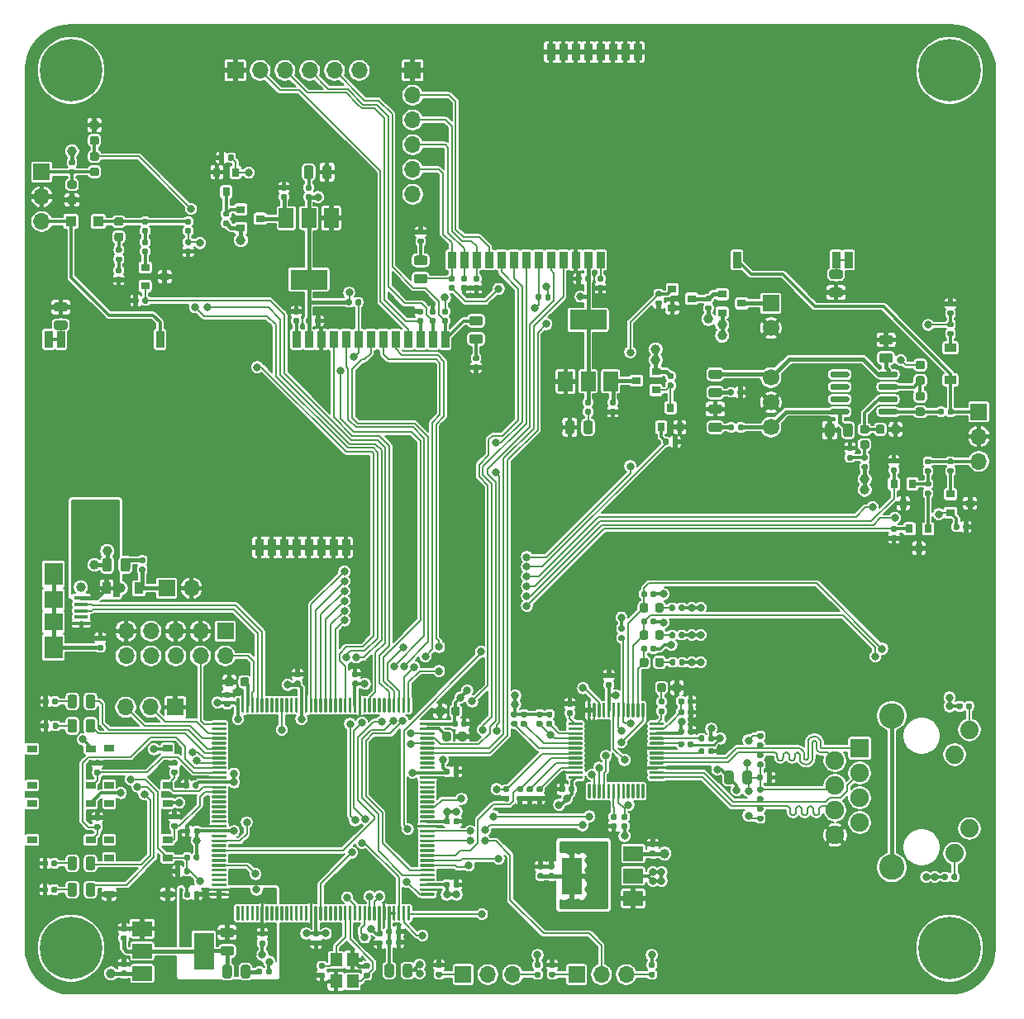
<source format=gtl>
G04 #@! TF.GenerationSoftware,KiCad,Pcbnew,(5.1.6)-1*
G04 #@! TF.CreationDate,2020-06-22T19:30:57+02:00*
G04 #@! TF.ProjectId,plc-sniffer,706c632d-736e-4696-9666-65722e6b6963,rev?*
G04 #@! TF.SameCoordinates,Original*
G04 #@! TF.FileFunction,Copper,L1,Top*
G04 #@! TF.FilePolarity,Positive*
%FSLAX46Y46*%
G04 Gerber Fmt 4.6, Leading zero omitted, Abs format (unit mm)*
G04 Created by KiCad (PCBNEW (5.1.6)-1) date 2020-06-22 19:30:57*
%MOMM*%
%LPD*%
G01*
G04 APERTURE LIST*
G04 #@! TA.AperFunction,ComponentPad*
%ADD10O,1.700000X1.700000*%
G04 #@! TD*
G04 #@! TA.AperFunction,ComponentPad*
%ADD11R,1.700000X1.700000*%
G04 #@! TD*
G04 #@! TA.AperFunction,ComponentPad*
%ADD12C,1.700000*%
G04 #@! TD*
G04 #@! TA.AperFunction,ComponentPad*
%ADD13C,0.800000*%
G04 #@! TD*
G04 #@! TA.AperFunction,ComponentPad*
%ADD14C,6.400000*%
G04 #@! TD*
G04 #@! TA.AperFunction,SMDPad,CuDef*
%ADD15R,0.900000X0.800000*%
G04 #@! TD*
G04 #@! TA.AperFunction,SMDPad,CuDef*
%ADD16R,1.200000X1.400000*%
G04 #@! TD*
G04 #@! TA.AperFunction,SMDPad,CuDef*
%ADD17R,2.000000X1.500000*%
G04 #@! TD*
G04 #@! TA.AperFunction,SMDPad,CuDef*
%ADD18R,2.000000X3.800000*%
G04 #@! TD*
G04 #@! TA.AperFunction,SMDPad,CuDef*
%ADD19R,0.850000X1.700000*%
G04 #@! TD*
G04 #@! TA.AperFunction,SMDPad,CuDef*
%ADD20R,1.500000X2.000000*%
G04 #@! TD*
G04 #@! TA.AperFunction,SMDPad,CuDef*
%ADD21R,3.800000X2.000000*%
G04 #@! TD*
G04 #@! TA.AperFunction,SMDPad,CuDef*
%ADD22R,1.000000X0.750000*%
G04 #@! TD*
G04 #@! TA.AperFunction,SMDPad,CuDef*
%ADD23R,0.800000X0.900000*%
G04 #@! TD*
G04 #@! TA.AperFunction,ComponentPad*
%ADD24C,2.600000*%
G04 #@! TD*
G04 #@! TA.AperFunction,ComponentPad*
%ADD25C,1.890000*%
G04 #@! TD*
G04 #@! TA.AperFunction,ComponentPad*
%ADD26C,1.900000*%
G04 #@! TD*
G04 #@! TA.AperFunction,ComponentPad*
%ADD27R,1.900000X1.900000*%
G04 #@! TD*
G04 #@! TA.AperFunction,SMDPad,CuDef*
%ADD28R,1.400000X0.400000*%
G04 #@! TD*
G04 #@! TA.AperFunction,SMDPad,CuDef*
%ADD29R,1.900000X2.300000*%
G04 #@! TD*
G04 #@! TA.AperFunction,SMDPad,CuDef*
%ADD30R,1.900000X1.800000*%
G04 #@! TD*
G04 #@! TA.AperFunction,SMDPad,CuDef*
%ADD31R,0.900000X1.200000*%
G04 #@! TD*
G04 #@! TA.AperFunction,SMDPad,CuDef*
%ADD32R,1.200000X0.900000*%
G04 #@! TD*
G04 #@! TA.AperFunction,SMDPad,CuDef*
%ADD33R,1.100000X1.100000*%
G04 #@! TD*
G04 #@! TA.AperFunction,ViaPad*
%ADD34C,0.800000*%
G04 #@! TD*
G04 #@! TA.AperFunction,ViaPad*
%ADD35C,1.000000*%
G04 #@! TD*
G04 #@! TA.AperFunction,Conductor*
%ADD36C,0.300000*%
G04 #@! TD*
G04 #@! TA.AperFunction,Conductor*
%ADD37C,0.400000*%
G04 #@! TD*
G04 #@! TA.AperFunction,Conductor*
%ADD38C,0.200000*%
G04 #@! TD*
G04 #@! TA.AperFunction,Conductor*
%ADD39C,0.250000*%
G04 #@! TD*
G04 #@! TA.AperFunction,Conductor*
%ADD40C,0.150000*%
G04 #@! TD*
G04 #@! TA.AperFunction,Conductor*
%ADD41C,0.254000*%
G04 #@! TD*
G04 APERTURE END LIST*
G04 #@! TO.P,C714,2*
G04 #@! TO.N,Net-(C714-Pad2)*
G04 #@! TA.AperFunction,SMDPad,CuDef*
G36*
G01*
X122362500Y-117956250D02*
X122362500Y-117443750D01*
G75*
G02*
X122581250Y-117225000I218750J0D01*
G01*
X123018750Y-117225000D01*
G75*
G02*
X123237500Y-117443750I0J-218750D01*
G01*
X123237500Y-117956250D01*
G75*
G02*
X123018750Y-118175000I-218750J0D01*
G01*
X122581250Y-118175000D01*
G75*
G02*
X122362500Y-117956250I0J218750D01*
G01*
G37*
G04 #@! TD.AperFunction*
G04 #@! TO.P,C714,1*
G04 #@! TO.N,GND*
G04 #@! TA.AperFunction,SMDPad,CuDef*
G36*
G01*
X120787500Y-117956250D02*
X120787500Y-117443750D01*
G75*
G02*
X121006250Y-117225000I218750J0D01*
G01*
X121443750Y-117225000D01*
G75*
G02*
X121662500Y-117443750I0J-218750D01*
G01*
X121662500Y-117956250D01*
G75*
G02*
X121443750Y-118175000I-218750J0D01*
G01*
X121006250Y-118175000D01*
G75*
G02*
X120787500Y-117956250I0J218750D01*
G01*
G37*
G04 #@! TD.AperFunction*
G04 #@! TD*
G04 #@! TO.P,C712,2*
G04 #@! TO.N,Net-(C712-Pad2)*
G04 #@! TA.AperFunction,SMDPad,CuDef*
G36*
G01*
X143937500Y-123043750D02*
X143937500Y-123556250D01*
G75*
G02*
X143718750Y-123775000I-218750J0D01*
G01*
X143281250Y-123775000D01*
G75*
G02*
X143062500Y-123556250I0J218750D01*
G01*
X143062500Y-123043750D01*
G75*
G02*
X143281250Y-122825000I218750J0D01*
G01*
X143718750Y-122825000D01*
G75*
G02*
X143937500Y-123043750I0J-218750D01*
G01*
G37*
G04 #@! TD.AperFunction*
G04 #@! TO.P,C712,1*
G04 #@! TO.N,GND*
G04 #@! TA.AperFunction,SMDPad,CuDef*
G36*
G01*
X145512500Y-123043750D02*
X145512500Y-123556250D01*
G75*
G02*
X145293750Y-123775000I-218750J0D01*
G01*
X144856250Y-123775000D01*
G75*
G02*
X144637500Y-123556250I0J218750D01*
G01*
X144637500Y-123043750D01*
G75*
G02*
X144856250Y-122825000I218750J0D01*
G01*
X145293750Y-122825000D01*
G75*
G02*
X145512500Y-123043750I0J-218750D01*
G01*
G37*
G04 #@! TD.AperFunction*
G04 #@! TD*
G04 #@! TO.P,C706,2*
G04 #@! TO.N,GND*
G04 #@! TA.AperFunction,SMDPad,CuDef*
G36*
G01*
X143262500Y-120443750D02*
X143262500Y-120956250D01*
G75*
G02*
X143043750Y-121175000I-218750J0D01*
G01*
X142606250Y-121175000D01*
G75*
G02*
X142387500Y-120956250I0J218750D01*
G01*
X142387500Y-120443750D01*
G75*
G02*
X142606250Y-120225000I218750J0D01*
G01*
X143043750Y-120225000D01*
G75*
G02*
X143262500Y-120443750I0J-218750D01*
G01*
G37*
G04 #@! TD.AperFunction*
G04 #@! TO.P,C706,1*
G04 #@! TO.N,/uC/STM_3V3*
G04 #@! TA.AperFunction,SMDPad,CuDef*
G36*
G01*
X144837500Y-120443750D02*
X144837500Y-120956250D01*
G75*
G02*
X144618750Y-121175000I-218750J0D01*
G01*
X144181250Y-121175000D01*
G75*
G02*
X143962500Y-120956250I0J218750D01*
G01*
X143962500Y-120443750D01*
G75*
G02*
X144181250Y-120225000I218750J0D01*
G01*
X144618750Y-120225000D01*
G75*
G02*
X144837500Y-120443750I0J-218750D01*
G01*
G37*
G04 #@! TD.AperFunction*
G04 #@! TD*
G04 #@! TO.P,C802,2*
G04 #@! TO.N,Net-(C802-Pad2)*
G04 #@! TA.AperFunction,SMDPad,CuDef*
G36*
G01*
X188043750Y-84012500D02*
X188956250Y-84012500D01*
G75*
G02*
X189200000Y-84256250I0J-243750D01*
G01*
X189200000Y-84743750D01*
G75*
G02*
X188956250Y-84987500I-243750J0D01*
G01*
X188043750Y-84987500D01*
G75*
G02*
X187800000Y-84743750I0J243750D01*
G01*
X187800000Y-84256250D01*
G75*
G02*
X188043750Y-84012500I243750J0D01*
G01*
G37*
G04 #@! TD.AperFunction*
G04 #@! TO.P,C802,1*
G04 #@! TO.N,GND*
G04 #@! TA.AperFunction,SMDPad,CuDef*
G36*
G01*
X188043750Y-82137500D02*
X188956250Y-82137500D01*
G75*
G02*
X189200000Y-82381250I0J-243750D01*
G01*
X189200000Y-82868750D01*
G75*
G02*
X188956250Y-83112500I-243750J0D01*
G01*
X188043750Y-83112500D01*
G75*
G02*
X187800000Y-82868750I0J243750D01*
G01*
X187800000Y-82381250D01*
G75*
G02*
X188043750Y-82137500I243750J0D01*
G01*
G37*
G04 #@! TD.AperFunction*
G04 #@! TD*
G04 #@! TO.P,C801,2*
G04 #@! TO.N,GND*
G04 #@! TA.AperFunction,SMDPad,CuDef*
G36*
G01*
X183212500Y-91443750D02*
X183212500Y-92356250D01*
G75*
G02*
X182968750Y-92600000I-243750J0D01*
G01*
X182481250Y-92600000D01*
G75*
G02*
X182237500Y-92356250I0J243750D01*
G01*
X182237500Y-91443750D01*
G75*
G02*
X182481250Y-91200000I243750J0D01*
G01*
X182968750Y-91200000D01*
G75*
G02*
X183212500Y-91443750I0J-243750D01*
G01*
G37*
G04 #@! TD.AperFunction*
G04 #@! TO.P,C801,1*
G04 #@! TO.N,Net-(C801-Pad1)*
G04 #@! TA.AperFunction,SMDPad,CuDef*
G36*
G01*
X185087500Y-91443750D02*
X185087500Y-92356250D01*
G75*
G02*
X184843750Y-92600000I-243750J0D01*
G01*
X184356250Y-92600000D01*
G75*
G02*
X184112500Y-92356250I0J243750D01*
G01*
X184112500Y-91443750D01*
G75*
G02*
X184356250Y-91200000I243750J0D01*
G01*
X184843750Y-91200000D01*
G75*
G02*
X185087500Y-91443750I0J-243750D01*
G01*
G37*
G04 #@! TD.AperFunction*
G04 #@! TD*
D10*
G04 #@! TO.P,J601,6*
G04 #@! TO.N,/PLC Interface EV/VDD*
X134540000Y-55000000D03*
G04 #@! TO.P,J601,5*
G04 #@! TO.N,/PLC Interface EV/GPIO_0*
X132000000Y-55000000D03*
G04 #@! TO.P,J601,4*
G04 #@! TO.N,/PLC Interface EV/GPIO_1*
X129460000Y-55000000D03*
G04 #@! TO.P,J601,3*
G04 #@! TO.N,/PLC Interface EV/GPIO_2*
X126920000Y-55000000D03*
G04 #@! TO.P,J601,2*
G04 #@! TO.N,/PLC Interface EV/GPIO_3*
X124380000Y-55000000D03*
D11*
G04 #@! TO.P,J601,1*
G04 #@! TO.N,GND*
X121840000Y-55000000D03*
G04 #@! TD*
D10*
G04 #@! TO.P,J501,6*
G04 #@! TO.N,/PLC Interface EVSE/VDD*
X140000000Y-67700000D03*
G04 #@! TO.P,J501,5*
G04 #@! TO.N,/PLC Interface EVSE/GPIO_0*
X140000000Y-65160000D03*
G04 #@! TO.P,J501,4*
G04 #@! TO.N,/PLC Interface EVSE/GPIO_1*
X140000000Y-62620000D03*
G04 #@! TO.P,J501,3*
G04 #@! TO.N,/PLC Interface EVSE/GPIO_2*
X140000000Y-60080000D03*
G04 #@! TO.P,J501,2*
G04 #@! TO.N,/PLC Interface EVSE/GPIO_3*
X140000000Y-57540000D03*
D11*
G04 #@! TO.P,J501,1*
G04 #@! TO.N,GND*
X140000000Y-55000000D03*
G04 #@! TD*
D12*
G04 #@! TO.P,U802,6*
G04 #@! TO.N,Net-(C801-Pad1)*
X176700000Y-91580000D03*
G04 #@! TO.P,U802,5*
G04 #@! TO.N,GND*
X176700000Y-89040000D03*
G04 #@! TO.P,U802,4*
G04 #@! TO.N,Net-(C802-Pad2)*
X176700000Y-86500000D03*
G04 #@! TO.P,U802,2*
G04 #@! TO.N,GND*
X176700000Y-81420000D03*
D11*
G04 #@! TO.P,U802,1*
G04 #@! TO.N,Net-(Q802-Pad3)*
X176700000Y-78880000D03*
G04 #@! TD*
G04 #@! TO.P,U702,144*
G04 #@! TO.N,/uC/STM_3V3*
G04 #@! TA.AperFunction,SMDPad,CuDef*
G36*
G01*
X120837500Y-139650000D02*
X119512500Y-139650000D01*
G75*
G02*
X119437500Y-139575000I0J75000D01*
G01*
X119437500Y-139425000D01*
G75*
G02*
X119512500Y-139350000I75000J0D01*
G01*
X120837500Y-139350000D01*
G75*
G02*
X120912500Y-139425000I0J-75000D01*
G01*
X120912500Y-139575000D01*
G75*
G02*
X120837500Y-139650000I-75000J0D01*
G01*
G37*
G04 #@! TD.AperFunction*
G04 #@! TO.P,U702,143*
G04 #@! TA.AperFunction,SMDPad,CuDef*
G36*
G01*
X120837500Y-139150000D02*
X119512500Y-139150000D01*
G75*
G02*
X119437500Y-139075000I0J75000D01*
G01*
X119437500Y-138925000D01*
G75*
G02*
X119512500Y-138850000I75000J0D01*
G01*
X120837500Y-138850000D01*
G75*
G02*
X120912500Y-138925000I0J-75000D01*
G01*
X120912500Y-139075000D01*
G75*
G02*
X120837500Y-139150000I-75000J0D01*
G01*
G37*
G04 #@! TD.AperFunction*
G04 #@! TO.P,U702,142*
G04 #@! TO.N,Net-(U702-Pad142)*
G04 #@! TA.AperFunction,SMDPad,CuDef*
G36*
G01*
X120837500Y-138650000D02*
X119512500Y-138650000D01*
G75*
G02*
X119437500Y-138575000I0J75000D01*
G01*
X119437500Y-138425000D01*
G75*
G02*
X119512500Y-138350000I75000J0D01*
G01*
X120837500Y-138350000D01*
G75*
G02*
X120912500Y-138425000I0J-75000D01*
G01*
X120912500Y-138575000D01*
G75*
G02*
X120837500Y-138650000I-75000J0D01*
G01*
G37*
G04 #@! TD.AperFunction*
G04 #@! TO.P,U702,141*
G04 #@! TO.N,Net-(U702-Pad141)*
G04 #@! TA.AperFunction,SMDPad,CuDef*
G36*
G01*
X120837500Y-138150000D02*
X119512500Y-138150000D01*
G75*
G02*
X119437500Y-138075000I0J75000D01*
G01*
X119437500Y-137925000D01*
G75*
G02*
X119512500Y-137850000I75000J0D01*
G01*
X120837500Y-137850000D01*
G75*
G02*
X120912500Y-137925000I0J-75000D01*
G01*
X120912500Y-138075000D01*
G75*
G02*
X120837500Y-138150000I-75000J0D01*
G01*
G37*
G04 #@! TD.AperFunction*
G04 #@! TO.P,U702,140*
G04 #@! TO.N,Net-(U702-Pad140)*
G04 #@! TA.AperFunction,SMDPad,CuDef*
G36*
G01*
X120837500Y-137650000D02*
X119512500Y-137650000D01*
G75*
G02*
X119437500Y-137575000I0J75000D01*
G01*
X119437500Y-137425000D01*
G75*
G02*
X119512500Y-137350000I75000J0D01*
G01*
X120837500Y-137350000D01*
G75*
G02*
X120912500Y-137425000I0J-75000D01*
G01*
X120912500Y-137575000D01*
G75*
G02*
X120837500Y-137650000I-75000J0D01*
G01*
G37*
G04 #@! TD.AperFunction*
G04 #@! TO.P,U702,139*
G04 #@! TO.N,Net-(U702-Pad139)*
G04 #@! TA.AperFunction,SMDPad,CuDef*
G36*
G01*
X120837500Y-137150000D02*
X119512500Y-137150000D01*
G75*
G02*
X119437500Y-137075000I0J75000D01*
G01*
X119437500Y-136925000D01*
G75*
G02*
X119512500Y-136850000I75000J0D01*
G01*
X120837500Y-136850000D01*
G75*
G02*
X120912500Y-136925000I0J-75000D01*
G01*
X120912500Y-137075000D01*
G75*
G02*
X120837500Y-137150000I-75000J0D01*
G01*
G37*
G04 #@! TD.AperFunction*
G04 #@! TO.P,U702,138*
G04 #@! TO.N,/uC/BOOT0*
G04 #@! TA.AperFunction,SMDPad,CuDef*
G36*
G01*
X120837500Y-136650000D02*
X119512500Y-136650000D01*
G75*
G02*
X119437500Y-136575000I0J75000D01*
G01*
X119437500Y-136425000D01*
G75*
G02*
X119512500Y-136350000I75000J0D01*
G01*
X120837500Y-136350000D01*
G75*
G02*
X120912500Y-136425000I0J-75000D01*
G01*
X120912500Y-136575000D01*
G75*
G02*
X120837500Y-136650000I-75000J0D01*
G01*
G37*
G04 #@! TD.AperFunction*
G04 #@! TO.P,U702,137*
G04 #@! TO.N,Net-(U702-Pad137)*
G04 #@! TA.AperFunction,SMDPad,CuDef*
G36*
G01*
X120837500Y-136150000D02*
X119512500Y-136150000D01*
G75*
G02*
X119437500Y-136075000I0J75000D01*
G01*
X119437500Y-135925000D01*
G75*
G02*
X119512500Y-135850000I75000J0D01*
G01*
X120837500Y-135850000D01*
G75*
G02*
X120912500Y-135925000I0J-75000D01*
G01*
X120912500Y-136075000D01*
G75*
G02*
X120837500Y-136150000I-75000J0D01*
G01*
G37*
G04 #@! TD.AperFunction*
G04 #@! TO.P,U702,136*
G04 #@! TO.N,Net-(U702-Pad136)*
G04 #@! TA.AperFunction,SMDPad,CuDef*
G36*
G01*
X120837500Y-135650000D02*
X119512500Y-135650000D01*
G75*
G02*
X119437500Y-135575000I0J75000D01*
G01*
X119437500Y-135425000D01*
G75*
G02*
X119512500Y-135350000I75000J0D01*
G01*
X120837500Y-135350000D01*
G75*
G02*
X120912500Y-135425000I0J-75000D01*
G01*
X120912500Y-135575000D01*
G75*
G02*
X120837500Y-135650000I-75000J0D01*
G01*
G37*
G04 #@! TD.AperFunction*
G04 #@! TO.P,U702,135*
G04 #@! TO.N,/PLC Interface EV/MOSI*
G04 #@! TA.AperFunction,SMDPad,CuDef*
G36*
G01*
X120837500Y-135150000D02*
X119512500Y-135150000D01*
G75*
G02*
X119437500Y-135075000I0J75000D01*
G01*
X119437500Y-134925000D01*
G75*
G02*
X119512500Y-134850000I75000J0D01*
G01*
X120837500Y-134850000D01*
G75*
G02*
X120912500Y-134925000I0J-75000D01*
G01*
X120912500Y-135075000D01*
G75*
G02*
X120837500Y-135150000I-75000J0D01*
G01*
G37*
G04 #@! TD.AperFunction*
G04 #@! TO.P,U702,134*
G04 #@! TO.N,Net-(U702-Pad134)*
G04 #@! TA.AperFunction,SMDPad,CuDef*
G36*
G01*
X120837500Y-134650000D02*
X119512500Y-134650000D01*
G75*
G02*
X119437500Y-134575000I0J75000D01*
G01*
X119437500Y-134425000D01*
G75*
G02*
X119512500Y-134350000I75000J0D01*
G01*
X120837500Y-134350000D01*
G75*
G02*
X120912500Y-134425000I0J-75000D01*
G01*
X120912500Y-134575000D01*
G75*
G02*
X120837500Y-134650000I-75000J0D01*
G01*
G37*
G04 #@! TD.AperFunction*
G04 #@! TO.P,U702,133*
G04 #@! TO.N,/uC/SWO*
G04 #@! TA.AperFunction,SMDPad,CuDef*
G36*
G01*
X120837500Y-134150000D02*
X119512500Y-134150000D01*
G75*
G02*
X119437500Y-134075000I0J75000D01*
G01*
X119437500Y-133925000D01*
G75*
G02*
X119512500Y-133850000I75000J0D01*
G01*
X120837500Y-133850000D01*
G75*
G02*
X120912500Y-133925000I0J-75000D01*
G01*
X120912500Y-134075000D01*
G75*
G02*
X120837500Y-134150000I-75000J0D01*
G01*
G37*
G04 #@! TD.AperFunction*
G04 #@! TO.P,U702,132*
G04 #@! TO.N,Net-(U702-Pad132)*
G04 #@! TA.AperFunction,SMDPad,CuDef*
G36*
G01*
X120837500Y-133650000D02*
X119512500Y-133650000D01*
G75*
G02*
X119437500Y-133575000I0J75000D01*
G01*
X119437500Y-133425000D01*
G75*
G02*
X119512500Y-133350000I75000J0D01*
G01*
X120837500Y-133350000D01*
G75*
G02*
X120912500Y-133425000I0J-75000D01*
G01*
X120912500Y-133575000D01*
G75*
G02*
X120837500Y-133650000I-75000J0D01*
G01*
G37*
G04 #@! TD.AperFunction*
G04 #@! TO.P,U702,131*
G04 #@! TO.N,/uC/STM_3V3*
G04 #@! TA.AperFunction,SMDPad,CuDef*
G36*
G01*
X120837500Y-133150000D02*
X119512500Y-133150000D01*
G75*
G02*
X119437500Y-133075000I0J75000D01*
G01*
X119437500Y-132925000D01*
G75*
G02*
X119512500Y-132850000I75000J0D01*
G01*
X120837500Y-132850000D01*
G75*
G02*
X120912500Y-132925000I0J-75000D01*
G01*
X120912500Y-133075000D01*
G75*
G02*
X120837500Y-133150000I-75000J0D01*
G01*
G37*
G04 #@! TD.AperFunction*
G04 #@! TO.P,U702,130*
G04 #@! TO.N,GND*
G04 #@! TA.AperFunction,SMDPad,CuDef*
G36*
G01*
X120837500Y-132650000D02*
X119512500Y-132650000D01*
G75*
G02*
X119437500Y-132575000I0J75000D01*
G01*
X119437500Y-132425000D01*
G75*
G02*
X119512500Y-132350000I75000J0D01*
G01*
X120837500Y-132350000D01*
G75*
G02*
X120912500Y-132425000I0J-75000D01*
G01*
X120912500Y-132575000D01*
G75*
G02*
X120837500Y-132650000I-75000J0D01*
G01*
G37*
G04 #@! TD.AperFunction*
G04 #@! TO.P,U702,129*
G04 #@! TO.N,Net-(U702-Pad129)*
G04 #@! TA.AperFunction,SMDPad,CuDef*
G36*
G01*
X120837500Y-132150000D02*
X119512500Y-132150000D01*
G75*
G02*
X119437500Y-132075000I0J75000D01*
G01*
X119437500Y-131925000D01*
G75*
G02*
X119512500Y-131850000I75000J0D01*
G01*
X120837500Y-131850000D01*
G75*
G02*
X120912500Y-131925000I0J-75000D01*
G01*
X120912500Y-132075000D01*
G75*
G02*
X120837500Y-132150000I-75000J0D01*
G01*
G37*
G04 #@! TD.AperFunction*
G04 #@! TO.P,U702,128*
G04 #@! TO.N,Net-(U702-Pad128)*
G04 #@! TA.AperFunction,SMDPad,CuDef*
G36*
G01*
X120837500Y-131650000D02*
X119512500Y-131650000D01*
G75*
G02*
X119437500Y-131575000I0J75000D01*
G01*
X119437500Y-131425000D01*
G75*
G02*
X119512500Y-131350000I75000J0D01*
G01*
X120837500Y-131350000D01*
G75*
G02*
X120912500Y-131425000I0J-75000D01*
G01*
X120912500Y-131575000D01*
G75*
G02*
X120837500Y-131650000I-75000J0D01*
G01*
G37*
G04 #@! TD.AperFunction*
G04 #@! TO.P,U702,127*
G04 #@! TO.N,Net-(U702-Pad127)*
G04 #@! TA.AperFunction,SMDPad,CuDef*
G36*
G01*
X120837500Y-131150000D02*
X119512500Y-131150000D01*
G75*
G02*
X119437500Y-131075000I0J75000D01*
G01*
X119437500Y-130925000D01*
G75*
G02*
X119512500Y-130850000I75000J0D01*
G01*
X120837500Y-130850000D01*
G75*
G02*
X120912500Y-130925000I0J-75000D01*
G01*
X120912500Y-131075000D01*
G75*
G02*
X120837500Y-131150000I-75000J0D01*
G01*
G37*
G04 #@! TD.AperFunction*
G04 #@! TO.P,U702,126*
G04 #@! TO.N,Net-(U702-Pad126)*
G04 #@! TA.AperFunction,SMDPad,CuDef*
G36*
G01*
X120837500Y-130650000D02*
X119512500Y-130650000D01*
G75*
G02*
X119437500Y-130575000I0J75000D01*
G01*
X119437500Y-130425000D01*
G75*
G02*
X119512500Y-130350000I75000J0D01*
G01*
X120837500Y-130350000D01*
G75*
G02*
X120912500Y-130425000I0J-75000D01*
G01*
X120912500Y-130575000D01*
G75*
G02*
X120837500Y-130650000I-75000J0D01*
G01*
G37*
G04 #@! TD.AperFunction*
G04 #@! TO.P,U702,125*
G04 #@! TO.N,Net-(U702-Pad125)*
G04 #@! TA.AperFunction,SMDPad,CuDef*
G36*
G01*
X120837500Y-130150000D02*
X119512500Y-130150000D01*
G75*
G02*
X119437500Y-130075000I0J75000D01*
G01*
X119437500Y-129925000D01*
G75*
G02*
X119512500Y-129850000I75000J0D01*
G01*
X120837500Y-129850000D01*
G75*
G02*
X120912500Y-129925000I0J-75000D01*
G01*
X120912500Y-130075000D01*
G75*
G02*
X120837500Y-130150000I-75000J0D01*
G01*
G37*
G04 #@! TD.AperFunction*
G04 #@! TO.P,U702,124*
G04 #@! TO.N,Net-(U702-Pad124)*
G04 #@! TA.AperFunction,SMDPad,CuDef*
G36*
G01*
X120837500Y-129650000D02*
X119512500Y-129650000D01*
G75*
G02*
X119437500Y-129575000I0J75000D01*
G01*
X119437500Y-129425000D01*
G75*
G02*
X119512500Y-129350000I75000J0D01*
G01*
X120837500Y-129350000D01*
G75*
G02*
X120912500Y-129425000I0J-75000D01*
G01*
X120912500Y-129575000D01*
G75*
G02*
X120837500Y-129650000I-75000J0D01*
G01*
G37*
G04 #@! TD.AperFunction*
G04 #@! TO.P,U702,123*
G04 #@! TO.N,/uC/BTN0*
G04 #@! TA.AperFunction,SMDPad,CuDef*
G36*
G01*
X120837500Y-129150000D02*
X119512500Y-129150000D01*
G75*
G02*
X119437500Y-129075000I0J75000D01*
G01*
X119437500Y-128925000D01*
G75*
G02*
X119512500Y-128850000I75000J0D01*
G01*
X120837500Y-128850000D01*
G75*
G02*
X120912500Y-128925000I0J-75000D01*
G01*
X120912500Y-129075000D01*
G75*
G02*
X120837500Y-129150000I-75000J0D01*
G01*
G37*
G04 #@! TD.AperFunction*
G04 #@! TO.P,U702,122*
G04 #@! TO.N,/uC/BTN1*
G04 #@! TA.AperFunction,SMDPad,CuDef*
G36*
G01*
X120837500Y-128650000D02*
X119512500Y-128650000D01*
G75*
G02*
X119437500Y-128575000I0J75000D01*
G01*
X119437500Y-128425000D01*
G75*
G02*
X119512500Y-128350000I75000J0D01*
G01*
X120837500Y-128350000D01*
G75*
G02*
X120912500Y-128425000I0J-75000D01*
G01*
X120912500Y-128575000D01*
G75*
G02*
X120837500Y-128650000I-75000J0D01*
G01*
G37*
G04 #@! TD.AperFunction*
G04 #@! TO.P,U702,121*
G04 #@! TO.N,/uC/STM_3V3*
G04 #@! TA.AperFunction,SMDPad,CuDef*
G36*
G01*
X120837500Y-128150000D02*
X119512500Y-128150000D01*
G75*
G02*
X119437500Y-128075000I0J75000D01*
G01*
X119437500Y-127925000D01*
G75*
G02*
X119512500Y-127850000I75000J0D01*
G01*
X120837500Y-127850000D01*
G75*
G02*
X120912500Y-127925000I0J-75000D01*
G01*
X120912500Y-128075000D01*
G75*
G02*
X120837500Y-128150000I-75000J0D01*
G01*
G37*
G04 #@! TD.AperFunction*
G04 #@! TO.P,U702,120*
G04 #@! TO.N,GND*
G04 #@! TA.AperFunction,SMDPad,CuDef*
G36*
G01*
X120837500Y-127650000D02*
X119512500Y-127650000D01*
G75*
G02*
X119437500Y-127575000I0J75000D01*
G01*
X119437500Y-127425000D01*
G75*
G02*
X119512500Y-127350000I75000J0D01*
G01*
X120837500Y-127350000D01*
G75*
G02*
X120912500Y-127425000I0J-75000D01*
G01*
X120912500Y-127575000D01*
G75*
G02*
X120837500Y-127650000I-75000J0D01*
G01*
G37*
G04 #@! TD.AperFunction*
G04 #@! TO.P,U702,119*
G04 #@! TO.N,/uC/BTN2*
G04 #@! TA.AperFunction,SMDPad,CuDef*
G36*
G01*
X120837500Y-127150000D02*
X119512500Y-127150000D01*
G75*
G02*
X119437500Y-127075000I0J75000D01*
G01*
X119437500Y-126925000D01*
G75*
G02*
X119512500Y-126850000I75000J0D01*
G01*
X120837500Y-126850000D01*
G75*
G02*
X120912500Y-126925000I0J-75000D01*
G01*
X120912500Y-127075000D01*
G75*
G02*
X120837500Y-127150000I-75000J0D01*
G01*
G37*
G04 #@! TD.AperFunction*
G04 #@! TO.P,U702,118*
G04 #@! TO.N,/uC/BTN3*
G04 #@! TA.AperFunction,SMDPad,CuDef*
G36*
G01*
X120837500Y-126650000D02*
X119512500Y-126650000D01*
G75*
G02*
X119437500Y-126575000I0J75000D01*
G01*
X119437500Y-126425000D01*
G75*
G02*
X119512500Y-126350000I75000J0D01*
G01*
X120837500Y-126350000D01*
G75*
G02*
X120912500Y-126425000I0J-75000D01*
G01*
X120912500Y-126575000D01*
G75*
G02*
X120837500Y-126650000I-75000J0D01*
G01*
G37*
G04 #@! TD.AperFunction*
G04 #@! TO.P,U702,117*
G04 #@! TO.N,/uC/LED0*
G04 #@! TA.AperFunction,SMDPad,CuDef*
G36*
G01*
X120837500Y-126150000D02*
X119512500Y-126150000D01*
G75*
G02*
X119437500Y-126075000I0J75000D01*
G01*
X119437500Y-125925000D01*
G75*
G02*
X119512500Y-125850000I75000J0D01*
G01*
X120837500Y-125850000D01*
G75*
G02*
X120912500Y-125925000I0J-75000D01*
G01*
X120912500Y-126075000D01*
G75*
G02*
X120837500Y-126150000I-75000J0D01*
G01*
G37*
G04 #@! TD.AperFunction*
G04 #@! TO.P,U702,116*
G04 #@! TO.N,/uC/LED1*
G04 #@! TA.AperFunction,SMDPad,CuDef*
G36*
G01*
X120837500Y-125650000D02*
X119512500Y-125650000D01*
G75*
G02*
X119437500Y-125575000I0J75000D01*
G01*
X119437500Y-125425000D01*
G75*
G02*
X119512500Y-125350000I75000J0D01*
G01*
X120837500Y-125350000D01*
G75*
G02*
X120912500Y-125425000I0J-75000D01*
G01*
X120912500Y-125575000D01*
G75*
G02*
X120837500Y-125650000I-75000J0D01*
G01*
G37*
G04 #@! TD.AperFunction*
G04 #@! TO.P,U702,115*
G04 #@! TO.N,/uC/LED2*
G04 #@! TA.AperFunction,SMDPad,CuDef*
G36*
G01*
X120837500Y-125150000D02*
X119512500Y-125150000D01*
G75*
G02*
X119437500Y-125075000I0J75000D01*
G01*
X119437500Y-124925000D01*
G75*
G02*
X119512500Y-124850000I75000J0D01*
G01*
X120837500Y-124850000D01*
G75*
G02*
X120912500Y-124925000I0J-75000D01*
G01*
X120912500Y-125075000D01*
G75*
G02*
X120837500Y-125150000I-75000J0D01*
G01*
G37*
G04 #@! TD.AperFunction*
G04 #@! TO.P,U702,114*
G04 #@! TO.N,/uC/LED3*
G04 #@! TA.AperFunction,SMDPad,CuDef*
G36*
G01*
X120837500Y-124650000D02*
X119512500Y-124650000D01*
G75*
G02*
X119437500Y-124575000I0J75000D01*
G01*
X119437500Y-124425000D01*
G75*
G02*
X119512500Y-124350000I75000J0D01*
G01*
X120837500Y-124350000D01*
G75*
G02*
X120912500Y-124425000I0J-75000D01*
G01*
X120912500Y-124575000D01*
G75*
G02*
X120837500Y-124650000I-75000J0D01*
G01*
G37*
G04 #@! TD.AperFunction*
G04 #@! TO.P,U702,113*
G04 #@! TO.N,Net-(U702-Pad113)*
G04 #@! TA.AperFunction,SMDPad,CuDef*
G36*
G01*
X120837500Y-124150000D02*
X119512500Y-124150000D01*
G75*
G02*
X119437500Y-124075000I0J75000D01*
G01*
X119437500Y-123925000D01*
G75*
G02*
X119512500Y-123850000I75000J0D01*
G01*
X120837500Y-123850000D01*
G75*
G02*
X120912500Y-123925000I0J-75000D01*
G01*
X120912500Y-124075000D01*
G75*
G02*
X120837500Y-124150000I-75000J0D01*
G01*
G37*
G04 #@! TD.AperFunction*
G04 #@! TO.P,U702,112*
G04 #@! TO.N,/uC/UART_RX*
G04 #@! TA.AperFunction,SMDPad,CuDef*
G36*
G01*
X120837500Y-123650000D02*
X119512500Y-123650000D01*
G75*
G02*
X119437500Y-123575000I0J75000D01*
G01*
X119437500Y-123425000D01*
G75*
G02*
X119512500Y-123350000I75000J0D01*
G01*
X120837500Y-123350000D01*
G75*
G02*
X120912500Y-123425000I0J-75000D01*
G01*
X120912500Y-123575000D01*
G75*
G02*
X120837500Y-123650000I-75000J0D01*
G01*
G37*
G04 #@! TD.AperFunction*
G04 #@! TO.P,U702,111*
G04 #@! TO.N,/uC/UART_TX*
G04 #@! TA.AperFunction,SMDPad,CuDef*
G36*
G01*
X120837500Y-123150000D02*
X119512500Y-123150000D01*
G75*
G02*
X119437500Y-123075000I0J75000D01*
G01*
X119437500Y-122925000D01*
G75*
G02*
X119512500Y-122850000I75000J0D01*
G01*
X120837500Y-122850000D01*
G75*
G02*
X120912500Y-122925000I0J-75000D01*
G01*
X120912500Y-123075000D01*
G75*
G02*
X120837500Y-123150000I-75000J0D01*
G01*
G37*
G04 #@! TD.AperFunction*
G04 #@! TO.P,U702,110*
G04 #@! TO.N,Net-(U702-Pad110)*
G04 #@! TA.AperFunction,SMDPad,CuDef*
G36*
G01*
X120837500Y-122650000D02*
X119512500Y-122650000D01*
G75*
G02*
X119437500Y-122575000I0J75000D01*
G01*
X119437500Y-122425000D01*
G75*
G02*
X119512500Y-122350000I75000J0D01*
G01*
X120837500Y-122350000D01*
G75*
G02*
X120912500Y-122425000I0J-75000D01*
G01*
X120912500Y-122575000D01*
G75*
G02*
X120837500Y-122650000I-75000J0D01*
G01*
G37*
G04 #@! TD.AperFunction*
G04 #@! TO.P,U702,109*
G04 #@! TO.N,/uC/SWCLK*
G04 #@! TA.AperFunction,SMDPad,CuDef*
G36*
G01*
X120837500Y-122150000D02*
X119512500Y-122150000D01*
G75*
G02*
X119437500Y-122075000I0J75000D01*
G01*
X119437500Y-121925000D01*
G75*
G02*
X119512500Y-121850000I75000J0D01*
G01*
X120837500Y-121850000D01*
G75*
G02*
X120912500Y-121925000I0J-75000D01*
G01*
X120912500Y-122075000D01*
G75*
G02*
X120837500Y-122150000I-75000J0D01*
G01*
G37*
G04 #@! TD.AperFunction*
G04 #@! TO.P,U702,108*
G04 #@! TO.N,/uC/STM_3V3*
G04 #@! TA.AperFunction,SMDPad,CuDef*
G36*
G01*
X122162500Y-120825000D02*
X122012500Y-120825000D01*
G75*
G02*
X121937500Y-120750000I0J75000D01*
G01*
X121937500Y-119425000D01*
G75*
G02*
X122012500Y-119350000I75000J0D01*
G01*
X122162500Y-119350000D01*
G75*
G02*
X122237500Y-119425000I0J-75000D01*
G01*
X122237500Y-120750000D01*
G75*
G02*
X122162500Y-120825000I-75000J0D01*
G01*
G37*
G04 #@! TD.AperFunction*
G04 #@! TO.P,U702,107*
G04 #@! TO.N,GND*
G04 #@! TA.AperFunction,SMDPad,CuDef*
G36*
G01*
X122662500Y-120825000D02*
X122512500Y-120825000D01*
G75*
G02*
X122437500Y-120750000I0J75000D01*
G01*
X122437500Y-119425000D01*
G75*
G02*
X122512500Y-119350000I75000J0D01*
G01*
X122662500Y-119350000D01*
G75*
G02*
X122737500Y-119425000I0J-75000D01*
G01*
X122737500Y-120750000D01*
G75*
G02*
X122662500Y-120825000I-75000J0D01*
G01*
G37*
G04 #@! TD.AperFunction*
G04 #@! TO.P,U702,106*
G04 #@! TO.N,Net-(C714-Pad2)*
G04 #@! TA.AperFunction,SMDPad,CuDef*
G36*
G01*
X123162500Y-120825000D02*
X123012500Y-120825000D01*
G75*
G02*
X122937500Y-120750000I0J75000D01*
G01*
X122937500Y-119425000D01*
G75*
G02*
X123012500Y-119350000I75000J0D01*
G01*
X123162500Y-119350000D01*
G75*
G02*
X123237500Y-119425000I0J-75000D01*
G01*
X123237500Y-120750000D01*
G75*
G02*
X123162500Y-120825000I-75000J0D01*
G01*
G37*
G04 #@! TD.AperFunction*
G04 #@! TO.P,U702,105*
G04 #@! TO.N,/uC/SWDIO*
G04 #@! TA.AperFunction,SMDPad,CuDef*
G36*
G01*
X123662500Y-120825000D02*
X123512500Y-120825000D01*
G75*
G02*
X123437500Y-120750000I0J75000D01*
G01*
X123437500Y-119425000D01*
G75*
G02*
X123512500Y-119350000I75000J0D01*
G01*
X123662500Y-119350000D01*
G75*
G02*
X123737500Y-119425000I0J-75000D01*
G01*
X123737500Y-120750000D01*
G75*
G02*
X123662500Y-120825000I-75000J0D01*
G01*
G37*
G04 #@! TD.AperFunction*
G04 #@! TO.P,U702,104*
G04 #@! TO.N,/USB/USB_D+*
G04 #@! TA.AperFunction,SMDPad,CuDef*
G36*
G01*
X124162500Y-120825000D02*
X124012500Y-120825000D01*
G75*
G02*
X123937500Y-120750000I0J75000D01*
G01*
X123937500Y-119425000D01*
G75*
G02*
X124012500Y-119350000I75000J0D01*
G01*
X124162500Y-119350000D01*
G75*
G02*
X124237500Y-119425000I0J-75000D01*
G01*
X124237500Y-120750000D01*
G75*
G02*
X124162500Y-120825000I-75000J0D01*
G01*
G37*
G04 #@! TD.AperFunction*
G04 #@! TO.P,U702,103*
G04 #@! TO.N,/USB/USB_D-*
G04 #@! TA.AperFunction,SMDPad,CuDef*
G36*
G01*
X124662500Y-120825000D02*
X124512500Y-120825000D01*
G75*
G02*
X124437500Y-120750000I0J75000D01*
G01*
X124437500Y-119425000D01*
G75*
G02*
X124512500Y-119350000I75000J0D01*
G01*
X124662500Y-119350000D01*
G75*
G02*
X124737500Y-119425000I0J-75000D01*
G01*
X124737500Y-120750000D01*
G75*
G02*
X124662500Y-120825000I-75000J0D01*
G01*
G37*
G04 #@! TD.AperFunction*
G04 #@! TO.P,U702,102*
G04 #@! TO.N,Net-(U702-Pad102)*
G04 #@! TA.AperFunction,SMDPad,CuDef*
G36*
G01*
X125162500Y-120825000D02*
X125012500Y-120825000D01*
G75*
G02*
X124937500Y-120750000I0J75000D01*
G01*
X124937500Y-119425000D01*
G75*
G02*
X125012500Y-119350000I75000J0D01*
G01*
X125162500Y-119350000D01*
G75*
G02*
X125237500Y-119425000I0J-75000D01*
G01*
X125237500Y-120750000D01*
G75*
G02*
X125162500Y-120825000I-75000J0D01*
G01*
G37*
G04 #@! TD.AperFunction*
G04 #@! TO.P,U702,101*
G04 #@! TO.N,Net-(U702-Pad101)*
G04 #@! TA.AperFunction,SMDPad,CuDef*
G36*
G01*
X125662500Y-120825000D02*
X125512500Y-120825000D01*
G75*
G02*
X125437500Y-120750000I0J75000D01*
G01*
X125437500Y-119425000D01*
G75*
G02*
X125512500Y-119350000I75000J0D01*
G01*
X125662500Y-119350000D01*
G75*
G02*
X125737500Y-119425000I0J-75000D01*
G01*
X125737500Y-120750000D01*
G75*
G02*
X125662500Y-120825000I-75000J0D01*
G01*
G37*
G04 #@! TD.AperFunction*
G04 #@! TO.P,U702,100*
G04 #@! TO.N,Net-(U702-Pad100)*
G04 #@! TA.AperFunction,SMDPad,CuDef*
G36*
G01*
X126162500Y-120825000D02*
X126012500Y-120825000D01*
G75*
G02*
X125937500Y-120750000I0J75000D01*
G01*
X125937500Y-119425000D01*
G75*
G02*
X126012500Y-119350000I75000J0D01*
G01*
X126162500Y-119350000D01*
G75*
G02*
X126237500Y-119425000I0J-75000D01*
G01*
X126237500Y-120750000D01*
G75*
G02*
X126162500Y-120825000I-75000J0D01*
G01*
G37*
G04 #@! TD.AperFunction*
G04 #@! TO.P,U702,99*
G04 #@! TO.N,/PHY/CLK_X1*
G04 #@! TA.AperFunction,SMDPad,CuDef*
G36*
G01*
X126662500Y-120825000D02*
X126512500Y-120825000D01*
G75*
G02*
X126437500Y-120750000I0J75000D01*
G01*
X126437500Y-119425000D01*
G75*
G02*
X126512500Y-119350000I75000J0D01*
G01*
X126662500Y-119350000D01*
G75*
G02*
X126737500Y-119425000I0J-75000D01*
G01*
X126737500Y-120750000D01*
G75*
G02*
X126662500Y-120825000I-75000J0D01*
G01*
G37*
G04 #@! TD.AperFunction*
G04 #@! TO.P,U702,98*
G04 #@! TO.N,Net-(U702-Pad98)*
G04 #@! TA.AperFunction,SMDPad,CuDef*
G36*
G01*
X127162500Y-120825000D02*
X127012500Y-120825000D01*
G75*
G02*
X126937500Y-120750000I0J75000D01*
G01*
X126937500Y-119425000D01*
G75*
G02*
X127012500Y-119350000I75000J0D01*
G01*
X127162500Y-119350000D01*
G75*
G02*
X127237500Y-119425000I0J-75000D01*
G01*
X127237500Y-120750000D01*
G75*
G02*
X127162500Y-120825000I-75000J0D01*
G01*
G37*
G04 #@! TD.AperFunction*
G04 #@! TO.P,U702,97*
G04 #@! TO.N,Net-(U702-Pad97)*
G04 #@! TA.AperFunction,SMDPad,CuDef*
G36*
G01*
X127662500Y-120825000D02*
X127512500Y-120825000D01*
G75*
G02*
X127437500Y-120750000I0J75000D01*
G01*
X127437500Y-119425000D01*
G75*
G02*
X127512500Y-119350000I75000J0D01*
G01*
X127662500Y-119350000D01*
G75*
G02*
X127737500Y-119425000I0J-75000D01*
G01*
X127737500Y-120750000D01*
G75*
G02*
X127662500Y-120825000I-75000J0D01*
G01*
G37*
G04 #@! TD.AperFunction*
G04 #@! TO.P,U702,96*
G04 #@! TO.N,Net-(U702-Pad96)*
G04 #@! TA.AperFunction,SMDPad,CuDef*
G36*
G01*
X128162500Y-120825000D02*
X128012500Y-120825000D01*
G75*
G02*
X127937500Y-120750000I0J75000D01*
G01*
X127937500Y-119425000D01*
G75*
G02*
X128012500Y-119350000I75000J0D01*
G01*
X128162500Y-119350000D01*
G75*
G02*
X128237500Y-119425000I0J-75000D01*
G01*
X128237500Y-120750000D01*
G75*
G02*
X128162500Y-120825000I-75000J0D01*
G01*
G37*
G04 #@! TD.AperFunction*
G04 #@! TO.P,U702,95*
G04 #@! TO.N,/uC/STM_3V3*
G04 #@! TA.AperFunction,SMDPad,CuDef*
G36*
G01*
X128662500Y-120825000D02*
X128512500Y-120825000D01*
G75*
G02*
X128437500Y-120750000I0J75000D01*
G01*
X128437500Y-119425000D01*
G75*
G02*
X128512500Y-119350000I75000J0D01*
G01*
X128662500Y-119350000D01*
G75*
G02*
X128737500Y-119425000I0J-75000D01*
G01*
X128737500Y-120750000D01*
G75*
G02*
X128662500Y-120825000I-75000J0D01*
G01*
G37*
G04 #@! TD.AperFunction*
G04 #@! TO.P,U702,94*
G04 #@! TO.N,GND*
G04 #@! TA.AperFunction,SMDPad,CuDef*
G36*
G01*
X129162500Y-120825000D02*
X129012500Y-120825000D01*
G75*
G02*
X128937500Y-120750000I0J75000D01*
G01*
X128937500Y-119425000D01*
G75*
G02*
X129012500Y-119350000I75000J0D01*
G01*
X129162500Y-119350000D01*
G75*
G02*
X129237500Y-119425000I0J-75000D01*
G01*
X129237500Y-120750000D01*
G75*
G02*
X129162500Y-120825000I-75000J0D01*
G01*
G37*
G04 #@! TD.AperFunction*
G04 #@! TO.P,U702,93*
G04 #@! TO.N,/Pilot EVSE2/ENABLE*
G04 #@! TA.AperFunction,SMDPad,CuDef*
G36*
G01*
X129662500Y-120825000D02*
X129512500Y-120825000D01*
G75*
G02*
X129437500Y-120750000I0J75000D01*
G01*
X129437500Y-119425000D01*
G75*
G02*
X129512500Y-119350000I75000J0D01*
G01*
X129662500Y-119350000D01*
G75*
G02*
X129737500Y-119425000I0J-75000D01*
G01*
X129737500Y-120750000D01*
G75*
G02*
X129662500Y-120825000I-75000J0D01*
G01*
G37*
G04 #@! TD.AperFunction*
G04 #@! TO.P,U702,92*
G04 #@! TO.N,/PLC Interface EVSE/ENABLE*
G04 #@! TA.AperFunction,SMDPad,CuDef*
G36*
G01*
X130162500Y-120825000D02*
X130012500Y-120825000D01*
G75*
G02*
X129937500Y-120750000I0J75000D01*
G01*
X129937500Y-119425000D01*
G75*
G02*
X130012500Y-119350000I75000J0D01*
G01*
X130162500Y-119350000D01*
G75*
G02*
X130237500Y-119425000I0J-75000D01*
G01*
X130237500Y-120750000D01*
G75*
G02*
X130162500Y-120825000I-75000J0D01*
G01*
G37*
G04 #@! TD.AperFunction*
G04 #@! TO.P,U702,91*
G04 #@! TO.N,/uC/EVSE_PILOT_PWM*
G04 #@! TA.AperFunction,SMDPad,CuDef*
G36*
G01*
X130662500Y-120825000D02*
X130512500Y-120825000D01*
G75*
G02*
X130437500Y-120750000I0J75000D01*
G01*
X130437500Y-119425000D01*
G75*
G02*
X130512500Y-119350000I75000J0D01*
G01*
X130662500Y-119350000D01*
G75*
G02*
X130737500Y-119425000I0J-75000D01*
G01*
X130737500Y-120750000D01*
G75*
G02*
X130662500Y-120825000I-75000J0D01*
G01*
G37*
G04 #@! TD.AperFunction*
G04 #@! TO.P,U702,90*
G04 #@! TO.N,/uC/EVSE_PUBU_T1*
G04 #@! TA.AperFunction,SMDPad,CuDef*
G36*
G01*
X131162500Y-120825000D02*
X131012500Y-120825000D01*
G75*
G02*
X130937500Y-120750000I0J75000D01*
G01*
X130937500Y-119425000D01*
G75*
G02*
X131012500Y-119350000I75000J0D01*
G01*
X131162500Y-119350000D01*
G75*
G02*
X131237500Y-119425000I0J-75000D01*
G01*
X131237500Y-120750000D01*
G75*
G02*
X131162500Y-120825000I-75000J0D01*
G01*
G37*
G04 #@! TD.AperFunction*
G04 #@! TO.P,U702,89*
G04 #@! TO.N,/PROXY EVSE/CONNECT_T2*
G04 #@! TA.AperFunction,SMDPad,CuDef*
G36*
G01*
X131662500Y-120825000D02*
X131512500Y-120825000D01*
G75*
G02*
X131437500Y-120750000I0J75000D01*
G01*
X131437500Y-119425000D01*
G75*
G02*
X131512500Y-119350000I75000J0D01*
G01*
X131662500Y-119350000D01*
G75*
G02*
X131737500Y-119425000I0J-75000D01*
G01*
X131737500Y-120750000D01*
G75*
G02*
X131662500Y-120825000I-75000J0D01*
G01*
G37*
G04 #@! TD.AperFunction*
G04 #@! TO.P,U702,88*
G04 #@! TO.N,/PROXY EVSE/CONNECT_T1*
G04 #@! TA.AperFunction,SMDPad,CuDef*
G36*
G01*
X132162500Y-120825000D02*
X132012500Y-120825000D01*
G75*
G02*
X131937500Y-120750000I0J75000D01*
G01*
X131937500Y-119425000D01*
G75*
G02*
X132012500Y-119350000I75000J0D01*
G01*
X132162500Y-119350000D01*
G75*
G02*
X132237500Y-119425000I0J-75000D01*
G01*
X132237500Y-120750000D01*
G75*
G02*
X132162500Y-120825000I-75000J0D01*
G01*
G37*
G04 #@! TD.AperFunction*
G04 #@! TO.P,U702,87*
G04 #@! TO.N,Net-(U702-Pad87)*
G04 #@! TA.AperFunction,SMDPad,CuDef*
G36*
G01*
X132662500Y-120825000D02*
X132512500Y-120825000D01*
G75*
G02*
X132437500Y-120750000I0J75000D01*
G01*
X132437500Y-119425000D01*
G75*
G02*
X132512500Y-119350000I75000J0D01*
G01*
X132662500Y-119350000D01*
G75*
G02*
X132737500Y-119425000I0J-75000D01*
G01*
X132737500Y-120750000D01*
G75*
G02*
X132662500Y-120825000I-75000J0D01*
G01*
G37*
G04 #@! TD.AperFunction*
G04 #@! TO.P,U702,86*
G04 #@! TO.N,/PLC Interface EV/ENABLE*
G04 #@! TA.AperFunction,SMDPad,CuDef*
G36*
G01*
X133162500Y-120825000D02*
X133012500Y-120825000D01*
G75*
G02*
X132937500Y-120750000I0J75000D01*
G01*
X132937500Y-119425000D01*
G75*
G02*
X133012500Y-119350000I75000J0D01*
G01*
X133162500Y-119350000D01*
G75*
G02*
X133237500Y-119425000I0J-75000D01*
G01*
X133237500Y-120750000D01*
G75*
G02*
X133162500Y-120825000I-75000J0D01*
G01*
G37*
G04 #@! TD.AperFunction*
G04 #@! TO.P,U702,85*
G04 #@! TO.N,Net-(U702-Pad85)*
G04 #@! TA.AperFunction,SMDPad,CuDef*
G36*
G01*
X133662500Y-120825000D02*
X133512500Y-120825000D01*
G75*
G02*
X133437500Y-120750000I0J75000D01*
G01*
X133437500Y-119425000D01*
G75*
G02*
X133512500Y-119350000I75000J0D01*
G01*
X133662500Y-119350000D01*
G75*
G02*
X133737500Y-119425000I0J-75000D01*
G01*
X133737500Y-120750000D01*
G75*
G02*
X133662500Y-120825000I-75000J0D01*
G01*
G37*
G04 #@! TD.AperFunction*
G04 #@! TO.P,U702,84*
G04 #@! TO.N,/uC/STM_3V3*
G04 #@! TA.AperFunction,SMDPad,CuDef*
G36*
G01*
X134162500Y-120825000D02*
X134012500Y-120825000D01*
G75*
G02*
X133937500Y-120750000I0J75000D01*
G01*
X133937500Y-119425000D01*
G75*
G02*
X134012500Y-119350000I75000J0D01*
G01*
X134162500Y-119350000D01*
G75*
G02*
X134237500Y-119425000I0J-75000D01*
G01*
X134237500Y-120750000D01*
G75*
G02*
X134162500Y-120825000I-75000J0D01*
G01*
G37*
G04 #@! TD.AperFunction*
G04 #@! TO.P,U702,83*
G04 #@! TO.N,GND*
G04 #@! TA.AperFunction,SMDPad,CuDef*
G36*
G01*
X134662500Y-120825000D02*
X134512500Y-120825000D01*
G75*
G02*
X134437500Y-120750000I0J75000D01*
G01*
X134437500Y-119425000D01*
G75*
G02*
X134512500Y-119350000I75000J0D01*
G01*
X134662500Y-119350000D01*
G75*
G02*
X134737500Y-119425000I0J-75000D01*
G01*
X134737500Y-120750000D01*
G75*
G02*
X134662500Y-120825000I-75000J0D01*
G01*
G37*
G04 #@! TD.AperFunction*
G04 #@! TO.P,U702,82*
G04 #@! TO.N,Net-(U702-Pad82)*
G04 #@! TA.AperFunction,SMDPad,CuDef*
G36*
G01*
X135162500Y-120825000D02*
X135012500Y-120825000D01*
G75*
G02*
X134937500Y-120750000I0J75000D01*
G01*
X134937500Y-119425000D01*
G75*
G02*
X135012500Y-119350000I75000J0D01*
G01*
X135162500Y-119350000D01*
G75*
G02*
X135237500Y-119425000I0J-75000D01*
G01*
X135237500Y-120750000D01*
G75*
G02*
X135162500Y-120825000I-75000J0D01*
G01*
G37*
G04 #@! TD.AperFunction*
G04 #@! TO.P,U702,81*
G04 #@! TO.N,/Pilot EV/CHARDE_RDY*
G04 #@! TA.AperFunction,SMDPad,CuDef*
G36*
G01*
X135662500Y-120825000D02*
X135512500Y-120825000D01*
G75*
G02*
X135437500Y-120750000I0J75000D01*
G01*
X135437500Y-119425000D01*
G75*
G02*
X135512500Y-119350000I75000J0D01*
G01*
X135662500Y-119350000D01*
G75*
G02*
X135737500Y-119425000I0J-75000D01*
G01*
X135737500Y-120750000D01*
G75*
G02*
X135662500Y-120825000I-75000J0D01*
G01*
G37*
G04 #@! TD.AperFunction*
G04 #@! TO.P,U702,80*
G04 #@! TO.N,Net-(U702-Pad80)*
G04 #@! TA.AperFunction,SMDPad,CuDef*
G36*
G01*
X136162500Y-120825000D02*
X136012500Y-120825000D01*
G75*
G02*
X135937500Y-120750000I0J75000D01*
G01*
X135937500Y-119425000D01*
G75*
G02*
X136012500Y-119350000I75000J0D01*
G01*
X136162500Y-119350000D01*
G75*
G02*
X136237500Y-119425000I0J-75000D01*
G01*
X136237500Y-120750000D01*
G75*
G02*
X136162500Y-120825000I-75000J0D01*
G01*
G37*
G04 #@! TD.AperFunction*
G04 #@! TO.P,U702,79*
G04 #@! TO.N,Net-(U702-Pad79)*
G04 #@! TA.AperFunction,SMDPad,CuDef*
G36*
G01*
X136662500Y-120825000D02*
X136512500Y-120825000D01*
G75*
G02*
X136437500Y-120750000I0J75000D01*
G01*
X136437500Y-119425000D01*
G75*
G02*
X136512500Y-119350000I75000J0D01*
G01*
X136662500Y-119350000D01*
G75*
G02*
X136737500Y-119425000I0J-75000D01*
G01*
X136737500Y-120750000D01*
G75*
G02*
X136662500Y-120825000I-75000J0D01*
G01*
G37*
G04 #@! TD.AperFunction*
G04 #@! TO.P,U702,78*
G04 #@! TO.N,Net-(U702-Pad78)*
G04 #@! TA.AperFunction,SMDPad,CuDef*
G36*
G01*
X137162500Y-120825000D02*
X137012500Y-120825000D01*
G75*
G02*
X136937500Y-120750000I0J75000D01*
G01*
X136937500Y-119425000D01*
G75*
G02*
X137012500Y-119350000I75000J0D01*
G01*
X137162500Y-119350000D01*
G75*
G02*
X137237500Y-119425000I0J-75000D01*
G01*
X137237500Y-120750000D01*
G75*
G02*
X137162500Y-120825000I-75000J0D01*
G01*
G37*
G04 #@! TD.AperFunction*
G04 #@! TO.P,U702,77*
G04 #@! TO.N,/PLC Interface EV/INT*
G04 #@! TA.AperFunction,SMDPad,CuDef*
G36*
G01*
X137662500Y-120825000D02*
X137512500Y-120825000D01*
G75*
G02*
X137437500Y-120750000I0J75000D01*
G01*
X137437500Y-119425000D01*
G75*
G02*
X137512500Y-119350000I75000J0D01*
G01*
X137662500Y-119350000D01*
G75*
G02*
X137737500Y-119425000I0J-75000D01*
G01*
X137737500Y-120750000D01*
G75*
G02*
X137662500Y-120825000I-75000J0D01*
G01*
G37*
G04 #@! TD.AperFunction*
G04 #@! TO.P,U702,76*
G04 #@! TO.N,/PLC Interface EV/CS*
G04 #@! TA.AperFunction,SMDPad,CuDef*
G36*
G01*
X138162500Y-120825000D02*
X138012500Y-120825000D01*
G75*
G02*
X137937500Y-120750000I0J75000D01*
G01*
X137937500Y-119425000D01*
G75*
G02*
X138012500Y-119350000I75000J0D01*
G01*
X138162500Y-119350000D01*
G75*
G02*
X138237500Y-119425000I0J-75000D01*
G01*
X138237500Y-120750000D01*
G75*
G02*
X138162500Y-120825000I-75000J0D01*
G01*
G37*
G04 #@! TD.AperFunction*
G04 #@! TO.P,U702,75*
G04 #@! TO.N,/uC/EV_PLC_RESET_N*
G04 #@! TA.AperFunction,SMDPad,CuDef*
G36*
G01*
X138662500Y-120825000D02*
X138512500Y-120825000D01*
G75*
G02*
X138437500Y-120750000I0J75000D01*
G01*
X138437500Y-119425000D01*
G75*
G02*
X138512500Y-119350000I75000J0D01*
G01*
X138662500Y-119350000D01*
G75*
G02*
X138737500Y-119425000I0J-75000D01*
G01*
X138737500Y-120750000D01*
G75*
G02*
X138662500Y-120825000I-75000J0D01*
G01*
G37*
G04 #@! TD.AperFunction*
G04 #@! TO.P,U702,74*
G04 #@! TO.N,/uC/ETH_TXD1*
G04 #@! TA.AperFunction,SMDPad,CuDef*
G36*
G01*
X139162500Y-120825000D02*
X139012500Y-120825000D01*
G75*
G02*
X138937500Y-120750000I0J75000D01*
G01*
X138937500Y-119425000D01*
G75*
G02*
X139012500Y-119350000I75000J0D01*
G01*
X139162500Y-119350000D01*
G75*
G02*
X139237500Y-119425000I0J-75000D01*
G01*
X139237500Y-120750000D01*
G75*
G02*
X139162500Y-120825000I-75000J0D01*
G01*
G37*
G04 #@! TD.AperFunction*
G04 #@! TO.P,U702,73*
G04 #@! TO.N,/uC/ETH_TXD0*
G04 #@! TA.AperFunction,SMDPad,CuDef*
G36*
G01*
X139662500Y-120825000D02*
X139512500Y-120825000D01*
G75*
G02*
X139437500Y-120750000I0J75000D01*
G01*
X139437500Y-119425000D01*
G75*
G02*
X139512500Y-119350000I75000J0D01*
G01*
X139662500Y-119350000D01*
G75*
G02*
X139737500Y-119425000I0J-75000D01*
G01*
X139737500Y-120750000D01*
G75*
G02*
X139662500Y-120825000I-75000J0D01*
G01*
G37*
G04 #@! TD.AperFunction*
G04 #@! TO.P,U702,72*
G04 #@! TO.N,/uC/STM_3V3*
G04 #@! TA.AperFunction,SMDPad,CuDef*
G36*
G01*
X142162500Y-122150000D02*
X140837500Y-122150000D01*
G75*
G02*
X140762500Y-122075000I0J75000D01*
G01*
X140762500Y-121925000D01*
G75*
G02*
X140837500Y-121850000I75000J0D01*
G01*
X142162500Y-121850000D01*
G75*
G02*
X142237500Y-121925000I0J-75000D01*
G01*
X142237500Y-122075000D01*
G75*
G02*
X142162500Y-122150000I-75000J0D01*
G01*
G37*
G04 #@! TD.AperFunction*
G04 #@! TO.P,U702,71*
G04 #@! TO.N,Net-(C712-Pad2)*
G04 #@! TA.AperFunction,SMDPad,CuDef*
G36*
G01*
X142162500Y-122650000D02*
X140837500Y-122650000D01*
G75*
G02*
X140762500Y-122575000I0J75000D01*
G01*
X140762500Y-122425000D01*
G75*
G02*
X140837500Y-122350000I75000J0D01*
G01*
X142162500Y-122350000D01*
G75*
G02*
X142237500Y-122425000I0J-75000D01*
G01*
X142237500Y-122575000D01*
G75*
G02*
X142162500Y-122650000I-75000J0D01*
G01*
G37*
G04 #@! TD.AperFunction*
G04 #@! TO.P,U702,70*
G04 #@! TO.N,/uC/ETH_TX_EN*
G04 #@! TA.AperFunction,SMDPad,CuDef*
G36*
G01*
X142162500Y-123150000D02*
X140837500Y-123150000D01*
G75*
G02*
X140762500Y-123075000I0J75000D01*
G01*
X140762500Y-122925000D01*
G75*
G02*
X140837500Y-122850000I75000J0D01*
G01*
X142162500Y-122850000D01*
G75*
G02*
X142237500Y-122925000I0J-75000D01*
G01*
X142237500Y-123075000D01*
G75*
G02*
X142162500Y-123150000I-75000J0D01*
G01*
G37*
G04 #@! TD.AperFunction*
G04 #@! TO.P,U702,69*
G04 #@! TO.N,/PLC Interface EVSE/CLK*
G04 #@! TA.AperFunction,SMDPad,CuDef*
G36*
G01*
X142162500Y-123650000D02*
X140837500Y-123650000D01*
G75*
G02*
X140762500Y-123575000I0J75000D01*
G01*
X140762500Y-123425000D01*
G75*
G02*
X140837500Y-123350000I75000J0D01*
G01*
X142162500Y-123350000D01*
G75*
G02*
X142237500Y-123425000I0J-75000D01*
G01*
X142237500Y-123575000D01*
G75*
G02*
X142162500Y-123650000I-75000J0D01*
G01*
G37*
G04 #@! TD.AperFunction*
G04 #@! TO.P,U702,68*
G04 #@! TO.N,/uC/EVSE_PLC_RESET_N*
G04 #@! TA.AperFunction,SMDPad,CuDef*
G36*
G01*
X142162500Y-124150000D02*
X140837500Y-124150000D01*
G75*
G02*
X140762500Y-124075000I0J75000D01*
G01*
X140762500Y-123925000D01*
G75*
G02*
X140837500Y-123850000I75000J0D01*
G01*
X142162500Y-123850000D01*
G75*
G02*
X142237500Y-123925000I0J-75000D01*
G01*
X142237500Y-124075000D01*
G75*
G02*
X142162500Y-124150000I-75000J0D01*
G01*
G37*
G04 #@! TD.AperFunction*
G04 #@! TO.P,U702,67*
G04 #@! TO.N,/PLC Interface EVSE/INT*
G04 #@! TA.AperFunction,SMDPad,CuDef*
G36*
G01*
X142162500Y-124650000D02*
X140837500Y-124650000D01*
G75*
G02*
X140762500Y-124575000I0J75000D01*
G01*
X140762500Y-124425000D01*
G75*
G02*
X140837500Y-124350000I75000J0D01*
G01*
X142162500Y-124350000D01*
G75*
G02*
X142237500Y-124425000I0J-75000D01*
G01*
X142237500Y-124575000D01*
G75*
G02*
X142162500Y-124650000I-75000J0D01*
G01*
G37*
G04 #@! TD.AperFunction*
G04 #@! TO.P,U702,66*
G04 #@! TO.N,/PLC Interface EVSE/CS*
G04 #@! TA.AperFunction,SMDPad,CuDef*
G36*
G01*
X142162500Y-125150000D02*
X140837500Y-125150000D01*
G75*
G02*
X140762500Y-125075000I0J75000D01*
G01*
X140762500Y-124925000D01*
G75*
G02*
X140837500Y-124850000I75000J0D01*
G01*
X142162500Y-124850000D01*
G75*
G02*
X142237500Y-124925000I0J-75000D01*
G01*
X142237500Y-125075000D01*
G75*
G02*
X142162500Y-125150000I-75000J0D01*
G01*
G37*
G04 #@! TD.AperFunction*
G04 #@! TO.P,U702,65*
G04 #@! TO.N,Net-(U702-Pad65)*
G04 #@! TA.AperFunction,SMDPad,CuDef*
G36*
G01*
X142162500Y-125650000D02*
X140837500Y-125650000D01*
G75*
G02*
X140762500Y-125575000I0J75000D01*
G01*
X140762500Y-125425000D01*
G75*
G02*
X140837500Y-125350000I75000J0D01*
G01*
X142162500Y-125350000D01*
G75*
G02*
X142237500Y-125425000I0J-75000D01*
G01*
X142237500Y-125575000D01*
G75*
G02*
X142162500Y-125650000I-75000J0D01*
G01*
G37*
G04 #@! TD.AperFunction*
G04 #@! TO.P,U702,64*
G04 #@! TO.N,Net-(U702-Pad64)*
G04 #@! TA.AperFunction,SMDPad,CuDef*
G36*
G01*
X142162500Y-126150000D02*
X140837500Y-126150000D01*
G75*
G02*
X140762500Y-126075000I0J75000D01*
G01*
X140762500Y-125925000D01*
G75*
G02*
X140837500Y-125850000I75000J0D01*
G01*
X142162500Y-125850000D01*
G75*
G02*
X142237500Y-125925000I0J-75000D01*
G01*
X142237500Y-126075000D01*
G75*
G02*
X142162500Y-126150000I-75000J0D01*
G01*
G37*
G04 #@! TD.AperFunction*
G04 #@! TO.P,U702,63*
G04 #@! TO.N,Net-(U702-Pad63)*
G04 #@! TA.AperFunction,SMDPad,CuDef*
G36*
G01*
X142162500Y-126650000D02*
X140837500Y-126650000D01*
G75*
G02*
X140762500Y-126575000I0J75000D01*
G01*
X140762500Y-126425000D01*
G75*
G02*
X140837500Y-126350000I75000J0D01*
G01*
X142162500Y-126350000D01*
G75*
G02*
X142237500Y-126425000I0J-75000D01*
G01*
X142237500Y-126575000D01*
G75*
G02*
X142162500Y-126650000I-75000J0D01*
G01*
G37*
G04 #@! TD.AperFunction*
G04 #@! TO.P,U702,62*
G04 #@! TO.N,/uC/STM_3V3*
G04 #@! TA.AperFunction,SMDPad,CuDef*
G36*
G01*
X142162500Y-127150000D02*
X140837500Y-127150000D01*
G75*
G02*
X140762500Y-127075000I0J75000D01*
G01*
X140762500Y-126925000D01*
G75*
G02*
X140837500Y-126850000I75000J0D01*
G01*
X142162500Y-126850000D01*
G75*
G02*
X142237500Y-126925000I0J-75000D01*
G01*
X142237500Y-127075000D01*
G75*
G02*
X142162500Y-127150000I-75000J0D01*
G01*
G37*
G04 #@! TD.AperFunction*
G04 #@! TO.P,U702,61*
G04 #@! TO.N,GND*
G04 #@! TA.AperFunction,SMDPad,CuDef*
G36*
G01*
X142162500Y-127650000D02*
X140837500Y-127650000D01*
G75*
G02*
X140762500Y-127575000I0J75000D01*
G01*
X140762500Y-127425000D01*
G75*
G02*
X140837500Y-127350000I75000J0D01*
G01*
X142162500Y-127350000D01*
G75*
G02*
X142237500Y-127425000I0J-75000D01*
G01*
X142237500Y-127575000D01*
G75*
G02*
X142162500Y-127650000I-75000J0D01*
G01*
G37*
G04 #@! TD.AperFunction*
G04 #@! TO.P,U702,60*
G04 #@! TO.N,Net-(U702-Pad60)*
G04 #@! TA.AperFunction,SMDPad,CuDef*
G36*
G01*
X142162500Y-128150000D02*
X140837500Y-128150000D01*
G75*
G02*
X140762500Y-128075000I0J75000D01*
G01*
X140762500Y-127925000D01*
G75*
G02*
X140837500Y-127850000I75000J0D01*
G01*
X142162500Y-127850000D01*
G75*
G02*
X142237500Y-127925000I0J-75000D01*
G01*
X142237500Y-128075000D01*
G75*
G02*
X142162500Y-128150000I-75000J0D01*
G01*
G37*
G04 #@! TD.AperFunction*
G04 #@! TO.P,U702,59*
G04 #@! TO.N,Net-(U702-Pad59)*
G04 #@! TA.AperFunction,SMDPad,CuDef*
G36*
G01*
X142162500Y-128650000D02*
X140837500Y-128650000D01*
G75*
G02*
X140762500Y-128575000I0J75000D01*
G01*
X140762500Y-128425000D01*
G75*
G02*
X140837500Y-128350000I75000J0D01*
G01*
X142162500Y-128350000D01*
G75*
G02*
X142237500Y-128425000I0J-75000D01*
G01*
X142237500Y-128575000D01*
G75*
G02*
X142162500Y-128650000I-75000J0D01*
G01*
G37*
G04 #@! TD.AperFunction*
G04 #@! TO.P,U702,58*
G04 #@! TO.N,Net-(U702-Pad58)*
G04 #@! TA.AperFunction,SMDPad,CuDef*
G36*
G01*
X142162500Y-129150000D02*
X140837500Y-129150000D01*
G75*
G02*
X140762500Y-129075000I0J75000D01*
G01*
X140762500Y-128925000D01*
G75*
G02*
X140837500Y-128850000I75000J0D01*
G01*
X142162500Y-128850000D01*
G75*
G02*
X142237500Y-128925000I0J-75000D01*
G01*
X142237500Y-129075000D01*
G75*
G02*
X142162500Y-129150000I-75000J0D01*
G01*
G37*
G04 #@! TD.AperFunction*
G04 #@! TO.P,U702,57*
G04 #@! TO.N,Net-(U702-Pad57)*
G04 #@! TA.AperFunction,SMDPad,CuDef*
G36*
G01*
X142162500Y-129650000D02*
X140837500Y-129650000D01*
G75*
G02*
X140762500Y-129575000I0J75000D01*
G01*
X140762500Y-129425000D01*
G75*
G02*
X140837500Y-129350000I75000J0D01*
G01*
X142162500Y-129350000D01*
G75*
G02*
X142237500Y-129425000I0J-75000D01*
G01*
X142237500Y-129575000D01*
G75*
G02*
X142162500Y-129650000I-75000J0D01*
G01*
G37*
G04 #@! TD.AperFunction*
G04 #@! TO.P,U702,56*
G04 #@! TO.N,Net-(U702-Pad56)*
G04 #@! TA.AperFunction,SMDPad,CuDef*
G36*
G01*
X142162500Y-130150000D02*
X140837500Y-130150000D01*
G75*
G02*
X140762500Y-130075000I0J75000D01*
G01*
X140762500Y-129925000D01*
G75*
G02*
X140837500Y-129850000I75000J0D01*
G01*
X142162500Y-129850000D01*
G75*
G02*
X142237500Y-129925000I0J-75000D01*
G01*
X142237500Y-130075000D01*
G75*
G02*
X142162500Y-130150000I-75000J0D01*
G01*
G37*
G04 #@! TD.AperFunction*
G04 #@! TO.P,U702,55*
G04 #@! TO.N,/uC/PHY_PDOWN*
G04 #@! TA.AperFunction,SMDPad,CuDef*
G36*
G01*
X142162500Y-130650000D02*
X140837500Y-130650000D01*
G75*
G02*
X140762500Y-130575000I0J75000D01*
G01*
X140762500Y-130425000D01*
G75*
G02*
X140837500Y-130350000I75000J0D01*
G01*
X142162500Y-130350000D01*
G75*
G02*
X142237500Y-130425000I0J-75000D01*
G01*
X142237500Y-130575000D01*
G75*
G02*
X142162500Y-130650000I-75000J0D01*
G01*
G37*
G04 #@! TD.AperFunction*
G04 #@! TO.P,U702,54*
G04 #@! TO.N,Net-(U702-Pad54)*
G04 #@! TA.AperFunction,SMDPad,CuDef*
G36*
G01*
X142162500Y-131150000D02*
X140837500Y-131150000D01*
G75*
G02*
X140762500Y-131075000I0J75000D01*
G01*
X140762500Y-130925000D01*
G75*
G02*
X140837500Y-130850000I75000J0D01*
G01*
X142162500Y-130850000D01*
G75*
G02*
X142237500Y-130925000I0J-75000D01*
G01*
X142237500Y-131075000D01*
G75*
G02*
X142162500Y-131150000I-75000J0D01*
G01*
G37*
G04 #@! TD.AperFunction*
G04 #@! TO.P,U702,53*
G04 #@! TO.N,Net-(U702-Pad53)*
G04 #@! TA.AperFunction,SMDPad,CuDef*
G36*
G01*
X142162500Y-131650000D02*
X140837500Y-131650000D01*
G75*
G02*
X140762500Y-131575000I0J75000D01*
G01*
X140762500Y-131425000D01*
G75*
G02*
X140837500Y-131350000I75000J0D01*
G01*
X142162500Y-131350000D01*
G75*
G02*
X142237500Y-131425000I0J-75000D01*
G01*
X142237500Y-131575000D01*
G75*
G02*
X142162500Y-131650000I-75000J0D01*
G01*
G37*
G04 #@! TD.AperFunction*
G04 #@! TO.P,U702,52*
G04 #@! TO.N,/uC/STM_3V3*
G04 #@! TA.AperFunction,SMDPad,CuDef*
G36*
G01*
X142162500Y-132150000D02*
X140837500Y-132150000D01*
G75*
G02*
X140762500Y-132075000I0J75000D01*
G01*
X140762500Y-131925000D01*
G75*
G02*
X140837500Y-131850000I75000J0D01*
G01*
X142162500Y-131850000D01*
G75*
G02*
X142237500Y-131925000I0J-75000D01*
G01*
X142237500Y-132075000D01*
G75*
G02*
X142162500Y-132150000I-75000J0D01*
G01*
G37*
G04 #@! TD.AperFunction*
G04 #@! TO.P,U702,51*
G04 #@! TO.N,GND*
G04 #@! TA.AperFunction,SMDPad,CuDef*
G36*
G01*
X142162500Y-132650000D02*
X140837500Y-132650000D01*
G75*
G02*
X140762500Y-132575000I0J75000D01*
G01*
X140762500Y-132425000D01*
G75*
G02*
X140837500Y-132350000I75000J0D01*
G01*
X142162500Y-132350000D01*
G75*
G02*
X142237500Y-132425000I0J-75000D01*
G01*
X142237500Y-132575000D01*
G75*
G02*
X142162500Y-132650000I-75000J0D01*
G01*
G37*
G04 #@! TD.AperFunction*
G04 #@! TO.P,U702,50*
G04 #@! TO.N,/uC/~PHY_RESET*
G04 #@! TA.AperFunction,SMDPad,CuDef*
G36*
G01*
X142162500Y-133150000D02*
X140837500Y-133150000D01*
G75*
G02*
X140762500Y-133075000I0J75000D01*
G01*
X140762500Y-132925000D01*
G75*
G02*
X140837500Y-132850000I75000J0D01*
G01*
X142162500Y-132850000D01*
G75*
G02*
X142237500Y-132925000I0J-75000D01*
G01*
X142237500Y-133075000D01*
G75*
G02*
X142162500Y-133150000I-75000J0D01*
G01*
G37*
G04 #@! TD.AperFunction*
G04 #@! TO.P,U702,49*
G04 #@! TO.N,Net-(U702-Pad49)*
G04 #@! TA.AperFunction,SMDPad,CuDef*
G36*
G01*
X142162500Y-133650000D02*
X140837500Y-133650000D01*
G75*
G02*
X140762500Y-133575000I0J75000D01*
G01*
X140762500Y-133425000D01*
G75*
G02*
X140837500Y-133350000I75000J0D01*
G01*
X142162500Y-133350000D01*
G75*
G02*
X142237500Y-133425000I0J-75000D01*
G01*
X142237500Y-133575000D01*
G75*
G02*
X142162500Y-133650000I-75000J0D01*
G01*
G37*
G04 #@! TD.AperFunction*
G04 #@! TO.P,U702,48*
G04 #@! TO.N,/uC/BOOT1*
G04 #@! TA.AperFunction,SMDPad,CuDef*
G36*
G01*
X142162500Y-134150000D02*
X140837500Y-134150000D01*
G75*
G02*
X140762500Y-134075000I0J75000D01*
G01*
X140762500Y-133925000D01*
G75*
G02*
X140837500Y-133850000I75000J0D01*
G01*
X142162500Y-133850000D01*
G75*
G02*
X142237500Y-133925000I0J-75000D01*
G01*
X142237500Y-134075000D01*
G75*
G02*
X142162500Y-134150000I-75000J0D01*
G01*
G37*
G04 #@! TD.AperFunction*
G04 #@! TO.P,U702,47*
G04 #@! TO.N,Net-(U702-Pad47)*
G04 #@! TA.AperFunction,SMDPad,CuDef*
G36*
G01*
X142162500Y-134650000D02*
X140837500Y-134650000D01*
G75*
G02*
X140762500Y-134575000I0J75000D01*
G01*
X140762500Y-134425000D01*
G75*
G02*
X140837500Y-134350000I75000J0D01*
G01*
X142162500Y-134350000D01*
G75*
G02*
X142237500Y-134425000I0J-75000D01*
G01*
X142237500Y-134575000D01*
G75*
G02*
X142162500Y-134650000I-75000J0D01*
G01*
G37*
G04 #@! TD.AperFunction*
G04 #@! TO.P,U702,46*
G04 #@! TO.N,Net-(U702-Pad46)*
G04 #@! TA.AperFunction,SMDPad,CuDef*
G36*
G01*
X142162500Y-135150000D02*
X140837500Y-135150000D01*
G75*
G02*
X140762500Y-135075000I0J75000D01*
G01*
X140762500Y-134925000D01*
G75*
G02*
X140837500Y-134850000I75000J0D01*
G01*
X142162500Y-134850000D01*
G75*
G02*
X142237500Y-134925000I0J-75000D01*
G01*
X142237500Y-135075000D01*
G75*
G02*
X142162500Y-135150000I-75000J0D01*
G01*
G37*
G04 #@! TD.AperFunction*
G04 #@! TO.P,U702,45*
G04 #@! TO.N,/uC/ETH_RXD1*
G04 #@! TA.AperFunction,SMDPad,CuDef*
G36*
G01*
X142162500Y-135650000D02*
X140837500Y-135650000D01*
G75*
G02*
X140762500Y-135575000I0J75000D01*
G01*
X140762500Y-135425000D01*
G75*
G02*
X140837500Y-135350000I75000J0D01*
G01*
X142162500Y-135350000D01*
G75*
G02*
X142237500Y-135425000I0J-75000D01*
G01*
X142237500Y-135575000D01*
G75*
G02*
X142162500Y-135650000I-75000J0D01*
G01*
G37*
G04 #@! TD.AperFunction*
G04 #@! TO.P,U702,44*
G04 #@! TO.N,/uC/ETH_RXD0*
G04 #@! TA.AperFunction,SMDPad,CuDef*
G36*
G01*
X142162500Y-136150000D02*
X140837500Y-136150000D01*
G75*
G02*
X140762500Y-136075000I0J75000D01*
G01*
X140762500Y-135925000D01*
G75*
G02*
X140837500Y-135850000I75000J0D01*
G01*
X142162500Y-135850000D01*
G75*
G02*
X142237500Y-135925000I0J-75000D01*
G01*
X142237500Y-136075000D01*
G75*
G02*
X142162500Y-136150000I-75000J0D01*
G01*
G37*
G04 #@! TD.AperFunction*
G04 #@! TO.P,U702,43*
G04 #@! TO.N,/PHY/CRS_DV*
G04 #@! TA.AperFunction,SMDPad,CuDef*
G36*
G01*
X142162500Y-136650000D02*
X140837500Y-136650000D01*
G75*
G02*
X140762500Y-136575000I0J75000D01*
G01*
X140762500Y-136425000D01*
G75*
G02*
X140837500Y-136350000I75000J0D01*
G01*
X142162500Y-136350000D01*
G75*
G02*
X142237500Y-136425000I0J-75000D01*
G01*
X142237500Y-136575000D01*
G75*
G02*
X142162500Y-136650000I-75000J0D01*
G01*
G37*
G04 #@! TD.AperFunction*
G04 #@! TO.P,U702,42*
G04 #@! TO.N,/PLC Interface EV/MISO*
G04 #@! TA.AperFunction,SMDPad,CuDef*
G36*
G01*
X142162500Y-137150000D02*
X140837500Y-137150000D01*
G75*
G02*
X140762500Y-137075000I0J75000D01*
G01*
X140762500Y-136925000D01*
G75*
G02*
X140837500Y-136850000I75000J0D01*
G01*
X142162500Y-136850000D01*
G75*
G02*
X142237500Y-136925000I0J-75000D01*
G01*
X142237500Y-137075000D01*
G75*
G02*
X142162500Y-137150000I-75000J0D01*
G01*
G37*
G04 #@! TD.AperFunction*
G04 #@! TO.P,U702,41*
G04 #@! TO.N,/PLC Interface EV/CLK*
G04 #@! TA.AperFunction,SMDPad,CuDef*
G36*
G01*
X142162500Y-137650000D02*
X140837500Y-137650000D01*
G75*
G02*
X140762500Y-137575000I0J75000D01*
G01*
X140762500Y-137425000D01*
G75*
G02*
X140837500Y-137350000I75000J0D01*
G01*
X142162500Y-137350000D01*
G75*
G02*
X142237500Y-137425000I0J-75000D01*
G01*
X142237500Y-137575000D01*
G75*
G02*
X142162500Y-137650000I-75000J0D01*
G01*
G37*
G04 #@! TD.AperFunction*
G04 #@! TO.P,U702,40*
G04 #@! TO.N,Net-(U702-Pad40)*
G04 #@! TA.AperFunction,SMDPad,CuDef*
G36*
G01*
X142162500Y-138150000D02*
X140837500Y-138150000D01*
G75*
G02*
X140762500Y-138075000I0J75000D01*
G01*
X140762500Y-137925000D01*
G75*
G02*
X140837500Y-137850000I75000J0D01*
G01*
X142162500Y-137850000D01*
G75*
G02*
X142237500Y-137925000I0J-75000D01*
G01*
X142237500Y-138075000D01*
G75*
G02*
X142162500Y-138150000I-75000J0D01*
G01*
G37*
G04 #@! TD.AperFunction*
G04 #@! TO.P,U702,39*
G04 #@! TO.N,/uC/STM_3V3*
G04 #@! TA.AperFunction,SMDPad,CuDef*
G36*
G01*
X142162500Y-138650000D02*
X140837500Y-138650000D01*
G75*
G02*
X140762500Y-138575000I0J75000D01*
G01*
X140762500Y-138425000D01*
G75*
G02*
X140837500Y-138350000I75000J0D01*
G01*
X142162500Y-138350000D01*
G75*
G02*
X142237500Y-138425000I0J-75000D01*
G01*
X142237500Y-138575000D01*
G75*
G02*
X142162500Y-138650000I-75000J0D01*
G01*
G37*
G04 #@! TD.AperFunction*
G04 #@! TO.P,U702,38*
G04 #@! TO.N,GND*
G04 #@! TA.AperFunction,SMDPad,CuDef*
G36*
G01*
X142162500Y-139150000D02*
X140837500Y-139150000D01*
G75*
G02*
X140762500Y-139075000I0J75000D01*
G01*
X140762500Y-138925000D01*
G75*
G02*
X140837500Y-138850000I75000J0D01*
G01*
X142162500Y-138850000D01*
G75*
G02*
X142237500Y-138925000I0J-75000D01*
G01*
X142237500Y-139075000D01*
G75*
G02*
X142162500Y-139150000I-75000J0D01*
G01*
G37*
G04 #@! TD.AperFunction*
G04 #@! TO.P,U702,37*
G04 #@! TO.N,/uC/ADC2*
G04 #@! TA.AperFunction,SMDPad,CuDef*
G36*
G01*
X142162500Y-139650000D02*
X140837500Y-139650000D01*
G75*
G02*
X140762500Y-139575000I0J75000D01*
G01*
X140762500Y-139425000D01*
G75*
G02*
X140837500Y-139350000I75000J0D01*
G01*
X142162500Y-139350000D01*
G75*
G02*
X142237500Y-139425000I0J-75000D01*
G01*
X142237500Y-139575000D01*
G75*
G02*
X142162500Y-139650000I-75000J0D01*
G01*
G37*
G04 #@! TD.AperFunction*
G04 #@! TO.P,U702,36*
G04 #@! TO.N,/uC/ETH_MDIO*
G04 #@! TA.AperFunction,SMDPad,CuDef*
G36*
G01*
X139662500Y-142150000D02*
X139512500Y-142150000D01*
G75*
G02*
X139437500Y-142075000I0J75000D01*
G01*
X139437500Y-140750000D01*
G75*
G02*
X139512500Y-140675000I75000J0D01*
G01*
X139662500Y-140675000D01*
G75*
G02*
X139737500Y-140750000I0J-75000D01*
G01*
X139737500Y-142075000D01*
G75*
G02*
X139662500Y-142150000I-75000J0D01*
G01*
G37*
G04 #@! TD.AperFunction*
G04 #@! TO.P,U702,35*
G04 #@! TO.N,/PHY/CLK_OUT*
G04 #@! TA.AperFunction,SMDPad,CuDef*
G36*
G01*
X139162500Y-142150000D02*
X139012500Y-142150000D01*
G75*
G02*
X138937500Y-142075000I0J75000D01*
G01*
X138937500Y-140750000D01*
G75*
G02*
X139012500Y-140675000I75000J0D01*
G01*
X139162500Y-140675000D01*
G75*
G02*
X139237500Y-140750000I0J-75000D01*
G01*
X139237500Y-142075000D01*
G75*
G02*
X139162500Y-142150000I-75000J0D01*
G01*
G37*
G04 #@! TD.AperFunction*
G04 #@! TO.P,U702,34*
G04 #@! TO.N,/uC/ADC1*
G04 #@! TA.AperFunction,SMDPad,CuDef*
G36*
G01*
X138662500Y-142150000D02*
X138512500Y-142150000D01*
G75*
G02*
X138437500Y-142075000I0J75000D01*
G01*
X138437500Y-140750000D01*
G75*
G02*
X138512500Y-140675000I75000J0D01*
G01*
X138662500Y-140675000D01*
G75*
G02*
X138737500Y-140750000I0J-75000D01*
G01*
X138737500Y-142075000D01*
G75*
G02*
X138662500Y-142150000I-75000J0D01*
G01*
G37*
G04 #@! TD.AperFunction*
G04 #@! TO.P,U702,33*
G04 #@! TO.N,/uC/STM_VDDA*
G04 #@! TA.AperFunction,SMDPad,CuDef*
G36*
G01*
X138162500Y-142150000D02*
X138012500Y-142150000D01*
G75*
G02*
X137937500Y-142075000I0J75000D01*
G01*
X137937500Y-140750000D01*
G75*
G02*
X138012500Y-140675000I75000J0D01*
G01*
X138162500Y-140675000D01*
G75*
G02*
X138237500Y-140750000I0J-75000D01*
G01*
X138237500Y-142075000D01*
G75*
G02*
X138162500Y-142150000I-75000J0D01*
G01*
G37*
G04 #@! TD.AperFunction*
G04 #@! TO.P,U702,32*
G04 #@! TA.AperFunction,SMDPad,CuDef*
G36*
G01*
X137662500Y-142150000D02*
X137512500Y-142150000D01*
G75*
G02*
X137437500Y-142075000I0J75000D01*
G01*
X137437500Y-140750000D01*
G75*
G02*
X137512500Y-140675000I75000J0D01*
G01*
X137662500Y-140675000D01*
G75*
G02*
X137737500Y-140750000I0J-75000D01*
G01*
X137737500Y-142075000D01*
G75*
G02*
X137662500Y-142150000I-75000J0D01*
G01*
G37*
G04 #@! TD.AperFunction*
G04 #@! TO.P,U702,31*
G04 #@! TO.N,GND*
G04 #@! TA.AperFunction,SMDPad,CuDef*
G36*
G01*
X137162500Y-142150000D02*
X137012500Y-142150000D01*
G75*
G02*
X136937500Y-142075000I0J75000D01*
G01*
X136937500Y-140750000D01*
G75*
G02*
X137012500Y-140675000I75000J0D01*
G01*
X137162500Y-140675000D01*
G75*
G02*
X137237500Y-140750000I0J-75000D01*
G01*
X137237500Y-142075000D01*
G75*
G02*
X137162500Y-142150000I-75000J0D01*
G01*
G37*
G04 #@! TD.AperFunction*
G04 #@! TO.P,U702,30*
G04 #@! TO.N,/uC/STM_3V3*
G04 #@! TA.AperFunction,SMDPad,CuDef*
G36*
G01*
X136662500Y-142150000D02*
X136512500Y-142150000D01*
G75*
G02*
X136437500Y-142075000I0J75000D01*
G01*
X136437500Y-140750000D01*
G75*
G02*
X136512500Y-140675000I75000J0D01*
G01*
X136662500Y-140675000D01*
G75*
G02*
X136737500Y-140750000I0J-75000D01*
G01*
X136737500Y-142075000D01*
G75*
G02*
X136662500Y-142150000I-75000J0D01*
G01*
G37*
G04 #@! TD.AperFunction*
G04 #@! TO.P,U702,29*
G04 #@! TO.N,/PLC Interface EVSE/MOSI*
G04 #@! TA.AperFunction,SMDPad,CuDef*
G36*
G01*
X136162500Y-142150000D02*
X136012500Y-142150000D01*
G75*
G02*
X135937500Y-142075000I0J75000D01*
G01*
X135937500Y-140750000D01*
G75*
G02*
X136012500Y-140675000I75000J0D01*
G01*
X136162500Y-140675000D01*
G75*
G02*
X136237500Y-140750000I0J-75000D01*
G01*
X136237500Y-142075000D01*
G75*
G02*
X136162500Y-142150000I-75000J0D01*
G01*
G37*
G04 #@! TD.AperFunction*
G04 #@! TO.P,U702,28*
G04 #@! TO.N,/PLC Interface EVSE/MISO*
G04 #@! TA.AperFunction,SMDPad,CuDef*
G36*
G01*
X135662500Y-142150000D02*
X135512500Y-142150000D01*
G75*
G02*
X135437500Y-142075000I0J75000D01*
G01*
X135437500Y-140750000D01*
G75*
G02*
X135512500Y-140675000I75000J0D01*
G01*
X135662500Y-140675000D01*
G75*
G02*
X135737500Y-140750000I0J-75000D01*
G01*
X135737500Y-142075000D01*
G75*
G02*
X135662500Y-142150000I-75000J0D01*
G01*
G37*
G04 #@! TD.AperFunction*
G04 #@! TO.P,U702,27*
G04 #@! TO.N,/uC/ETH_MDC*
G04 #@! TA.AperFunction,SMDPad,CuDef*
G36*
G01*
X135162500Y-142150000D02*
X135012500Y-142150000D01*
G75*
G02*
X134937500Y-142075000I0J75000D01*
G01*
X134937500Y-140750000D01*
G75*
G02*
X135012500Y-140675000I75000J0D01*
G01*
X135162500Y-140675000D01*
G75*
G02*
X135237500Y-140750000I0J-75000D01*
G01*
X135237500Y-142075000D01*
G75*
G02*
X135162500Y-142150000I-75000J0D01*
G01*
G37*
G04 #@! TD.AperFunction*
G04 #@! TO.P,U702,26*
G04 #@! TO.N,Net-(U702-Pad26)*
G04 #@! TA.AperFunction,SMDPad,CuDef*
G36*
G01*
X134662500Y-142150000D02*
X134512500Y-142150000D01*
G75*
G02*
X134437500Y-142075000I0J75000D01*
G01*
X134437500Y-140750000D01*
G75*
G02*
X134512500Y-140675000I75000J0D01*
G01*
X134662500Y-140675000D01*
G75*
G02*
X134737500Y-140750000I0J-75000D01*
G01*
X134737500Y-142075000D01*
G75*
G02*
X134662500Y-142150000I-75000J0D01*
G01*
G37*
G04 #@! TD.AperFunction*
G04 #@! TO.P,U702,25*
G04 #@! TO.N,/uC/NRST*
G04 #@! TA.AperFunction,SMDPad,CuDef*
G36*
G01*
X134162500Y-142150000D02*
X134012500Y-142150000D01*
G75*
G02*
X133937500Y-142075000I0J75000D01*
G01*
X133937500Y-140750000D01*
G75*
G02*
X134012500Y-140675000I75000J0D01*
G01*
X134162500Y-140675000D01*
G75*
G02*
X134237500Y-140750000I0J-75000D01*
G01*
X134237500Y-142075000D01*
G75*
G02*
X134162500Y-142150000I-75000J0D01*
G01*
G37*
G04 #@! TD.AperFunction*
G04 #@! TO.P,U702,24*
G04 #@! TO.N,/uC/RCC_OSC_OUT*
G04 #@! TA.AperFunction,SMDPad,CuDef*
G36*
G01*
X133662500Y-142150000D02*
X133512500Y-142150000D01*
G75*
G02*
X133437500Y-142075000I0J75000D01*
G01*
X133437500Y-140750000D01*
G75*
G02*
X133512500Y-140675000I75000J0D01*
G01*
X133662500Y-140675000D01*
G75*
G02*
X133737500Y-140750000I0J-75000D01*
G01*
X133737500Y-142075000D01*
G75*
G02*
X133662500Y-142150000I-75000J0D01*
G01*
G37*
G04 #@! TD.AperFunction*
G04 #@! TO.P,U702,23*
G04 #@! TO.N,/uC/RCC_OSC_IN*
G04 #@! TA.AperFunction,SMDPad,CuDef*
G36*
G01*
X133162500Y-142150000D02*
X133012500Y-142150000D01*
G75*
G02*
X132937500Y-142075000I0J75000D01*
G01*
X132937500Y-140750000D01*
G75*
G02*
X133012500Y-140675000I75000J0D01*
G01*
X133162500Y-140675000D01*
G75*
G02*
X133237500Y-140750000I0J-75000D01*
G01*
X133237500Y-142075000D01*
G75*
G02*
X133162500Y-142150000I-75000J0D01*
G01*
G37*
G04 #@! TD.AperFunction*
G04 #@! TO.P,U702,22*
G04 #@! TO.N,Net-(U702-Pad22)*
G04 #@! TA.AperFunction,SMDPad,CuDef*
G36*
G01*
X132662500Y-142150000D02*
X132512500Y-142150000D01*
G75*
G02*
X132437500Y-142075000I0J75000D01*
G01*
X132437500Y-140750000D01*
G75*
G02*
X132512500Y-140675000I75000J0D01*
G01*
X132662500Y-140675000D01*
G75*
G02*
X132737500Y-140750000I0J-75000D01*
G01*
X132737500Y-142075000D01*
G75*
G02*
X132662500Y-142150000I-75000J0D01*
G01*
G37*
G04 #@! TD.AperFunction*
G04 #@! TO.P,U702,21*
G04 #@! TO.N,Net-(U702-Pad21)*
G04 #@! TA.AperFunction,SMDPad,CuDef*
G36*
G01*
X132162500Y-142150000D02*
X132012500Y-142150000D01*
G75*
G02*
X131937500Y-142075000I0J75000D01*
G01*
X131937500Y-140750000D01*
G75*
G02*
X132012500Y-140675000I75000J0D01*
G01*
X132162500Y-140675000D01*
G75*
G02*
X132237500Y-140750000I0J-75000D01*
G01*
X132237500Y-142075000D01*
G75*
G02*
X132162500Y-142150000I-75000J0D01*
G01*
G37*
G04 #@! TD.AperFunction*
G04 #@! TO.P,U702,20*
G04 #@! TO.N,Net-(U702-Pad20)*
G04 #@! TA.AperFunction,SMDPad,CuDef*
G36*
G01*
X131662500Y-142150000D02*
X131512500Y-142150000D01*
G75*
G02*
X131437500Y-142075000I0J75000D01*
G01*
X131437500Y-140750000D01*
G75*
G02*
X131512500Y-140675000I75000J0D01*
G01*
X131662500Y-140675000D01*
G75*
G02*
X131737500Y-140750000I0J-75000D01*
G01*
X131737500Y-142075000D01*
G75*
G02*
X131662500Y-142150000I-75000J0D01*
G01*
G37*
G04 #@! TD.AperFunction*
G04 #@! TO.P,U702,19*
G04 #@! TO.N,Net-(U702-Pad19)*
G04 #@! TA.AperFunction,SMDPad,CuDef*
G36*
G01*
X131162500Y-142150000D02*
X131012500Y-142150000D01*
G75*
G02*
X130937500Y-142075000I0J75000D01*
G01*
X130937500Y-140750000D01*
G75*
G02*
X131012500Y-140675000I75000J0D01*
G01*
X131162500Y-140675000D01*
G75*
G02*
X131237500Y-140750000I0J-75000D01*
G01*
X131237500Y-142075000D01*
G75*
G02*
X131162500Y-142150000I-75000J0D01*
G01*
G37*
G04 #@! TD.AperFunction*
G04 #@! TO.P,U702,18*
G04 #@! TO.N,/uC/ADC3*
G04 #@! TA.AperFunction,SMDPad,CuDef*
G36*
G01*
X130662500Y-142150000D02*
X130512500Y-142150000D01*
G75*
G02*
X130437500Y-142075000I0J75000D01*
G01*
X130437500Y-140750000D01*
G75*
G02*
X130512500Y-140675000I75000J0D01*
G01*
X130662500Y-140675000D01*
G75*
G02*
X130737500Y-140750000I0J-75000D01*
G01*
X130737500Y-142075000D01*
G75*
G02*
X130662500Y-142150000I-75000J0D01*
G01*
G37*
G04 #@! TD.AperFunction*
G04 #@! TO.P,U702,17*
G04 #@! TO.N,/uC/STM_3V3*
G04 #@! TA.AperFunction,SMDPad,CuDef*
G36*
G01*
X130162500Y-142150000D02*
X130012500Y-142150000D01*
G75*
G02*
X129937500Y-142075000I0J75000D01*
G01*
X129937500Y-140750000D01*
G75*
G02*
X130012500Y-140675000I75000J0D01*
G01*
X130162500Y-140675000D01*
G75*
G02*
X130237500Y-140750000I0J-75000D01*
G01*
X130237500Y-142075000D01*
G75*
G02*
X130162500Y-142150000I-75000J0D01*
G01*
G37*
G04 #@! TD.AperFunction*
G04 #@! TO.P,U702,16*
G04 #@! TO.N,GND*
G04 #@! TA.AperFunction,SMDPad,CuDef*
G36*
G01*
X129662500Y-142150000D02*
X129512500Y-142150000D01*
G75*
G02*
X129437500Y-142075000I0J75000D01*
G01*
X129437500Y-140750000D01*
G75*
G02*
X129512500Y-140675000I75000J0D01*
G01*
X129662500Y-140675000D01*
G75*
G02*
X129737500Y-140750000I0J-75000D01*
G01*
X129737500Y-142075000D01*
G75*
G02*
X129662500Y-142150000I-75000J0D01*
G01*
G37*
G04 #@! TD.AperFunction*
G04 #@! TO.P,U702,15*
G04 #@! TO.N,Net-(U702-Pad15)*
G04 #@! TA.AperFunction,SMDPad,CuDef*
G36*
G01*
X129162500Y-142150000D02*
X129012500Y-142150000D01*
G75*
G02*
X128937500Y-142075000I0J75000D01*
G01*
X128937500Y-140750000D01*
G75*
G02*
X129012500Y-140675000I75000J0D01*
G01*
X129162500Y-140675000D01*
G75*
G02*
X129237500Y-140750000I0J-75000D01*
G01*
X129237500Y-142075000D01*
G75*
G02*
X129162500Y-142150000I-75000J0D01*
G01*
G37*
G04 #@! TD.AperFunction*
G04 #@! TO.P,U702,14*
G04 #@! TO.N,Net-(U702-Pad14)*
G04 #@! TA.AperFunction,SMDPad,CuDef*
G36*
G01*
X128662500Y-142150000D02*
X128512500Y-142150000D01*
G75*
G02*
X128437500Y-142075000I0J75000D01*
G01*
X128437500Y-140750000D01*
G75*
G02*
X128512500Y-140675000I75000J0D01*
G01*
X128662500Y-140675000D01*
G75*
G02*
X128737500Y-140750000I0J-75000D01*
G01*
X128737500Y-142075000D01*
G75*
G02*
X128662500Y-142150000I-75000J0D01*
G01*
G37*
G04 #@! TD.AperFunction*
G04 #@! TO.P,U702,13*
G04 #@! TO.N,Net-(U702-Pad13)*
G04 #@! TA.AperFunction,SMDPad,CuDef*
G36*
G01*
X128162500Y-142150000D02*
X128012500Y-142150000D01*
G75*
G02*
X127937500Y-142075000I0J75000D01*
G01*
X127937500Y-140750000D01*
G75*
G02*
X128012500Y-140675000I75000J0D01*
G01*
X128162500Y-140675000D01*
G75*
G02*
X128237500Y-140750000I0J-75000D01*
G01*
X128237500Y-142075000D01*
G75*
G02*
X128162500Y-142150000I-75000J0D01*
G01*
G37*
G04 #@! TD.AperFunction*
G04 #@! TO.P,U702,12*
G04 #@! TO.N,Net-(U702-Pad12)*
G04 #@! TA.AperFunction,SMDPad,CuDef*
G36*
G01*
X127662500Y-142150000D02*
X127512500Y-142150000D01*
G75*
G02*
X127437500Y-142075000I0J75000D01*
G01*
X127437500Y-140750000D01*
G75*
G02*
X127512500Y-140675000I75000J0D01*
G01*
X127662500Y-140675000D01*
G75*
G02*
X127737500Y-140750000I0J-75000D01*
G01*
X127737500Y-142075000D01*
G75*
G02*
X127662500Y-142150000I-75000J0D01*
G01*
G37*
G04 #@! TD.AperFunction*
G04 #@! TO.P,U702,11*
G04 #@! TO.N,Net-(U702-Pad11)*
G04 #@! TA.AperFunction,SMDPad,CuDef*
G36*
G01*
X127162500Y-142150000D02*
X127012500Y-142150000D01*
G75*
G02*
X126937500Y-142075000I0J75000D01*
G01*
X126937500Y-140750000D01*
G75*
G02*
X127012500Y-140675000I75000J0D01*
G01*
X127162500Y-140675000D01*
G75*
G02*
X127237500Y-140750000I0J-75000D01*
G01*
X127237500Y-142075000D01*
G75*
G02*
X127162500Y-142150000I-75000J0D01*
G01*
G37*
G04 #@! TD.AperFunction*
G04 #@! TO.P,U702,10*
G04 #@! TO.N,Net-(U702-Pad10)*
G04 #@! TA.AperFunction,SMDPad,CuDef*
G36*
G01*
X126662500Y-142150000D02*
X126512500Y-142150000D01*
G75*
G02*
X126437500Y-142075000I0J75000D01*
G01*
X126437500Y-140750000D01*
G75*
G02*
X126512500Y-140675000I75000J0D01*
G01*
X126662500Y-140675000D01*
G75*
G02*
X126737500Y-140750000I0J-75000D01*
G01*
X126737500Y-142075000D01*
G75*
G02*
X126662500Y-142150000I-75000J0D01*
G01*
G37*
G04 #@! TD.AperFunction*
G04 #@! TO.P,U702,9*
G04 #@! TO.N,Net-(U702-Pad9)*
G04 #@! TA.AperFunction,SMDPad,CuDef*
G36*
G01*
X126162500Y-142150000D02*
X126012500Y-142150000D01*
G75*
G02*
X125937500Y-142075000I0J75000D01*
G01*
X125937500Y-140750000D01*
G75*
G02*
X126012500Y-140675000I75000J0D01*
G01*
X126162500Y-140675000D01*
G75*
G02*
X126237500Y-140750000I0J-75000D01*
G01*
X126237500Y-142075000D01*
G75*
G02*
X126162500Y-142150000I-75000J0D01*
G01*
G37*
G04 #@! TD.AperFunction*
G04 #@! TO.P,U702,8*
G04 #@! TO.N,Net-(U702-Pad8)*
G04 #@! TA.AperFunction,SMDPad,CuDef*
G36*
G01*
X125662500Y-142150000D02*
X125512500Y-142150000D01*
G75*
G02*
X125437500Y-142075000I0J75000D01*
G01*
X125437500Y-140750000D01*
G75*
G02*
X125512500Y-140675000I75000J0D01*
G01*
X125662500Y-140675000D01*
G75*
G02*
X125737500Y-140750000I0J-75000D01*
G01*
X125737500Y-142075000D01*
G75*
G02*
X125662500Y-142150000I-75000J0D01*
G01*
G37*
G04 #@! TD.AperFunction*
G04 #@! TO.P,U702,7*
G04 #@! TO.N,Net-(U702-Pad7)*
G04 #@! TA.AperFunction,SMDPad,CuDef*
G36*
G01*
X125162500Y-142150000D02*
X125012500Y-142150000D01*
G75*
G02*
X124937500Y-142075000I0J75000D01*
G01*
X124937500Y-140750000D01*
G75*
G02*
X125012500Y-140675000I75000J0D01*
G01*
X125162500Y-140675000D01*
G75*
G02*
X125237500Y-140750000I0J-75000D01*
G01*
X125237500Y-142075000D01*
G75*
G02*
X125162500Y-142150000I-75000J0D01*
G01*
G37*
G04 #@! TD.AperFunction*
G04 #@! TO.P,U702,6*
G04 #@! TO.N,/uC/STM_3V3*
G04 #@! TA.AperFunction,SMDPad,CuDef*
G36*
G01*
X124662500Y-142150000D02*
X124512500Y-142150000D01*
G75*
G02*
X124437500Y-142075000I0J75000D01*
G01*
X124437500Y-140750000D01*
G75*
G02*
X124512500Y-140675000I75000J0D01*
G01*
X124662500Y-140675000D01*
G75*
G02*
X124737500Y-140750000I0J-75000D01*
G01*
X124737500Y-142075000D01*
G75*
G02*
X124662500Y-142150000I-75000J0D01*
G01*
G37*
G04 #@! TD.AperFunction*
G04 #@! TO.P,U702,5*
G04 #@! TO.N,Net-(U702-Pad5)*
G04 #@! TA.AperFunction,SMDPad,CuDef*
G36*
G01*
X124162500Y-142150000D02*
X124012500Y-142150000D01*
G75*
G02*
X123937500Y-142075000I0J75000D01*
G01*
X123937500Y-140750000D01*
G75*
G02*
X124012500Y-140675000I75000J0D01*
G01*
X124162500Y-140675000D01*
G75*
G02*
X124237500Y-140750000I0J-75000D01*
G01*
X124237500Y-142075000D01*
G75*
G02*
X124162500Y-142150000I-75000J0D01*
G01*
G37*
G04 #@! TD.AperFunction*
G04 #@! TO.P,U702,4*
G04 #@! TO.N,Net-(U702-Pad4)*
G04 #@! TA.AperFunction,SMDPad,CuDef*
G36*
G01*
X123662500Y-142150000D02*
X123512500Y-142150000D01*
G75*
G02*
X123437500Y-142075000I0J75000D01*
G01*
X123437500Y-140750000D01*
G75*
G02*
X123512500Y-140675000I75000J0D01*
G01*
X123662500Y-140675000D01*
G75*
G02*
X123737500Y-140750000I0J-75000D01*
G01*
X123737500Y-142075000D01*
G75*
G02*
X123662500Y-142150000I-75000J0D01*
G01*
G37*
G04 #@! TD.AperFunction*
G04 #@! TO.P,U702,3*
G04 #@! TO.N,Net-(U702-Pad3)*
G04 #@! TA.AperFunction,SMDPad,CuDef*
G36*
G01*
X123162500Y-142150000D02*
X123012500Y-142150000D01*
G75*
G02*
X122937500Y-142075000I0J75000D01*
G01*
X122937500Y-140750000D01*
G75*
G02*
X123012500Y-140675000I75000J0D01*
G01*
X123162500Y-140675000D01*
G75*
G02*
X123237500Y-140750000I0J-75000D01*
G01*
X123237500Y-142075000D01*
G75*
G02*
X123162500Y-142150000I-75000J0D01*
G01*
G37*
G04 #@! TD.AperFunction*
G04 #@! TO.P,U702,2*
G04 #@! TO.N,Net-(U702-Pad2)*
G04 #@! TA.AperFunction,SMDPad,CuDef*
G36*
G01*
X122662500Y-142150000D02*
X122512500Y-142150000D01*
G75*
G02*
X122437500Y-142075000I0J75000D01*
G01*
X122437500Y-140750000D01*
G75*
G02*
X122512500Y-140675000I75000J0D01*
G01*
X122662500Y-140675000D01*
G75*
G02*
X122737500Y-140750000I0J-75000D01*
G01*
X122737500Y-142075000D01*
G75*
G02*
X122662500Y-142150000I-75000J0D01*
G01*
G37*
G04 #@! TD.AperFunction*
G04 #@! TO.P,U702,1*
G04 #@! TO.N,Net-(U702-Pad1)*
G04 #@! TA.AperFunction,SMDPad,CuDef*
G36*
G01*
X122162500Y-142150000D02*
X122012500Y-142150000D01*
G75*
G02*
X121937500Y-142075000I0J75000D01*
G01*
X121937500Y-140750000D01*
G75*
G02*
X122012500Y-140675000I75000J0D01*
G01*
X122162500Y-140675000D01*
G75*
G02*
X122237500Y-140750000I0J-75000D01*
G01*
X122237500Y-142075000D01*
G75*
G02*
X122162500Y-142150000I-75000J0D01*
G01*
G37*
G04 #@! TD.AperFunction*
G04 #@! TD*
D13*
G04 #@! TO.P,REF\u002A\u002A,1*
G04 #@! TO.N,N/C*
X196697056Y-53302944D03*
X195000000Y-52600000D03*
X193302944Y-53302944D03*
X192600000Y-55000000D03*
X193302944Y-56697056D03*
X195000000Y-57400000D03*
X196697056Y-56697056D03*
X197400000Y-55000000D03*
D14*
X195000000Y-55000000D03*
G04 #@! TD*
D13*
G04 #@! TO.P,REF\u002A\u002A,1*
G04 #@! TO.N,N/C*
X106697056Y-53302944D03*
X105000000Y-52600000D03*
X103302944Y-53302944D03*
X102600000Y-55000000D03*
X103302944Y-56697056D03*
X105000000Y-57400000D03*
X106697056Y-56697056D03*
X107400000Y-55000000D03*
D14*
X105000000Y-55000000D03*
G04 #@! TD*
D13*
G04 #@! TO.P,REF\u002A\u002A,1*
G04 #@! TO.N,N/C*
X106697056Y-146697056D03*
X107400000Y-145000000D03*
X106697056Y-143302944D03*
X105000000Y-142600000D03*
X103302944Y-143302944D03*
X102600000Y-145000000D03*
X103302944Y-146697056D03*
X105000000Y-147400000D03*
D14*
X105000000Y-145000000D03*
G04 #@! TD*
D13*
G04 #@! TO.P,REF\u002A\u002A,1*
G04 #@! TO.N,N/C*
X196697056Y-143302944D03*
X195000000Y-142600000D03*
X193302944Y-143302944D03*
X192600000Y-145000000D03*
X193302944Y-146697056D03*
X195000000Y-147400000D03*
X196697056Y-146697056D03*
X197400000Y-145000000D03*
D14*
X195000000Y-145000000D03*
G04 #@! TD*
G04 #@! TO.P,R1028,2*
G04 #@! TO.N,GND*
G04 #@! TA.AperFunction,SMDPad,CuDef*
G36*
G01*
X196390000Y-101972500D02*
X196390000Y-101627500D01*
G75*
G02*
X196537500Y-101480000I147500J0D01*
G01*
X196832500Y-101480000D01*
G75*
G02*
X196980000Y-101627500I0J-147500D01*
G01*
X196980000Y-101972500D01*
G75*
G02*
X196832500Y-102120000I-147500J0D01*
G01*
X196537500Y-102120000D01*
G75*
G02*
X196390000Y-101972500I0J147500D01*
G01*
G37*
G04 #@! TD.AperFunction*
G04 #@! TO.P,R1028,1*
G04 #@! TO.N,/PROXY EVSE/CONNECT_T2*
G04 #@! TA.AperFunction,SMDPad,CuDef*
G36*
G01*
X195420000Y-101972500D02*
X195420000Y-101627500D01*
G75*
G02*
X195567500Y-101480000I147500J0D01*
G01*
X195862500Y-101480000D01*
G75*
G02*
X196010000Y-101627500I0J-147500D01*
G01*
X196010000Y-101972500D01*
G75*
G02*
X195862500Y-102120000I-147500J0D01*
G01*
X195567500Y-102120000D01*
G75*
G02*
X195420000Y-101972500I0J147500D01*
G01*
G37*
G04 #@! TD.AperFunction*
G04 #@! TD*
G04 #@! TO.P,R405,2*
G04 #@! TO.N,Net-(Q403-Pad1)*
G04 #@! TA.AperFunction,SMDPad,CuDef*
G36*
G01*
X194927500Y-95775000D02*
X195272500Y-95775000D01*
G75*
G02*
X195420000Y-95922500I0J-147500D01*
G01*
X195420000Y-96217500D01*
G75*
G02*
X195272500Y-96365000I-147500J0D01*
G01*
X194927500Y-96365000D01*
G75*
G02*
X194780000Y-96217500I0J147500D01*
G01*
X194780000Y-95922500D01*
G75*
G02*
X194927500Y-95775000I147500J0D01*
G01*
G37*
G04 #@! TD.AperFunction*
G04 #@! TO.P,R405,1*
G04 #@! TO.N,/PROXY EVSE/PROXY_OUT*
G04 #@! TA.AperFunction,SMDPad,CuDef*
G36*
G01*
X194927500Y-94805000D02*
X195272500Y-94805000D01*
G75*
G02*
X195420000Y-94952500I0J-147500D01*
G01*
X195420000Y-95247500D01*
G75*
G02*
X195272500Y-95395000I-147500J0D01*
G01*
X194927500Y-95395000D01*
G75*
G02*
X194780000Y-95247500I0J147500D01*
G01*
X194780000Y-94952500D01*
G75*
G02*
X194927500Y-94805000I147500J0D01*
G01*
G37*
G04 #@! TD.AperFunction*
G04 #@! TD*
D15*
G04 #@! TO.P,Q403,3*
G04 #@! TO.N,GND*
X197100000Y-99400000D03*
G04 #@! TO.P,Q403,2*
G04 #@! TO.N,/PROXY EVSE/CONNECT_T2*
X195100000Y-100350000D03*
G04 #@! TO.P,Q403,1*
G04 #@! TO.N,Net-(Q403-Pad1)*
X195100000Y-98450000D03*
G04 #@! TD*
G04 #@! TO.P,R707,2*
G04 #@! TO.N,Net-(C705-Pad1)*
G04 #@! TA.AperFunction,SMDPad,CuDef*
G36*
G01*
X120543750Y-144787500D02*
X121456250Y-144787500D01*
G75*
G02*
X121700000Y-145031250I0J-243750D01*
G01*
X121700000Y-145518750D01*
G75*
G02*
X121456250Y-145762500I-243750J0D01*
G01*
X120543750Y-145762500D01*
G75*
G02*
X120300000Y-145518750I0J243750D01*
G01*
X120300000Y-145031250D01*
G75*
G02*
X120543750Y-144787500I243750J0D01*
G01*
G37*
G04 #@! TD.AperFunction*
G04 #@! TO.P,R707,1*
G04 #@! TO.N,/uC/STM_3V3*
G04 #@! TA.AperFunction,SMDPad,CuDef*
G36*
G01*
X120543750Y-142912500D02*
X121456250Y-142912500D01*
G75*
G02*
X121700000Y-143156250I0J-243750D01*
G01*
X121700000Y-143643750D01*
G75*
G02*
X121456250Y-143887500I-243750J0D01*
G01*
X120543750Y-143887500D01*
G75*
G02*
X120300000Y-143643750I0J243750D01*
G01*
X120300000Y-143156250D01*
G75*
G02*
X120543750Y-142912500I243750J0D01*
G01*
G37*
G04 #@! TD.AperFunction*
G04 #@! TD*
G04 #@! TO.P,R610,2*
G04 #@! TO.N,GND*
G04 #@! TA.AperFunction,SMDPad,CuDef*
G36*
G01*
X104406250Y-79745000D02*
X103493750Y-79745000D01*
G75*
G02*
X103250000Y-79501250I0J243750D01*
G01*
X103250000Y-79013750D01*
G75*
G02*
X103493750Y-78770000I243750J0D01*
G01*
X104406250Y-78770000D01*
G75*
G02*
X104650000Y-79013750I0J-243750D01*
G01*
X104650000Y-79501250D01*
G75*
G02*
X104406250Y-79745000I-243750J0D01*
G01*
G37*
G04 #@! TD.AperFunction*
G04 #@! TO.P,R610,1*
G04 #@! TO.N,Net-(R610-Pad1)*
G04 #@! TA.AperFunction,SMDPad,CuDef*
G36*
G01*
X104406250Y-81620000D02*
X103493750Y-81620000D01*
G75*
G02*
X103250000Y-81376250I0J243750D01*
G01*
X103250000Y-80888750D01*
G75*
G02*
X103493750Y-80645000I243750J0D01*
G01*
X104406250Y-80645000D01*
G75*
G02*
X104650000Y-80888750I0J-243750D01*
G01*
X104650000Y-81376250D01*
G75*
G02*
X104406250Y-81620000I-243750J0D01*
G01*
G37*
G04 #@! TD.AperFunction*
G04 #@! TD*
G04 #@! TO.P,R510,2*
G04 #@! TO.N,GND*
G04 #@! TA.AperFunction,SMDPad,CuDef*
G36*
G01*
X182913750Y-77285001D02*
X183826250Y-77285001D01*
G75*
G02*
X184070000Y-77528751I0J-243750D01*
G01*
X184070000Y-78016251D01*
G75*
G02*
X183826250Y-78260001I-243750J0D01*
G01*
X182913750Y-78260001D01*
G75*
G02*
X182670000Y-78016251I0J243750D01*
G01*
X182670000Y-77528751D01*
G75*
G02*
X182913750Y-77285001I243750J0D01*
G01*
G37*
G04 #@! TD.AperFunction*
G04 #@! TO.P,R510,1*
G04 #@! TO.N,Net-(R510-Pad1)*
G04 #@! TA.AperFunction,SMDPad,CuDef*
G36*
G01*
X182913750Y-75410001D02*
X183826250Y-75410001D01*
G75*
G02*
X184070000Y-75653751I0J-243750D01*
G01*
X184070000Y-76141251D01*
G75*
G02*
X183826250Y-76385001I-243750J0D01*
G01*
X182913750Y-76385001D01*
G75*
G02*
X182670000Y-76141251I0J243750D01*
G01*
X182670000Y-75653751D01*
G75*
G02*
X182913750Y-75410001I243750J0D01*
G01*
G37*
G04 #@! TD.AperFunction*
G04 #@! TD*
D16*
G04 #@! TO.P,Y701,4*
G04 #@! TO.N,GND*
X132150000Y-148400000D03*
G04 #@! TO.P,Y701,3*
G04 #@! TO.N,/uC/RCC_OSC_IN*
X132150000Y-146200000D03*
G04 #@! TO.P,Y701,2*
G04 #@! TO.N,GND*
X133850000Y-146200000D03*
G04 #@! TO.P,Y701,1*
G04 #@! TO.N,/uC/RCC_OSC_OUT*
X133850000Y-148400000D03*
G04 #@! TD*
G04 #@! TO.P,U1002,48*
G04 #@! TO.N,/PHY/PHY_3V3*
G04 #@! TA.AperFunction,SMDPad,CuDef*
G36*
G01*
X157337500Y-127650000D02*
X156012500Y-127650000D01*
G75*
G02*
X155937500Y-127575000I0J75000D01*
G01*
X155937500Y-127425000D01*
G75*
G02*
X156012500Y-127350000I75000J0D01*
G01*
X157337500Y-127350000D01*
G75*
G02*
X157412500Y-127425000I0J-75000D01*
G01*
X157412500Y-127575000D01*
G75*
G02*
X157337500Y-127650000I-75000J0D01*
G01*
G37*
G04 #@! TD.AperFunction*
G04 #@! TO.P,U1002,47*
G04 #@! TO.N,GND*
G04 #@! TA.AperFunction,SMDPad,CuDef*
G36*
G01*
X157337500Y-127150000D02*
X156012500Y-127150000D01*
G75*
G02*
X155937500Y-127075000I0J75000D01*
G01*
X155937500Y-126925000D01*
G75*
G02*
X156012500Y-126850000I75000J0D01*
G01*
X157337500Y-126850000D01*
G75*
G02*
X157412500Y-126925000I0J-75000D01*
G01*
X157412500Y-127075000D01*
G75*
G02*
X157337500Y-127150000I-75000J0D01*
G01*
G37*
G04 #@! TD.AperFunction*
G04 #@! TO.P,U1002,46*
G04 #@! TO.N,/PHY/PHY_AD4*
G04 #@! TA.AperFunction,SMDPad,CuDef*
G36*
G01*
X157337500Y-126650000D02*
X156012500Y-126650000D01*
G75*
G02*
X155937500Y-126575000I0J75000D01*
G01*
X155937500Y-126425000D01*
G75*
G02*
X156012500Y-126350000I75000J0D01*
G01*
X157337500Y-126350000D01*
G75*
G02*
X157412500Y-126425000I0J-75000D01*
G01*
X157412500Y-126575000D01*
G75*
G02*
X157337500Y-126650000I-75000J0D01*
G01*
G37*
G04 #@! TD.AperFunction*
G04 #@! TO.P,U1002,45*
G04 #@! TO.N,/PHY/PHY_AD3*
G04 #@! TA.AperFunction,SMDPad,CuDef*
G36*
G01*
X157337500Y-126150000D02*
X156012500Y-126150000D01*
G75*
G02*
X155937500Y-126075000I0J75000D01*
G01*
X155937500Y-125925000D01*
G75*
G02*
X156012500Y-125850000I75000J0D01*
G01*
X157337500Y-125850000D01*
G75*
G02*
X157412500Y-125925000I0J-75000D01*
G01*
X157412500Y-126075000D01*
G75*
G02*
X157337500Y-126150000I-75000J0D01*
G01*
G37*
G04 #@! TD.AperFunction*
G04 #@! TO.P,U1002,44*
G04 #@! TO.N,/uC/ETH_RXD1*
G04 #@! TA.AperFunction,SMDPad,CuDef*
G36*
G01*
X157337500Y-125650000D02*
X156012500Y-125650000D01*
G75*
G02*
X155937500Y-125575000I0J75000D01*
G01*
X155937500Y-125425000D01*
G75*
G02*
X156012500Y-125350000I75000J0D01*
G01*
X157337500Y-125350000D01*
G75*
G02*
X157412500Y-125425000I0J-75000D01*
G01*
X157412500Y-125575000D01*
G75*
G02*
X157337500Y-125650000I-75000J0D01*
G01*
G37*
G04 #@! TD.AperFunction*
G04 #@! TO.P,U1002,43*
G04 #@! TO.N,/uC/ETH_RXD0*
G04 #@! TA.AperFunction,SMDPad,CuDef*
G36*
G01*
X157337500Y-125150000D02*
X156012500Y-125150000D01*
G75*
G02*
X155937500Y-125075000I0J75000D01*
G01*
X155937500Y-124925000D01*
G75*
G02*
X156012500Y-124850000I75000J0D01*
G01*
X157337500Y-124850000D01*
G75*
G02*
X157412500Y-124925000I0J-75000D01*
G01*
X157412500Y-125075000D01*
G75*
G02*
X157337500Y-125150000I-75000J0D01*
G01*
G37*
G04 #@! TD.AperFunction*
G04 #@! TO.P,U1002,42*
G04 #@! TO.N,/PHY/PHY_AD0*
G04 #@! TA.AperFunction,SMDPad,CuDef*
G36*
G01*
X157337500Y-124650000D02*
X156012500Y-124650000D01*
G75*
G02*
X155937500Y-124575000I0J75000D01*
G01*
X155937500Y-124425000D01*
G75*
G02*
X156012500Y-124350000I75000J0D01*
G01*
X157337500Y-124350000D01*
G75*
G02*
X157412500Y-124425000I0J-75000D01*
G01*
X157412500Y-124575000D01*
G75*
G02*
X157337500Y-124650000I-75000J0D01*
G01*
G37*
G04 #@! TD.AperFunction*
G04 #@! TO.P,U1002,41*
G04 #@! TO.N,/PHY/MDIX_EN*
G04 #@! TA.AperFunction,SMDPad,CuDef*
G36*
G01*
X157337500Y-124150000D02*
X156012500Y-124150000D01*
G75*
G02*
X155937500Y-124075000I0J75000D01*
G01*
X155937500Y-123925000D01*
G75*
G02*
X156012500Y-123850000I75000J0D01*
G01*
X157337500Y-123850000D01*
G75*
G02*
X157412500Y-123925000I0J-75000D01*
G01*
X157412500Y-124075000D01*
G75*
G02*
X157337500Y-124150000I-75000J0D01*
G01*
G37*
G04 #@! TD.AperFunction*
G04 #@! TO.P,U1002,40*
G04 #@! TO.N,/PHY/CRS_DV*
G04 #@! TA.AperFunction,SMDPad,CuDef*
G36*
G01*
X157337500Y-123650000D02*
X156012500Y-123650000D01*
G75*
G02*
X155937500Y-123575000I0J75000D01*
G01*
X155937500Y-123425000D01*
G75*
G02*
X156012500Y-123350000I75000J0D01*
G01*
X157337500Y-123350000D01*
G75*
G02*
X157412500Y-123425000I0J-75000D01*
G01*
X157412500Y-123575000D01*
G75*
G02*
X157337500Y-123650000I-75000J0D01*
G01*
G37*
G04 #@! TD.AperFunction*
G04 #@! TO.P,U1002,39*
G04 #@! TO.N,/PHY/RX_DV*
G04 #@! TA.AperFunction,SMDPad,CuDef*
G36*
G01*
X157337500Y-123150000D02*
X156012500Y-123150000D01*
G75*
G02*
X155937500Y-123075000I0J75000D01*
G01*
X155937500Y-122925000D01*
G75*
G02*
X156012500Y-122850000I75000J0D01*
G01*
X157337500Y-122850000D01*
G75*
G02*
X157412500Y-122925000I0J-75000D01*
G01*
X157412500Y-123075000D01*
G75*
G02*
X157337500Y-123150000I-75000J0D01*
G01*
G37*
G04 #@! TD.AperFunction*
G04 #@! TO.P,U1002,38*
G04 #@! TO.N,Net-(U1002-Pad38)*
G04 #@! TA.AperFunction,SMDPad,CuDef*
G36*
G01*
X157337500Y-122650000D02*
X156012500Y-122650000D01*
G75*
G02*
X155937500Y-122575000I0J75000D01*
G01*
X155937500Y-122425000D01*
G75*
G02*
X156012500Y-122350000I75000J0D01*
G01*
X157337500Y-122350000D01*
G75*
G02*
X157412500Y-122425000I0J-75000D01*
G01*
X157412500Y-122575000D01*
G75*
G02*
X157337500Y-122650000I-75000J0D01*
G01*
G37*
G04 #@! TD.AperFunction*
G04 #@! TO.P,U1002,37*
G04 #@! TO.N,Net-(C1007-Pad1)*
G04 #@! TA.AperFunction,SMDPad,CuDef*
G36*
G01*
X157337500Y-122150000D02*
X156012500Y-122150000D01*
G75*
G02*
X155937500Y-122075000I0J75000D01*
G01*
X155937500Y-121925000D01*
G75*
G02*
X156012500Y-121850000I75000J0D01*
G01*
X157337500Y-121850000D01*
G75*
G02*
X157412500Y-121925000I0J-75000D01*
G01*
X157412500Y-122075000D01*
G75*
G02*
X157337500Y-122150000I-75000J0D01*
G01*
G37*
G04 #@! TD.AperFunction*
G04 #@! TO.P,U1002,36*
G04 #@! TO.N,GND*
G04 #@! TA.AperFunction,SMDPad,CuDef*
G36*
G01*
X158162500Y-121325000D02*
X158012500Y-121325000D01*
G75*
G02*
X157937500Y-121250000I0J75000D01*
G01*
X157937500Y-119925000D01*
G75*
G02*
X158012500Y-119850000I75000J0D01*
G01*
X158162500Y-119850000D01*
G75*
G02*
X158237500Y-119925000I0J-75000D01*
G01*
X158237500Y-121250000D01*
G75*
G02*
X158162500Y-121325000I-75000J0D01*
G01*
G37*
G04 #@! TD.AperFunction*
G04 #@! TO.P,U1002,35*
G04 #@! TA.AperFunction,SMDPad,CuDef*
G36*
G01*
X158662500Y-121325000D02*
X158512500Y-121325000D01*
G75*
G02*
X158437500Y-121250000I0J75000D01*
G01*
X158437500Y-119925000D01*
G75*
G02*
X158512500Y-119850000I75000J0D01*
G01*
X158662500Y-119850000D01*
G75*
G02*
X158737500Y-119925000I0J-75000D01*
G01*
X158737500Y-121250000D01*
G75*
G02*
X158662500Y-121325000I-75000J0D01*
G01*
G37*
G04 #@! TD.AperFunction*
G04 #@! TO.P,U1002,34*
G04 #@! TO.N,/PHY/CLK_X1*
G04 #@! TA.AperFunction,SMDPad,CuDef*
G36*
G01*
X159162500Y-121325000D02*
X159012500Y-121325000D01*
G75*
G02*
X158937500Y-121250000I0J75000D01*
G01*
X158937500Y-119925000D01*
G75*
G02*
X159012500Y-119850000I75000J0D01*
G01*
X159162500Y-119850000D01*
G75*
G02*
X159237500Y-119925000I0J-75000D01*
G01*
X159237500Y-121250000D01*
G75*
G02*
X159162500Y-121325000I-75000J0D01*
G01*
G37*
G04 #@! TD.AperFunction*
G04 #@! TO.P,U1002,33*
G04 #@! TO.N,/PHY/CLK_X2*
G04 #@! TA.AperFunction,SMDPad,CuDef*
G36*
G01*
X159662500Y-121325000D02*
X159512500Y-121325000D01*
G75*
G02*
X159437500Y-121250000I0J75000D01*
G01*
X159437500Y-119925000D01*
G75*
G02*
X159512500Y-119850000I75000J0D01*
G01*
X159662500Y-119850000D01*
G75*
G02*
X159737500Y-119925000I0J-75000D01*
G01*
X159737500Y-121250000D01*
G75*
G02*
X159662500Y-121325000I-75000J0D01*
G01*
G37*
G04 #@! TD.AperFunction*
G04 #@! TO.P,U1002,32*
G04 #@! TO.N,/PHY/PHY_3V3*
G04 #@! TA.AperFunction,SMDPad,CuDef*
G36*
G01*
X160162500Y-121325000D02*
X160012500Y-121325000D01*
G75*
G02*
X159937500Y-121250000I0J75000D01*
G01*
X159937500Y-119925000D01*
G75*
G02*
X160012500Y-119850000I75000J0D01*
G01*
X160162500Y-119850000D01*
G75*
G02*
X160237500Y-119925000I0J-75000D01*
G01*
X160237500Y-121250000D01*
G75*
G02*
X160162500Y-121325000I-75000J0D01*
G01*
G37*
G04 #@! TD.AperFunction*
G04 #@! TO.P,U1002,31*
G04 #@! TO.N,/uC/ETH_MDC*
G04 #@! TA.AperFunction,SMDPad,CuDef*
G36*
G01*
X160662500Y-121325000D02*
X160512500Y-121325000D01*
G75*
G02*
X160437500Y-121250000I0J75000D01*
G01*
X160437500Y-119925000D01*
G75*
G02*
X160512500Y-119850000I75000J0D01*
G01*
X160662500Y-119850000D01*
G75*
G02*
X160737500Y-119925000I0J-75000D01*
G01*
X160737500Y-121250000D01*
G75*
G02*
X160662500Y-121325000I-75000J0D01*
G01*
G37*
G04 #@! TD.AperFunction*
G04 #@! TO.P,U1002,30*
G04 #@! TO.N,/uC/ETH_MDIO*
G04 #@! TA.AperFunction,SMDPad,CuDef*
G36*
G01*
X161162500Y-121325000D02*
X161012500Y-121325000D01*
G75*
G02*
X160937500Y-121250000I0J75000D01*
G01*
X160937500Y-119925000D01*
G75*
G02*
X161012500Y-119850000I75000J0D01*
G01*
X161162500Y-119850000D01*
G75*
G02*
X161237500Y-119925000I0J-75000D01*
G01*
X161237500Y-121250000D01*
G75*
G02*
X161162500Y-121325000I-75000J0D01*
G01*
G37*
G04 #@! TD.AperFunction*
G04 #@! TO.P,U1002,29*
G04 #@! TO.N,/uC/~PHY_RESET*
G04 #@! TA.AperFunction,SMDPad,CuDef*
G36*
G01*
X161662500Y-121325000D02*
X161512500Y-121325000D01*
G75*
G02*
X161437500Y-121250000I0J75000D01*
G01*
X161437500Y-119925000D01*
G75*
G02*
X161512500Y-119850000I75000J0D01*
G01*
X161662500Y-119850000D01*
G75*
G02*
X161737500Y-119925000I0J-75000D01*
G01*
X161737500Y-121250000D01*
G75*
G02*
X161662500Y-121325000I-75000J0D01*
G01*
G37*
G04 #@! TD.AperFunction*
G04 #@! TO.P,U1002,28*
G04 #@! TO.N,/PHY/AN0*
G04 #@! TA.AperFunction,SMDPad,CuDef*
G36*
G01*
X162162500Y-121325000D02*
X162012500Y-121325000D01*
G75*
G02*
X161937500Y-121250000I0J75000D01*
G01*
X161937500Y-119925000D01*
G75*
G02*
X162012500Y-119850000I75000J0D01*
G01*
X162162500Y-119850000D01*
G75*
G02*
X162237500Y-119925000I0J-75000D01*
G01*
X162237500Y-121250000D01*
G75*
G02*
X162162500Y-121325000I-75000J0D01*
G01*
G37*
G04 #@! TD.AperFunction*
G04 #@! TO.P,U1002,27*
G04 #@! TO.N,/PHY/AN1*
G04 #@! TA.AperFunction,SMDPad,CuDef*
G36*
G01*
X162662500Y-121325000D02*
X162512500Y-121325000D01*
G75*
G02*
X162437500Y-121250000I0J75000D01*
G01*
X162437500Y-119925000D01*
G75*
G02*
X162512500Y-119850000I75000J0D01*
G01*
X162662500Y-119850000D01*
G75*
G02*
X162737500Y-119925000I0J-75000D01*
G01*
X162737500Y-121250000D01*
G75*
G02*
X162662500Y-121325000I-75000J0D01*
G01*
G37*
G04 #@! TD.AperFunction*
G04 #@! TO.P,U1002,26*
G04 #@! TO.N,/PHY/AN_EN*
G04 #@! TA.AperFunction,SMDPad,CuDef*
G36*
G01*
X163162500Y-121325000D02*
X163012500Y-121325000D01*
G75*
G02*
X162937500Y-121250000I0J75000D01*
G01*
X162937500Y-119925000D01*
G75*
G02*
X163012500Y-119850000I75000J0D01*
G01*
X163162500Y-119850000D01*
G75*
G02*
X163237500Y-119925000I0J-75000D01*
G01*
X163237500Y-121250000D01*
G75*
G02*
X163162500Y-121325000I-75000J0D01*
G01*
G37*
G04 #@! TD.AperFunction*
G04 #@! TO.P,U1002,25*
G04 #@! TO.N,/PHY/CLK_OUT*
G04 #@! TA.AperFunction,SMDPad,CuDef*
G36*
G01*
X163662500Y-121325000D02*
X163512500Y-121325000D01*
G75*
G02*
X163437500Y-121250000I0J75000D01*
G01*
X163437500Y-119925000D01*
G75*
G02*
X163512500Y-119850000I75000J0D01*
G01*
X163662500Y-119850000D01*
G75*
G02*
X163737500Y-119925000I0J-75000D01*
G01*
X163737500Y-121250000D01*
G75*
G02*
X163662500Y-121325000I-75000J0D01*
G01*
G37*
G04 #@! TD.AperFunction*
G04 #@! TO.P,U1002,24*
G04 #@! TO.N,Net-(R1013-Pad2)*
G04 #@! TA.AperFunction,SMDPad,CuDef*
G36*
G01*
X165662500Y-122150000D02*
X164337500Y-122150000D01*
G75*
G02*
X164262500Y-122075000I0J75000D01*
G01*
X164262500Y-121925000D01*
G75*
G02*
X164337500Y-121850000I75000J0D01*
G01*
X165662500Y-121850000D01*
G75*
G02*
X165737500Y-121925000I0J-75000D01*
G01*
X165737500Y-122075000D01*
G75*
G02*
X165662500Y-122150000I-75000J0D01*
G01*
G37*
G04 #@! TD.AperFunction*
G04 #@! TO.P,U1002,23*
G04 #@! TO.N,Net-(C1010-Pad1)*
G04 #@! TA.AperFunction,SMDPad,CuDef*
G36*
G01*
X165662500Y-122650000D02*
X164337500Y-122650000D01*
G75*
G02*
X164262500Y-122575000I0J75000D01*
G01*
X164262500Y-122425000D01*
G75*
G02*
X164337500Y-122350000I75000J0D01*
G01*
X165662500Y-122350000D01*
G75*
G02*
X165737500Y-122425000I0J-75000D01*
G01*
X165737500Y-122575000D01*
G75*
G02*
X165662500Y-122650000I-75000J0D01*
G01*
G37*
G04 #@! TD.AperFunction*
G04 #@! TO.P,U1002,22*
G04 #@! TO.N,/PHY/PHY_3V3*
G04 #@! TA.AperFunction,SMDPad,CuDef*
G36*
G01*
X165662500Y-123150000D02*
X164337500Y-123150000D01*
G75*
G02*
X164262500Y-123075000I0J75000D01*
G01*
X164262500Y-122925000D01*
G75*
G02*
X164337500Y-122850000I75000J0D01*
G01*
X165662500Y-122850000D01*
G75*
G02*
X165737500Y-122925000I0J-75000D01*
G01*
X165737500Y-123075000D01*
G75*
G02*
X165662500Y-123150000I-75000J0D01*
G01*
G37*
G04 #@! TD.AperFunction*
G04 #@! TO.P,U1002,21*
G04 #@! TO.N,Net-(R1012-Pad2)*
G04 #@! TA.AperFunction,SMDPad,CuDef*
G36*
G01*
X165662500Y-123650000D02*
X164337500Y-123650000D01*
G75*
G02*
X164262500Y-123575000I0J75000D01*
G01*
X164262500Y-123425000D01*
G75*
G02*
X164337500Y-123350000I75000J0D01*
G01*
X165662500Y-123350000D01*
G75*
G02*
X165737500Y-123425000I0J-75000D01*
G01*
X165737500Y-123575000D01*
G75*
G02*
X165662500Y-123650000I-75000J0D01*
G01*
G37*
G04 #@! TD.AperFunction*
G04 #@! TO.P,U1002,20*
G04 #@! TO.N,Net-(R1011-Pad2)*
G04 #@! TA.AperFunction,SMDPad,CuDef*
G36*
G01*
X165662500Y-124150000D02*
X164337500Y-124150000D01*
G75*
G02*
X164262500Y-124075000I0J75000D01*
G01*
X164262500Y-123925000D01*
G75*
G02*
X164337500Y-123850000I75000J0D01*
G01*
X165662500Y-123850000D01*
G75*
G02*
X165737500Y-123925000I0J-75000D01*
G01*
X165737500Y-124075000D01*
G75*
G02*
X165662500Y-124150000I-75000J0D01*
G01*
G37*
G04 #@! TD.AperFunction*
G04 #@! TO.P,U1002,19*
G04 #@! TO.N,GND*
G04 #@! TA.AperFunction,SMDPad,CuDef*
G36*
G01*
X165662500Y-124650000D02*
X164337500Y-124650000D01*
G75*
G02*
X164262500Y-124575000I0J75000D01*
G01*
X164262500Y-124425000D01*
G75*
G02*
X164337500Y-124350000I75000J0D01*
G01*
X165662500Y-124350000D01*
G75*
G02*
X165737500Y-124425000I0J-75000D01*
G01*
X165737500Y-124575000D01*
G75*
G02*
X165662500Y-124650000I-75000J0D01*
G01*
G37*
G04 #@! TD.AperFunction*
G04 #@! TO.P,U1002,18*
G04 #@! TO.N,Net-(C1008-Pad1)*
G04 #@! TA.AperFunction,SMDPad,CuDef*
G36*
G01*
X165662500Y-125150000D02*
X164337500Y-125150000D01*
G75*
G02*
X164262500Y-125075000I0J75000D01*
G01*
X164262500Y-124925000D01*
G75*
G02*
X164337500Y-124850000I75000J0D01*
G01*
X165662500Y-124850000D01*
G75*
G02*
X165737500Y-124925000I0J-75000D01*
G01*
X165737500Y-125075000D01*
G75*
G02*
X165662500Y-125150000I-75000J0D01*
G01*
G37*
G04 #@! TD.AperFunction*
G04 #@! TO.P,U1002,17*
G04 #@! TO.N,/PHY/TD+*
G04 #@! TA.AperFunction,SMDPad,CuDef*
G36*
G01*
X165662500Y-125650000D02*
X164337500Y-125650000D01*
G75*
G02*
X164262500Y-125575000I0J75000D01*
G01*
X164262500Y-125425000D01*
G75*
G02*
X164337500Y-125350000I75000J0D01*
G01*
X165662500Y-125350000D01*
G75*
G02*
X165737500Y-125425000I0J-75000D01*
G01*
X165737500Y-125575000D01*
G75*
G02*
X165662500Y-125650000I-75000J0D01*
G01*
G37*
G04 #@! TD.AperFunction*
G04 #@! TO.P,U1002,16*
G04 #@! TO.N,/PHY/TD-*
G04 #@! TA.AperFunction,SMDPad,CuDef*
G36*
G01*
X165662500Y-126150000D02*
X164337500Y-126150000D01*
G75*
G02*
X164262500Y-126075000I0J75000D01*
G01*
X164262500Y-125925000D01*
G75*
G02*
X164337500Y-125850000I75000J0D01*
G01*
X165662500Y-125850000D01*
G75*
G02*
X165737500Y-125925000I0J-75000D01*
G01*
X165737500Y-126075000D01*
G75*
G02*
X165662500Y-126150000I-75000J0D01*
G01*
G37*
G04 #@! TD.AperFunction*
G04 #@! TO.P,U1002,15*
G04 #@! TO.N,GND*
G04 #@! TA.AperFunction,SMDPad,CuDef*
G36*
G01*
X165662500Y-126650000D02*
X164337500Y-126650000D01*
G75*
G02*
X164262500Y-126575000I0J75000D01*
G01*
X164262500Y-126425000D01*
G75*
G02*
X164337500Y-126350000I75000J0D01*
G01*
X165662500Y-126350000D01*
G75*
G02*
X165737500Y-126425000I0J-75000D01*
G01*
X165737500Y-126575000D01*
G75*
G02*
X165662500Y-126650000I-75000J0D01*
G01*
G37*
G04 #@! TD.AperFunction*
G04 #@! TO.P,U1002,14*
G04 #@! TO.N,/PHY/RX+*
G04 #@! TA.AperFunction,SMDPad,CuDef*
G36*
G01*
X165662500Y-127150000D02*
X164337500Y-127150000D01*
G75*
G02*
X164262500Y-127075000I0J75000D01*
G01*
X164262500Y-126925000D01*
G75*
G02*
X164337500Y-126850000I75000J0D01*
G01*
X165662500Y-126850000D01*
G75*
G02*
X165737500Y-126925000I0J-75000D01*
G01*
X165737500Y-127075000D01*
G75*
G02*
X165662500Y-127150000I-75000J0D01*
G01*
G37*
G04 #@! TD.AperFunction*
G04 #@! TO.P,U1002,13*
G04 #@! TO.N,/PHY/RX-*
G04 #@! TA.AperFunction,SMDPad,CuDef*
G36*
G01*
X165662500Y-127650000D02*
X164337500Y-127650000D01*
G75*
G02*
X164262500Y-127575000I0J75000D01*
G01*
X164262500Y-127425000D01*
G75*
G02*
X164337500Y-127350000I75000J0D01*
G01*
X165662500Y-127350000D01*
G75*
G02*
X165737500Y-127425000I0J-75000D01*
G01*
X165737500Y-127575000D01*
G75*
G02*
X165662500Y-127650000I-75000J0D01*
G01*
G37*
G04 #@! TD.AperFunction*
G04 #@! TO.P,U1002,12*
G04 #@! TO.N,N/C*
G04 #@! TA.AperFunction,SMDPad,CuDef*
G36*
G01*
X163662500Y-129650000D02*
X163512500Y-129650000D01*
G75*
G02*
X163437500Y-129575000I0J75000D01*
G01*
X163437500Y-128250000D01*
G75*
G02*
X163512500Y-128175000I75000J0D01*
G01*
X163662500Y-128175000D01*
G75*
G02*
X163737500Y-128250000I0J-75000D01*
G01*
X163737500Y-129575000D01*
G75*
G02*
X163662500Y-129650000I-75000J0D01*
G01*
G37*
G04 #@! TD.AperFunction*
G04 #@! TO.P,U1002,11*
G04 #@! TA.AperFunction,SMDPad,CuDef*
G36*
G01*
X163162500Y-129650000D02*
X163012500Y-129650000D01*
G75*
G02*
X162937500Y-129575000I0J75000D01*
G01*
X162937500Y-128250000D01*
G75*
G02*
X163012500Y-128175000I75000J0D01*
G01*
X163162500Y-128175000D01*
G75*
G02*
X163237500Y-128250000I0J-75000D01*
G01*
X163237500Y-129575000D01*
G75*
G02*
X163162500Y-129650000I-75000J0D01*
G01*
G37*
G04 #@! TD.AperFunction*
G04 #@! TO.P,U1002,10*
G04 #@! TA.AperFunction,SMDPad,CuDef*
G36*
G01*
X162662500Y-129650000D02*
X162512500Y-129650000D01*
G75*
G02*
X162437500Y-129575000I0J75000D01*
G01*
X162437500Y-128250000D01*
G75*
G02*
X162512500Y-128175000I75000J0D01*
G01*
X162662500Y-128175000D01*
G75*
G02*
X162737500Y-128250000I0J-75000D01*
G01*
X162737500Y-129575000D01*
G75*
G02*
X162662500Y-129650000I-75000J0D01*
G01*
G37*
G04 #@! TD.AperFunction*
G04 #@! TO.P,U1002,9*
G04 #@! TA.AperFunction,SMDPad,CuDef*
G36*
G01*
X162162500Y-129650000D02*
X162012500Y-129650000D01*
G75*
G02*
X161937500Y-129575000I0J75000D01*
G01*
X161937500Y-128250000D01*
G75*
G02*
X162012500Y-128175000I75000J0D01*
G01*
X162162500Y-128175000D01*
G75*
G02*
X162237500Y-128250000I0J-75000D01*
G01*
X162237500Y-129575000D01*
G75*
G02*
X162162500Y-129650000I-75000J0D01*
G01*
G37*
G04 #@! TD.AperFunction*
G04 #@! TO.P,U1002,8*
G04 #@! TA.AperFunction,SMDPad,CuDef*
G36*
G01*
X161662500Y-129650000D02*
X161512500Y-129650000D01*
G75*
G02*
X161437500Y-129575000I0J75000D01*
G01*
X161437500Y-128250000D01*
G75*
G02*
X161512500Y-128175000I75000J0D01*
G01*
X161662500Y-128175000D01*
G75*
G02*
X161737500Y-128250000I0J-75000D01*
G01*
X161737500Y-129575000D01*
G75*
G02*
X161662500Y-129650000I-75000J0D01*
G01*
G37*
G04 #@! TD.AperFunction*
G04 #@! TO.P,U1002,7*
G04 #@! TO.N,/uC/PHY_PDOWN*
G04 #@! TA.AperFunction,SMDPad,CuDef*
G36*
G01*
X161162500Y-129650000D02*
X161012500Y-129650000D01*
G75*
G02*
X160937500Y-129575000I0J75000D01*
G01*
X160937500Y-128250000D01*
G75*
G02*
X161012500Y-128175000I75000J0D01*
G01*
X161162500Y-128175000D01*
G75*
G02*
X161237500Y-128250000I0J-75000D01*
G01*
X161237500Y-129575000D01*
G75*
G02*
X161162500Y-129650000I-75000J0D01*
G01*
G37*
G04 #@! TD.AperFunction*
G04 #@! TO.P,U1002,6*
G04 #@! TO.N,/PHY/SNI_MODE*
G04 #@! TA.AperFunction,SMDPad,CuDef*
G36*
G01*
X160662500Y-129650000D02*
X160512500Y-129650000D01*
G75*
G02*
X160437500Y-129575000I0J75000D01*
G01*
X160437500Y-128250000D01*
G75*
G02*
X160512500Y-128175000I75000J0D01*
G01*
X160662500Y-128175000D01*
G75*
G02*
X160737500Y-128250000I0J-75000D01*
G01*
X160737500Y-129575000D01*
G75*
G02*
X160662500Y-129650000I-75000J0D01*
G01*
G37*
G04 #@! TD.AperFunction*
G04 #@! TO.P,U1002,5*
G04 #@! TO.N,Net-(U1002-Pad5)*
G04 #@! TA.AperFunction,SMDPad,CuDef*
G36*
G01*
X160162500Y-129650000D02*
X160012500Y-129650000D01*
G75*
G02*
X159937500Y-129575000I0J75000D01*
G01*
X159937500Y-128250000D01*
G75*
G02*
X160012500Y-128175000I75000J0D01*
G01*
X160162500Y-128175000D01*
G75*
G02*
X160237500Y-128250000I0J-75000D01*
G01*
X160237500Y-129575000D01*
G75*
G02*
X160162500Y-129650000I-75000J0D01*
G01*
G37*
G04 #@! TD.AperFunction*
G04 #@! TO.P,U1002,4*
G04 #@! TO.N,/uC/ETH_TXD1*
G04 #@! TA.AperFunction,SMDPad,CuDef*
G36*
G01*
X159662500Y-129650000D02*
X159512500Y-129650000D01*
G75*
G02*
X159437500Y-129575000I0J75000D01*
G01*
X159437500Y-128250000D01*
G75*
G02*
X159512500Y-128175000I75000J0D01*
G01*
X159662500Y-128175000D01*
G75*
G02*
X159737500Y-128250000I0J-75000D01*
G01*
X159737500Y-129575000D01*
G75*
G02*
X159662500Y-129650000I-75000J0D01*
G01*
G37*
G04 #@! TD.AperFunction*
G04 #@! TO.P,U1002,3*
G04 #@! TO.N,/uC/ETH_TXD0*
G04 #@! TA.AperFunction,SMDPad,CuDef*
G36*
G01*
X159162500Y-129650000D02*
X159012500Y-129650000D01*
G75*
G02*
X158937500Y-129575000I0J75000D01*
G01*
X158937500Y-128250000D01*
G75*
G02*
X159012500Y-128175000I75000J0D01*
G01*
X159162500Y-128175000D01*
G75*
G02*
X159237500Y-128250000I0J-75000D01*
G01*
X159237500Y-129575000D01*
G75*
G02*
X159162500Y-129650000I-75000J0D01*
G01*
G37*
G04 #@! TD.AperFunction*
G04 #@! TO.P,U1002,2*
G04 #@! TO.N,/uC/ETH_TX_EN*
G04 #@! TA.AperFunction,SMDPad,CuDef*
G36*
G01*
X158662500Y-129650000D02*
X158512500Y-129650000D01*
G75*
G02*
X158437500Y-129575000I0J75000D01*
G01*
X158437500Y-128250000D01*
G75*
G02*
X158512500Y-128175000I75000J0D01*
G01*
X158662500Y-128175000D01*
G75*
G02*
X158737500Y-128250000I0J-75000D01*
G01*
X158737500Y-129575000D01*
G75*
G02*
X158662500Y-129650000I-75000J0D01*
G01*
G37*
G04 #@! TD.AperFunction*
G04 #@! TO.P,U1002,1*
G04 #@! TO.N,Net-(U1002-Pad1)*
G04 #@! TA.AperFunction,SMDPad,CuDef*
G36*
G01*
X158162500Y-129650000D02*
X158012500Y-129650000D01*
G75*
G02*
X157937500Y-129575000I0J75000D01*
G01*
X157937500Y-128250000D01*
G75*
G02*
X158012500Y-128175000I75000J0D01*
G01*
X158162500Y-128175000D01*
G75*
G02*
X158237500Y-128250000I0J-75000D01*
G01*
X158237500Y-129575000D01*
G75*
G02*
X158162500Y-129650000I-75000J0D01*
G01*
G37*
G04 #@! TD.AperFunction*
G04 #@! TD*
D17*
G04 #@! TO.P,U1001,1*
G04 #@! TO.N,GND*
X162600000Y-139900000D03*
G04 #@! TO.P,U1001,3*
G04 #@! TO.N,+5V*
X162600000Y-135300000D03*
G04 #@! TO.P,U1001,2*
G04 #@! TO.N,/PHY/PHY_3V3*
X162600000Y-137600000D03*
D18*
X156300000Y-137600000D03*
G04 #@! TD*
G04 #@! TO.P,U801,8*
G04 #@! TO.N,Net-(C801-Pad1)*
G04 #@! TA.AperFunction,SMDPad,CuDef*
G36*
G01*
X184725000Y-89850000D02*
X184725000Y-90150000D01*
G75*
G02*
X184575000Y-90300000I-150000J0D01*
G01*
X182925000Y-90300000D01*
G75*
G02*
X182775000Y-90150000I0J150000D01*
G01*
X182775000Y-89850000D01*
G75*
G02*
X182925000Y-89700000I150000J0D01*
G01*
X184575000Y-89700000D01*
G75*
G02*
X184725000Y-89850000I0J-150000D01*
G01*
G37*
G04 #@! TD.AperFunction*
G04 #@! TO.P,U801,7*
G04 #@! TO.N,N/C*
G04 #@! TA.AperFunction,SMDPad,CuDef*
G36*
G01*
X184725000Y-88580000D02*
X184725000Y-88880000D01*
G75*
G02*
X184575000Y-89030000I-150000J0D01*
G01*
X182925000Y-89030000D01*
G75*
G02*
X182775000Y-88880000I0J150000D01*
G01*
X182775000Y-88580000D01*
G75*
G02*
X182925000Y-88430000I150000J0D01*
G01*
X184575000Y-88430000D01*
G75*
G02*
X184725000Y-88580000I0J-150000D01*
G01*
G37*
G04 #@! TD.AperFunction*
G04 #@! TO.P,U801,6*
G04 #@! TA.AperFunction,SMDPad,CuDef*
G36*
G01*
X184725000Y-87310000D02*
X184725000Y-87610000D01*
G75*
G02*
X184575000Y-87760000I-150000J0D01*
G01*
X182925000Y-87760000D01*
G75*
G02*
X182775000Y-87610000I0J150000D01*
G01*
X182775000Y-87310000D01*
G75*
G02*
X182925000Y-87160000I150000J0D01*
G01*
X184575000Y-87160000D01*
G75*
G02*
X184725000Y-87310000I0J-150000D01*
G01*
G37*
G04 #@! TD.AperFunction*
G04 #@! TO.P,U801,5*
G04 #@! TA.AperFunction,SMDPad,CuDef*
G36*
G01*
X184725000Y-86040000D02*
X184725000Y-86340000D01*
G75*
G02*
X184575000Y-86490000I-150000J0D01*
G01*
X182925000Y-86490000D01*
G75*
G02*
X182775000Y-86340000I0J150000D01*
G01*
X182775000Y-86040000D01*
G75*
G02*
X182925000Y-85890000I150000J0D01*
G01*
X184575000Y-85890000D01*
G75*
G02*
X184725000Y-86040000I0J-150000D01*
G01*
G37*
G04 #@! TD.AperFunction*
G04 #@! TO.P,U801,4*
G04 #@! TO.N,Net-(C802-Pad2)*
G04 #@! TA.AperFunction,SMDPad,CuDef*
G36*
G01*
X189675000Y-86040000D02*
X189675000Y-86340000D01*
G75*
G02*
X189525000Y-86490000I-150000J0D01*
G01*
X187875000Y-86490000D01*
G75*
G02*
X187725000Y-86340000I0J150000D01*
G01*
X187725000Y-86040000D01*
G75*
G02*
X187875000Y-85890000I150000J0D01*
G01*
X189525000Y-85890000D01*
G75*
G02*
X189675000Y-86040000I0J-150000D01*
G01*
G37*
G04 #@! TD.AperFunction*
G04 #@! TO.P,U801,3*
G04 #@! TO.N,Net-(R805-Pad2)*
G04 #@! TA.AperFunction,SMDPad,CuDef*
G36*
G01*
X189675000Y-87310000D02*
X189675000Y-87610000D01*
G75*
G02*
X189525000Y-87760000I-150000J0D01*
G01*
X187875000Y-87760000D01*
G75*
G02*
X187725000Y-87610000I0J150000D01*
G01*
X187725000Y-87310000D01*
G75*
G02*
X187875000Y-87160000I150000J0D01*
G01*
X189525000Y-87160000D01*
G75*
G02*
X189675000Y-87310000I0J-150000D01*
G01*
G37*
G04 #@! TD.AperFunction*
G04 #@! TO.P,U801,2*
G04 #@! TO.N,Net-(R806-Pad2)*
G04 #@! TA.AperFunction,SMDPad,CuDef*
G36*
G01*
X189675000Y-88580000D02*
X189675000Y-88880000D01*
G75*
G02*
X189525000Y-89030000I-150000J0D01*
G01*
X187875000Y-89030000D01*
G75*
G02*
X187725000Y-88880000I0J150000D01*
G01*
X187725000Y-88580000D01*
G75*
G02*
X187875000Y-88430000I150000J0D01*
G01*
X189525000Y-88430000D01*
G75*
G02*
X189675000Y-88580000I0J-150000D01*
G01*
G37*
G04 #@! TD.AperFunction*
G04 #@! TO.P,U801,1*
G04 #@! TO.N,Net-(R808-Pad2)*
G04 #@! TA.AperFunction,SMDPad,CuDef*
G36*
G01*
X189675000Y-89850000D02*
X189675000Y-90150000D01*
G75*
G02*
X189525000Y-90300000I-150000J0D01*
G01*
X187875000Y-90300000D01*
G75*
G02*
X187725000Y-90150000I0J150000D01*
G01*
X187725000Y-89850000D01*
G75*
G02*
X187875000Y-89700000I150000J0D01*
G01*
X189525000Y-89700000D01*
G75*
G02*
X189675000Y-89850000I0J-150000D01*
G01*
G37*
G04 #@! TD.AperFunction*
G04 #@! TD*
D17*
G04 #@! TO.P,U701,1*
G04 #@! TO.N,GND*
X112300000Y-143000000D03*
G04 #@! TO.P,U701,3*
G04 #@! TO.N,+5V*
X112300000Y-147600000D03*
G04 #@! TO.P,U701,2*
G04 #@! TO.N,Net-(C705-Pad1)*
X112300000Y-145300000D03*
D18*
X118600000Y-145300000D03*
G04 #@! TD*
D19*
G04 #@! TO.P,U602,25*
G04 #@! TO.N,GND*
X133160000Y-103905000D03*
G04 #@! TO.P,U602,24*
X131890000Y-103905000D03*
G04 #@! TO.P,U602,23*
X130620000Y-103905000D03*
G04 #@! TO.P,U602,22*
X129350000Y-103905000D03*
G04 #@! TO.P,U602,21*
X128080000Y-103905000D03*
G04 #@! TO.P,U602,20*
X126810000Y-103905000D03*
G04 #@! TO.P,U602,19*
X125540000Y-103905000D03*
G04 #@! TO.P,U602,18*
X124270000Y-103905000D03*
G04 #@! TO.P,U602,17*
G04 #@! TO.N,Net-(R610-Pad1)*
X102680000Y-82585000D03*
G04 #@! TO.P,U602,16*
X103950000Y-82585000D03*
G04 #@! TO.P,U602,15*
G04 #@! TO.N,/Pilot EV/PILOT_IN*
X114110000Y-82585000D03*
G04 #@! TO.P,U602,13*
G04 #@! TO.N,Net-(R608-Pad1)*
X128080000Y-82585000D03*
G04 #@! TO.P,U602,12*
G04 #@! TO.N,/PLC Interface EV/VDD*
X129350000Y-82585000D03*
G04 #@! TO.P,U602,11*
G04 #@! TO.N,GND*
X130620000Y-82585000D03*
G04 #@! TO.P,U602,10*
G04 #@! TO.N,/PLC Interface EV/INT*
X131890000Y-82585000D03*
G04 #@! TO.P,U602,9*
G04 #@! TO.N,/PLC Interface EV/CLK*
X133160000Y-82585000D03*
G04 #@! TO.P,U602,8*
G04 #@! TO.N,/PLC Interface EV/CS*
X134430000Y-82585000D03*
G04 #@! TO.P,U602,7*
G04 #@! TO.N,/PLC Interface EV/MISO*
X135700000Y-82585000D03*
G04 #@! TO.P,U602,6*
G04 #@! TO.N,/PLC Interface EV/MOSI*
X136970000Y-82585000D03*
G04 #@! TO.P,U602,5*
G04 #@! TO.N,/uC/EV_PLC_RESET_N*
X138240000Y-82585000D03*
G04 #@! TO.P,U602,4*
G04 #@! TO.N,/PLC Interface EV/GPIO_3*
X139510000Y-82585000D03*
G04 #@! TO.P,U602,3*
G04 #@! TO.N,/PLC Interface EV/GPIO_2*
X140780000Y-82585000D03*
G04 #@! TO.P,U602,2*
G04 #@! TO.N,/PLC Interface EV/GPIO_1*
X142050000Y-82585000D03*
G04 #@! TO.P,U602,1*
G04 #@! TO.N,/PLC Interface EV/GPIO_0*
X143320000Y-82585000D03*
G04 #@! TD*
D20*
G04 #@! TO.P,U601,1*
G04 #@! TO.N,GND*
X131650000Y-70150000D03*
G04 #@! TO.P,U601,3*
G04 #@! TO.N,Net-(C601-Pad1)*
X127050000Y-70150000D03*
G04 #@! TO.P,U601,2*
G04 #@! TO.N,/PLC Interface EV/VDD*
X129350000Y-70150000D03*
D21*
X129350000Y-76450000D03*
G04 #@! TD*
D19*
G04 #@! TO.P,U502,25*
G04 #@! TO.N,GND*
X154160000Y-53125001D03*
G04 #@! TO.P,U502,24*
X155430000Y-53125001D03*
G04 #@! TO.P,U502,23*
X156700000Y-53125001D03*
G04 #@! TO.P,U502,22*
X157970000Y-53125001D03*
G04 #@! TO.P,U502,21*
X159240000Y-53125001D03*
G04 #@! TO.P,U502,20*
X160510000Y-53125001D03*
G04 #@! TO.P,U502,19*
X161780000Y-53125001D03*
G04 #@! TO.P,U502,18*
X163050000Y-53125001D03*
G04 #@! TO.P,U502,17*
G04 #@! TO.N,Net-(R510-Pad1)*
X184640000Y-74445001D03*
G04 #@! TO.P,U502,16*
X183370000Y-74445001D03*
G04 #@! TO.P,U502,15*
G04 #@! TO.N,/Pilot EVSE2/PILOT_OUT*
X173210000Y-74445001D03*
G04 #@! TO.P,U502,13*
G04 #@! TO.N,Net-(R508-Pad1)*
X159240000Y-74445001D03*
G04 #@! TO.P,U502,12*
G04 #@! TO.N,/PLC Interface EVSE/VDD*
X157970000Y-74445001D03*
G04 #@! TO.P,U502,11*
G04 #@! TO.N,GND*
X156700000Y-74445001D03*
G04 #@! TO.P,U502,10*
G04 #@! TO.N,/PLC Interface EVSE/INT*
X155430000Y-74445001D03*
G04 #@! TO.P,U502,9*
G04 #@! TO.N,/PLC Interface EVSE/CLK*
X154160000Y-74445001D03*
G04 #@! TO.P,U502,8*
G04 #@! TO.N,/PLC Interface EVSE/CS*
X152890000Y-74445001D03*
G04 #@! TO.P,U502,7*
G04 #@! TO.N,/PLC Interface EVSE/MISO*
X151620000Y-74445001D03*
G04 #@! TO.P,U502,6*
G04 #@! TO.N,/PLC Interface EVSE/MOSI*
X150350000Y-74445001D03*
G04 #@! TO.P,U502,5*
G04 #@! TO.N,/uC/EVSE_PLC_RESET_N*
X149080000Y-74445001D03*
G04 #@! TO.P,U502,4*
G04 #@! TO.N,/PLC Interface EVSE/GPIO_3*
X147810000Y-74445001D03*
G04 #@! TO.P,U502,3*
G04 #@! TO.N,/PLC Interface EVSE/GPIO_2*
X146540000Y-74445001D03*
G04 #@! TO.P,U502,2*
G04 #@! TO.N,/PLC Interface EVSE/GPIO_1*
X145270000Y-74445001D03*
G04 #@! TO.P,U502,1*
G04 #@! TO.N,/PLC Interface EVSE/GPIO_0*
X144000000Y-74445001D03*
G04 #@! TD*
D20*
G04 #@! TO.P,U501,1*
G04 #@! TO.N,GND*
X155670000Y-86880001D03*
G04 #@! TO.P,U501,3*
G04 #@! TO.N,Net-(C501-Pad1)*
X160270000Y-86880001D03*
G04 #@! TO.P,U501,2*
G04 #@! TO.N,/PLC Interface EVSE/VDD*
X157970000Y-86880001D03*
D21*
X157970000Y-80580001D03*
G04 #@! TD*
D22*
G04 #@! TO.P,SW705,2*
G04 #@! TO.N,/uC/STM_3V3*
X107000000Y-130150000D03*
G04 #@! TO.P,SW705,4*
G04 #@! TO.N,Net-(SW705-Pad4)*
X101000000Y-130150000D03*
G04 #@! TO.P,SW705,3*
G04 #@! TO.N,Net-(SW705-Pad3)*
X101000000Y-133900000D03*
G04 #@! TO.P,SW705,1*
G04 #@! TO.N,/uC/BTN3*
X107000000Y-133900000D03*
G04 #@! TD*
G04 #@! TO.P,SW704,2*
G04 #@! TO.N,/uC/STM_3V3*
X107000000Y-124550000D03*
G04 #@! TO.P,SW704,4*
G04 #@! TO.N,Net-(SW704-Pad4)*
X101000000Y-124550000D03*
G04 #@! TO.P,SW704,3*
G04 #@! TO.N,Net-(SW704-Pad3)*
X101000000Y-128300000D03*
G04 #@! TO.P,SW704,1*
G04 #@! TO.N,/uC/BTN2*
X107000000Y-128300000D03*
G04 #@! TD*
G04 #@! TO.P,SW703,2*
G04 #@! TO.N,/uC/STM_3V3*
X114900000Y-124525000D03*
G04 #@! TO.P,SW703,4*
G04 #@! TO.N,Net-(SW703-Pad4)*
X108900000Y-124525000D03*
G04 #@! TO.P,SW703,3*
G04 #@! TO.N,Net-(SW703-Pad3)*
X108900000Y-128275000D03*
G04 #@! TO.P,SW703,1*
G04 #@! TO.N,/uC/BTN1*
X114900000Y-128275000D03*
G04 #@! TD*
G04 #@! TO.P,SW702,2*
G04 #@! TO.N,/uC/STM_3V3*
X114900000Y-130125000D03*
G04 #@! TO.P,SW702,4*
G04 #@! TO.N,Net-(SW702-Pad4)*
X108900000Y-130125000D03*
G04 #@! TO.P,SW702,3*
G04 #@! TO.N,Net-(SW702-Pad3)*
X108900000Y-133875000D03*
G04 #@! TO.P,SW702,1*
G04 #@! TO.N,/uC/BTN0*
X114900000Y-133875000D03*
G04 #@! TD*
G04 #@! TO.P,SW701,2*
G04 #@! TO.N,GND*
X108900000Y-139475000D03*
G04 #@! TO.P,SW701,4*
X114900000Y-139475000D03*
G04 #@! TO.P,SW701,3*
G04 #@! TO.N,/uC/NRST*
X114900000Y-135725000D03*
G04 #@! TO.P,SW701,1*
G04 #@! TO.N,Net-(SW701-Pad1)*
X108900000Y-135725000D03*
G04 #@! TD*
G04 #@! TO.P,R1027,2*
G04 #@! TO.N,/PHY/AN_EN*
G04 #@! TA.AperFunction,SMDPad,CuDef*
G36*
G01*
X163995000Y-114127500D02*
X163995000Y-114472500D01*
G75*
G02*
X163847500Y-114620000I-147500J0D01*
G01*
X163552500Y-114620000D01*
G75*
G02*
X163405000Y-114472500I0J147500D01*
G01*
X163405000Y-114127500D01*
G75*
G02*
X163552500Y-113980000I147500J0D01*
G01*
X163847500Y-113980000D01*
G75*
G02*
X163995000Y-114127500I0J-147500D01*
G01*
G37*
G04 #@! TD.AperFunction*
G04 #@! TO.P,R1027,1*
G04 #@! TO.N,/PHY/PHY_3V3*
G04 #@! TA.AperFunction,SMDPad,CuDef*
G36*
G01*
X164965000Y-114127500D02*
X164965000Y-114472500D01*
G75*
G02*
X164817500Y-114620000I-147500J0D01*
G01*
X164522500Y-114620000D01*
G75*
G02*
X164375000Y-114472500I0J147500D01*
G01*
X164375000Y-114127500D01*
G75*
G02*
X164522500Y-113980000I147500J0D01*
G01*
X164817500Y-113980000D01*
G75*
G02*
X164965000Y-114127500I0J-147500D01*
G01*
G37*
G04 #@! TD.AperFunction*
G04 #@! TD*
G04 #@! TO.P,R1026,2*
G04 #@! TO.N,/PHY/AN1*
G04 #@! TA.AperFunction,SMDPad,CuDef*
G36*
G01*
X164010000Y-111327500D02*
X164010000Y-111672500D01*
G75*
G02*
X163862500Y-111820000I-147500J0D01*
G01*
X163567500Y-111820000D01*
G75*
G02*
X163420000Y-111672500I0J147500D01*
G01*
X163420000Y-111327500D01*
G75*
G02*
X163567500Y-111180000I147500J0D01*
G01*
X163862500Y-111180000D01*
G75*
G02*
X164010000Y-111327500I0J-147500D01*
G01*
G37*
G04 #@! TD.AperFunction*
G04 #@! TO.P,R1026,1*
G04 #@! TO.N,/PHY/PHY_3V3*
G04 #@! TA.AperFunction,SMDPad,CuDef*
G36*
G01*
X164980000Y-111327500D02*
X164980000Y-111672500D01*
G75*
G02*
X164832500Y-111820000I-147500J0D01*
G01*
X164537500Y-111820000D01*
G75*
G02*
X164390000Y-111672500I0J147500D01*
G01*
X164390000Y-111327500D01*
G75*
G02*
X164537500Y-111180000I147500J0D01*
G01*
X164832500Y-111180000D01*
G75*
G02*
X164980000Y-111327500I0J-147500D01*
G01*
G37*
G04 #@! TD.AperFunction*
G04 #@! TD*
G04 #@! TO.P,R1025,2*
G04 #@! TO.N,/PHY/AN0*
G04 #@! TA.AperFunction,SMDPad,CuDef*
G36*
G01*
X163995000Y-108527500D02*
X163995000Y-108872500D01*
G75*
G02*
X163847500Y-109020000I-147500J0D01*
G01*
X163552500Y-109020000D01*
G75*
G02*
X163405000Y-108872500I0J147500D01*
G01*
X163405000Y-108527500D01*
G75*
G02*
X163552500Y-108380000I147500J0D01*
G01*
X163847500Y-108380000D01*
G75*
G02*
X163995000Y-108527500I0J-147500D01*
G01*
G37*
G04 #@! TD.AperFunction*
G04 #@! TO.P,R1025,1*
G04 #@! TO.N,/PHY/PHY_3V3*
G04 #@! TA.AperFunction,SMDPad,CuDef*
G36*
G01*
X164965000Y-108527500D02*
X164965000Y-108872500D01*
G75*
G02*
X164817500Y-109020000I-147500J0D01*
G01*
X164522500Y-109020000D01*
G75*
G02*
X164375000Y-108872500I0J147500D01*
G01*
X164375000Y-108527500D01*
G75*
G02*
X164522500Y-108380000I147500J0D01*
G01*
X164817500Y-108380000D01*
G75*
G02*
X164965000Y-108527500I0J-147500D01*
G01*
G37*
G04 #@! TD.AperFunction*
G04 #@! TD*
G04 #@! TO.P,R1024,2*
G04 #@! TO.N,Net-(D1003-Pad2)*
G04 #@! TA.AperFunction,SMDPad,CuDef*
G36*
G01*
X166925000Y-115527500D02*
X166925000Y-115872500D01*
G75*
G02*
X166777500Y-116020000I-147500J0D01*
G01*
X166482500Y-116020000D01*
G75*
G02*
X166335000Y-115872500I0J147500D01*
G01*
X166335000Y-115527500D01*
G75*
G02*
X166482500Y-115380000I147500J0D01*
G01*
X166777500Y-115380000D01*
G75*
G02*
X166925000Y-115527500I0J-147500D01*
G01*
G37*
G04 #@! TD.AperFunction*
G04 #@! TO.P,R1024,1*
G04 #@! TO.N,/PHY/PHY_3V3*
G04 #@! TA.AperFunction,SMDPad,CuDef*
G36*
G01*
X167895000Y-115527500D02*
X167895000Y-115872500D01*
G75*
G02*
X167747500Y-116020000I-147500J0D01*
G01*
X167452500Y-116020000D01*
G75*
G02*
X167305000Y-115872500I0J147500D01*
G01*
X167305000Y-115527500D01*
G75*
G02*
X167452500Y-115380000I147500J0D01*
G01*
X167747500Y-115380000D01*
G75*
G02*
X167895000Y-115527500I0J-147500D01*
G01*
G37*
G04 #@! TD.AperFunction*
G04 #@! TD*
G04 #@! TO.P,R1023,2*
G04 #@! TO.N,Net-(D1002-Pad2)*
G04 #@! TA.AperFunction,SMDPad,CuDef*
G36*
G01*
X166895000Y-112727500D02*
X166895000Y-113072500D01*
G75*
G02*
X166747500Y-113220000I-147500J0D01*
G01*
X166452500Y-113220000D01*
G75*
G02*
X166305000Y-113072500I0J147500D01*
G01*
X166305000Y-112727500D01*
G75*
G02*
X166452500Y-112580000I147500J0D01*
G01*
X166747500Y-112580000D01*
G75*
G02*
X166895000Y-112727500I0J-147500D01*
G01*
G37*
G04 #@! TD.AperFunction*
G04 #@! TO.P,R1023,1*
G04 #@! TO.N,/PHY/PHY_3V3*
G04 #@! TA.AperFunction,SMDPad,CuDef*
G36*
G01*
X167865000Y-112727500D02*
X167865000Y-113072500D01*
G75*
G02*
X167717500Y-113220000I-147500J0D01*
G01*
X167422500Y-113220000D01*
G75*
G02*
X167275000Y-113072500I0J147500D01*
G01*
X167275000Y-112727500D01*
G75*
G02*
X167422500Y-112580000I147500J0D01*
G01*
X167717500Y-112580000D01*
G75*
G02*
X167865000Y-112727500I0J-147500D01*
G01*
G37*
G04 #@! TD.AperFunction*
G04 #@! TD*
G04 #@! TO.P,R1022,2*
G04 #@! TO.N,Net-(D1001-Pad2)*
G04 #@! TA.AperFunction,SMDPad,CuDef*
G36*
G01*
X166895000Y-109927500D02*
X166895000Y-110272500D01*
G75*
G02*
X166747500Y-110420000I-147500J0D01*
G01*
X166452500Y-110420000D01*
G75*
G02*
X166305000Y-110272500I0J147500D01*
G01*
X166305000Y-109927500D01*
G75*
G02*
X166452500Y-109780000I147500J0D01*
G01*
X166747500Y-109780000D01*
G75*
G02*
X166895000Y-109927500I0J-147500D01*
G01*
G37*
G04 #@! TD.AperFunction*
G04 #@! TO.P,R1022,1*
G04 #@! TO.N,/PHY/PHY_3V3*
G04 #@! TA.AperFunction,SMDPad,CuDef*
G36*
G01*
X167865000Y-109927500D02*
X167865000Y-110272500D01*
G75*
G02*
X167717500Y-110420000I-147500J0D01*
G01*
X167422500Y-110420000D01*
G75*
G02*
X167275000Y-110272500I0J147500D01*
G01*
X167275000Y-109927500D01*
G75*
G02*
X167422500Y-109780000I147500J0D01*
G01*
X167717500Y-109780000D01*
G75*
G02*
X167865000Y-109927500I0J-147500D01*
G01*
G37*
G04 #@! TD.AperFunction*
G04 #@! TD*
G04 #@! TO.P,R1021,2*
G04 #@! TO.N,/uC/PHY_PDOWN*
G04 #@! TA.AperFunction,SMDPad,CuDef*
G36*
G01*
X161872500Y-131825000D02*
X161527500Y-131825000D01*
G75*
G02*
X161380000Y-131677500I0J147500D01*
G01*
X161380000Y-131382500D01*
G75*
G02*
X161527500Y-131235000I147500J0D01*
G01*
X161872500Y-131235000D01*
G75*
G02*
X162020000Y-131382500I0J-147500D01*
G01*
X162020000Y-131677500D01*
G75*
G02*
X161872500Y-131825000I-147500J0D01*
G01*
G37*
G04 #@! TD.AperFunction*
G04 #@! TO.P,R1021,1*
G04 #@! TO.N,/PHY/PHY_3V3*
G04 #@! TA.AperFunction,SMDPad,CuDef*
G36*
G01*
X161872500Y-132795000D02*
X161527500Y-132795000D01*
G75*
G02*
X161380000Y-132647500I0J147500D01*
G01*
X161380000Y-132352500D01*
G75*
G02*
X161527500Y-132205000I147500J0D01*
G01*
X161872500Y-132205000D01*
G75*
G02*
X162020000Y-132352500I0J-147500D01*
G01*
X162020000Y-132647500D01*
G75*
G02*
X161872500Y-132795000I-147500J0D01*
G01*
G37*
G04 #@! TD.AperFunction*
G04 #@! TD*
G04 #@! TO.P,R1020,2*
G04 #@! TO.N,/PHY/PHY_3V3*
G04 #@! TA.AperFunction,SMDPad,CuDef*
G36*
G01*
X194825000Y-137527500D02*
X194825000Y-137872500D01*
G75*
G02*
X194677500Y-138020000I-147500J0D01*
G01*
X194382500Y-138020000D01*
G75*
G02*
X194235000Y-137872500I0J147500D01*
G01*
X194235000Y-137527500D01*
G75*
G02*
X194382500Y-137380000I147500J0D01*
G01*
X194677500Y-137380000D01*
G75*
G02*
X194825000Y-137527500I0J-147500D01*
G01*
G37*
G04 #@! TD.AperFunction*
G04 #@! TO.P,R1020,1*
G04 #@! TO.N,Net-(J1001-PadL1)*
G04 #@! TA.AperFunction,SMDPad,CuDef*
G36*
G01*
X195795000Y-137527500D02*
X195795000Y-137872500D01*
G75*
G02*
X195647500Y-138020000I-147500J0D01*
G01*
X195352500Y-138020000D01*
G75*
G02*
X195205000Y-137872500I0J147500D01*
G01*
X195205000Y-137527500D01*
G75*
G02*
X195352500Y-137380000I147500J0D01*
G01*
X195647500Y-137380000D01*
G75*
G02*
X195795000Y-137527500I0J-147500D01*
G01*
G37*
G04 #@! TD.AperFunction*
G04 #@! TD*
G04 #@! TO.P,R1019,2*
G04 #@! TO.N,/PHY/PHY_3V3*
G04 #@! TA.AperFunction,SMDPad,CuDef*
G36*
G01*
X196325000Y-120027500D02*
X196325000Y-120372500D01*
G75*
G02*
X196177500Y-120520000I-147500J0D01*
G01*
X195882500Y-120520000D01*
G75*
G02*
X195735000Y-120372500I0J147500D01*
G01*
X195735000Y-120027500D01*
G75*
G02*
X195882500Y-119880000I147500J0D01*
G01*
X196177500Y-119880000D01*
G75*
G02*
X196325000Y-120027500I0J-147500D01*
G01*
G37*
G04 #@! TD.AperFunction*
G04 #@! TO.P,R1019,1*
G04 #@! TO.N,Net-(J1001-PadL4)*
G04 #@! TA.AperFunction,SMDPad,CuDef*
G36*
G01*
X197295000Y-120027500D02*
X197295000Y-120372500D01*
G75*
G02*
X197147500Y-120520000I-147500J0D01*
G01*
X196852500Y-120520000D01*
G75*
G02*
X196705000Y-120372500I0J147500D01*
G01*
X196705000Y-120027500D01*
G75*
G02*
X196852500Y-119880000I147500J0D01*
G01*
X197147500Y-119880000D01*
G75*
G02*
X197295000Y-120027500I0J-147500D01*
G01*
G37*
G04 #@! TD.AperFunction*
G04 #@! TD*
G04 #@! TO.P,R1018,2*
G04 #@! TO.N,/uC/~PHY_RESET*
G04 #@! TA.AperFunction,SMDPad,CuDef*
G36*
G01*
X161227500Y-112905000D02*
X161572500Y-112905000D01*
G75*
G02*
X161720000Y-113052500I0J-147500D01*
G01*
X161720000Y-113347500D01*
G75*
G02*
X161572500Y-113495000I-147500J0D01*
G01*
X161227500Y-113495000D01*
G75*
G02*
X161080000Y-113347500I0J147500D01*
G01*
X161080000Y-113052500D01*
G75*
G02*
X161227500Y-112905000I147500J0D01*
G01*
G37*
G04 #@! TD.AperFunction*
G04 #@! TO.P,R1018,1*
G04 #@! TO.N,/PHY/PHY_3V3*
G04 #@! TA.AperFunction,SMDPad,CuDef*
G36*
G01*
X161227500Y-111935000D02*
X161572500Y-111935000D01*
G75*
G02*
X161720000Y-112082500I0J-147500D01*
G01*
X161720000Y-112377500D01*
G75*
G02*
X161572500Y-112525000I-147500J0D01*
G01*
X161227500Y-112525000D01*
G75*
G02*
X161080000Y-112377500I0J147500D01*
G01*
X161080000Y-112082500D01*
G75*
G02*
X161227500Y-111935000I147500J0D01*
G01*
G37*
G04 #@! TD.AperFunction*
G04 #@! TD*
G04 #@! TO.P,R1017,2*
G04 #@! TO.N,/PHY/CRS_DV*
G04 #@! TA.AperFunction,SMDPad,CuDef*
G36*
G01*
X152827500Y-121705000D02*
X153172500Y-121705000D01*
G75*
G02*
X153320000Y-121852500I0J-147500D01*
G01*
X153320000Y-122147500D01*
G75*
G02*
X153172500Y-122295000I-147500J0D01*
G01*
X152827500Y-122295000D01*
G75*
G02*
X152680000Y-122147500I0J147500D01*
G01*
X152680000Y-121852500D01*
G75*
G02*
X152827500Y-121705000I147500J0D01*
G01*
G37*
G04 #@! TD.AperFunction*
G04 #@! TO.P,R1017,1*
G04 #@! TO.N,/PHY/PHY_3V3*
G04 #@! TA.AperFunction,SMDPad,CuDef*
G36*
G01*
X152827500Y-120735000D02*
X153172500Y-120735000D01*
G75*
G02*
X153320000Y-120882500I0J-147500D01*
G01*
X153320000Y-121177500D01*
G75*
G02*
X153172500Y-121325000I-147500J0D01*
G01*
X152827500Y-121325000D01*
G75*
G02*
X152680000Y-121177500I0J147500D01*
G01*
X152680000Y-120882500D01*
G75*
G02*
X152827500Y-120735000I147500J0D01*
G01*
G37*
G04 #@! TD.AperFunction*
G04 #@! TD*
G04 #@! TO.P,R1016,2*
G04 #@! TO.N,Net-(R1013-Pad1)*
G04 #@! TA.AperFunction,SMDPad,CuDef*
G36*
G01*
X165937500Y-118043750D02*
X165937500Y-118556250D01*
G75*
G02*
X165718750Y-118775000I-218750J0D01*
G01*
X165281250Y-118775000D01*
G75*
G02*
X165062500Y-118556250I0J218750D01*
G01*
X165062500Y-118043750D01*
G75*
G02*
X165281250Y-117825000I218750J0D01*
G01*
X165718750Y-117825000D01*
G75*
G02*
X165937500Y-118043750I0J-218750D01*
G01*
G37*
G04 #@! TD.AperFunction*
G04 #@! TO.P,R1016,1*
G04 #@! TO.N,GND*
G04 #@! TA.AperFunction,SMDPad,CuDef*
G36*
G01*
X167512500Y-118043750D02*
X167512500Y-118556250D01*
G75*
G02*
X167293750Y-118775000I-218750J0D01*
G01*
X166856250Y-118775000D01*
G75*
G02*
X166637500Y-118556250I0J218750D01*
G01*
X166637500Y-118043750D01*
G75*
G02*
X166856250Y-117825000I218750J0D01*
G01*
X167293750Y-117825000D01*
G75*
G02*
X167512500Y-118043750I0J-218750D01*
G01*
G37*
G04 #@! TD.AperFunction*
G04 #@! TD*
G04 #@! TO.P,R1015,2*
G04 #@! TO.N,/PHY/RX-*
G04 #@! TA.AperFunction,SMDPad,CuDef*
G36*
G01*
X175772500Y-131025000D02*
X175427500Y-131025000D01*
G75*
G02*
X175280000Y-130877500I0J147500D01*
G01*
X175280000Y-130582500D01*
G75*
G02*
X175427500Y-130435000I147500J0D01*
G01*
X175772500Y-130435000D01*
G75*
G02*
X175920000Y-130582500I0J-147500D01*
G01*
X175920000Y-130877500D01*
G75*
G02*
X175772500Y-131025000I-147500J0D01*
G01*
G37*
G04 #@! TD.AperFunction*
G04 #@! TO.P,R1015,1*
G04 #@! TO.N,Net-(C1009-Pad2)*
G04 #@! TA.AperFunction,SMDPad,CuDef*
G36*
G01*
X175772500Y-131995000D02*
X175427500Y-131995000D01*
G75*
G02*
X175280000Y-131847500I0J147500D01*
G01*
X175280000Y-131552500D01*
G75*
G02*
X175427500Y-131405000I147500J0D01*
G01*
X175772500Y-131405000D01*
G75*
G02*
X175920000Y-131552500I0J-147500D01*
G01*
X175920000Y-131847500D01*
G75*
G02*
X175772500Y-131995000I-147500J0D01*
G01*
G37*
G04 #@! TD.AperFunction*
G04 #@! TD*
G04 #@! TO.P,R1014,2*
G04 #@! TO.N,/PHY/TD-*
G04 #@! TA.AperFunction,SMDPad,CuDef*
G36*
G01*
X175772500Y-125495000D02*
X175427500Y-125495000D01*
G75*
G02*
X175280000Y-125347500I0J147500D01*
G01*
X175280000Y-125052500D01*
G75*
G02*
X175427500Y-124905000I147500J0D01*
G01*
X175772500Y-124905000D01*
G75*
G02*
X175920000Y-125052500I0J-147500D01*
G01*
X175920000Y-125347500D01*
G75*
G02*
X175772500Y-125495000I-147500J0D01*
G01*
G37*
G04 #@! TD.AperFunction*
G04 #@! TO.P,R1014,1*
G04 #@! TO.N,Net-(C1009-Pad2)*
G04 #@! TA.AperFunction,SMDPad,CuDef*
G36*
G01*
X175772500Y-126465000D02*
X175427500Y-126465000D01*
G75*
G02*
X175280000Y-126317500I0J147500D01*
G01*
X175280000Y-126022500D01*
G75*
G02*
X175427500Y-125875000I147500J0D01*
G01*
X175772500Y-125875000D01*
G75*
G02*
X175920000Y-126022500I0J-147500D01*
G01*
X175920000Y-126317500D01*
G75*
G02*
X175772500Y-126465000I-147500J0D01*
G01*
G37*
G04 #@! TD.AperFunction*
G04 #@! TD*
G04 #@! TO.P,R1013,2*
G04 #@! TO.N,Net-(R1013-Pad2)*
G04 #@! TA.AperFunction,SMDPad,CuDef*
G36*
G01*
X165327500Y-120405000D02*
X165672500Y-120405000D01*
G75*
G02*
X165820000Y-120552500I0J-147500D01*
G01*
X165820000Y-120847500D01*
G75*
G02*
X165672500Y-120995000I-147500J0D01*
G01*
X165327500Y-120995000D01*
G75*
G02*
X165180000Y-120847500I0J147500D01*
G01*
X165180000Y-120552500D01*
G75*
G02*
X165327500Y-120405000I147500J0D01*
G01*
G37*
G04 #@! TD.AperFunction*
G04 #@! TO.P,R1013,1*
G04 #@! TO.N,Net-(R1013-Pad1)*
G04 #@! TA.AperFunction,SMDPad,CuDef*
G36*
G01*
X165327500Y-119435000D02*
X165672500Y-119435000D01*
G75*
G02*
X165820000Y-119582500I0J-147500D01*
G01*
X165820000Y-119877500D01*
G75*
G02*
X165672500Y-120025000I-147500J0D01*
G01*
X165327500Y-120025000D01*
G75*
G02*
X165180000Y-119877500I0J147500D01*
G01*
X165180000Y-119582500D01*
G75*
G02*
X165327500Y-119435000I147500J0D01*
G01*
G37*
G04 #@! TD.AperFunction*
G04 #@! TD*
G04 #@! TO.P,R1012,2*
G04 #@! TO.N,Net-(R1012-Pad2)*
G04 #@! TA.AperFunction,SMDPad,CuDef*
G36*
G01*
X169895000Y-123327500D02*
X169895000Y-123672500D01*
G75*
G02*
X169747500Y-123820000I-147500J0D01*
G01*
X169452500Y-123820000D01*
G75*
G02*
X169305000Y-123672500I0J147500D01*
G01*
X169305000Y-123327500D01*
G75*
G02*
X169452500Y-123180000I147500J0D01*
G01*
X169747500Y-123180000D01*
G75*
G02*
X169895000Y-123327500I0J-147500D01*
G01*
G37*
G04 #@! TD.AperFunction*
G04 #@! TO.P,R1012,1*
G04 #@! TO.N,/PHY/PHY_3V3*
G04 #@! TA.AperFunction,SMDPad,CuDef*
G36*
G01*
X170865000Y-123327500D02*
X170865000Y-123672500D01*
G75*
G02*
X170717500Y-123820000I-147500J0D01*
G01*
X170422500Y-123820000D01*
G75*
G02*
X170275000Y-123672500I0J147500D01*
G01*
X170275000Y-123327500D01*
G75*
G02*
X170422500Y-123180000I147500J0D01*
G01*
X170717500Y-123180000D01*
G75*
G02*
X170865000Y-123327500I0J-147500D01*
G01*
G37*
G04 #@! TD.AperFunction*
G04 #@! TD*
G04 #@! TO.P,R1011,2*
G04 #@! TO.N,Net-(R1011-Pad2)*
G04 #@! TA.AperFunction,SMDPad,CuDef*
G36*
G01*
X167795000Y-123927500D02*
X167795000Y-124272500D01*
G75*
G02*
X167647500Y-124420000I-147500J0D01*
G01*
X167352500Y-124420000D01*
G75*
G02*
X167205000Y-124272500I0J147500D01*
G01*
X167205000Y-123927500D01*
G75*
G02*
X167352500Y-123780000I147500J0D01*
G01*
X167647500Y-123780000D01*
G75*
G02*
X167795000Y-123927500I0J-147500D01*
G01*
G37*
G04 #@! TD.AperFunction*
G04 #@! TO.P,R1011,1*
G04 #@! TO.N,/PHY/PHY_3V3*
G04 #@! TA.AperFunction,SMDPad,CuDef*
G36*
G01*
X168765000Y-123927500D02*
X168765000Y-124272500D01*
G75*
G02*
X168617500Y-124420000I-147500J0D01*
G01*
X168322500Y-124420000D01*
G75*
G02*
X168175000Y-124272500I0J147500D01*
G01*
X168175000Y-123927500D01*
G75*
G02*
X168322500Y-123780000I147500J0D01*
G01*
X168617500Y-123780000D01*
G75*
G02*
X168765000Y-123927500I0J-147500D01*
G01*
G37*
G04 #@! TD.AperFunction*
G04 #@! TD*
G04 #@! TO.P,R1010,2*
G04 #@! TO.N,/PHY/RX+*
G04 #@! TA.AperFunction,SMDPad,CuDef*
G36*
G01*
X175427500Y-129405000D02*
X175772500Y-129405000D01*
G75*
G02*
X175920000Y-129552500I0J-147500D01*
G01*
X175920000Y-129847500D01*
G75*
G02*
X175772500Y-129995000I-147500J0D01*
G01*
X175427500Y-129995000D01*
G75*
G02*
X175280000Y-129847500I0J147500D01*
G01*
X175280000Y-129552500D01*
G75*
G02*
X175427500Y-129405000I147500J0D01*
G01*
G37*
G04 #@! TD.AperFunction*
G04 #@! TO.P,R1010,1*
G04 #@! TO.N,Net-(C1009-Pad2)*
G04 #@! TA.AperFunction,SMDPad,CuDef*
G36*
G01*
X175427500Y-128435000D02*
X175772500Y-128435000D01*
G75*
G02*
X175920000Y-128582500I0J-147500D01*
G01*
X175920000Y-128877500D01*
G75*
G02*
X175772500Y-129025000I-147500J0D01*
G01*
X175427500Y-129025000D01*
G75*
G02*
X175280000Y-128877500I0J147500D01*
G01*
X175280000Y-128582500D01*
G75*
G02*
X175427500Y-128435000I147500J0D01*
G01*
G37*
G04 #@! TD.AperFunction*
G04 #@! TD*
G04 #@! TO.P,R1009,2*
G04 #@! TO.N,/PHY/TD+*
G04 #@! TA.AperFunction,SMDPad,CuDef*
G36*
G01*
X175427500Y-123905000D02*
X175772500Y-123905000D01*
G75*
G02*
X175920000Y-124052500I0J-147500D01*
G01*
X175920000Y-124347500D01*
G75*
G02*
X175772500Y-124495000I-147500J0D01*
G01*
X175427500Y-124495000D01*
G75*
G02*
X175280000Y-124347500I0J147500D01*
G01*
X175280000Y-124052500D01*
G75*
G02*
X175427500Y-123905000I147500J0D01*
G01*
G37*
G04 #@! TD.AperFunction*
G04 #@! TO.P,R1009,1*
G04 #@! TO.N,Net-(C1009-Pad2)*
G04 #@! TA.AperFunction,SMDPad,CuDef*
G36*
G01*
X175427500Y-122935000D02*
X175772500Y-122935000D01*
G75*
G02*
X175920000Y-123082500I0J-147500D01*
G01*
X175920000Y-123377500D01*
G75*
G02*
X175772500Y-123525000I-147500J0D01*
G01*
X175427500Y-123525000D01*
G75*
G02*
X175280000Y-123377500I0J147500D01*
G01*
X175280000Y-123082500D01*
G75*
G02*
X175427500Y-122935000I147500J0D01*
G01*
G37*
G04 #@! TD.AperFunction*
G04 #@! TD*
G04 #@! TO.P,R1008,2*
G04 #@! TO.N,/PHY/PHY_AD0*
G04 #@! TA.AperFunction,SMDPad,CuDef*
G36*
G01*
X150227500Y-121705000D02*
X150572500Y-121705000D01*
G75*
G02*
X150720000Y-121852500I0J-147500D01*
G01*
X150720000Y-122147500D01*
G75*
G02*
X150572500Y-122295000I-147500J0D01*
G01*
X150227500Y-122295000D01*
G75*
G02*
X150080000Y-122147500I0J147500D01*
G01*
X150080000Y-121852500D01*
G75*
G02*
X150227500Y-121705000I147500J0D01*
G01*
G37*
G04 #@! TD.AperFunction*
G04 #@! TO.P,R1008,1*
G04 #@! TO.N,/PHY/PHY_3V3*
G04 #@! TA.AperFunction,SMDPad,CuDef*
G36*
G01*
X150227500Y-120735000D02*
X150572500Y-120735000D01*
G75*
G02*
X150720000Y-120882500I0J-147500D01*
G01*
X150720000Y-121177500D01*
G75*
G02*
X150572500Y-121325000I-147500J0D01*
G01*
X150227500Y-121325000D01*
G75*
G02*
X150080000Y-121177500I0J147500D01*
G01*
X150080000Y-120882500D01*
G75*
G02*
X150227500Y-120735000I147500J0D01*
G01*
G37*
G04 #@! TD.AperFunction*
G04 #@! TD*
G04 #@! TO.P,R1007,2*
G04 #@! TO.N,/PHY/RX_DV*
G04 #@! TA.AperFunction,SMDPad,CuDef*
G36*
G01*
X153827500Y-121705000D02*
X154172500Y-121705000D01*
G75*
G02*
X154320000Y-121852500I0J-147500D01*
G01*
X154320000Y-122147500D01*
G75*
G02*
X154172500Y-122295000I-147500J0D01*
G01*
X153827500Y-122295000D01*
G75*
G02*
X153680000Y-122147500I0J147500D01*
G01*
X153680000Y-121852500D01*
G75*
G02*
X153827500Y-121705000I147500J0D01*
G01*
G37*
G04 #@! TD.AperFunction*
G04 #@! TO.P,R1007,1*
G04 #@! TO.N,/PHY/PHY_3V3*
G04 #@! TA.AperFunction,SMDPad,CuDef*
G36*
G01*
X153827500Y-120735000D02*
X154172500Y-120735000D01*
G75*
G02*
X154320000Y-120882500I0J-147500D01*
G01*
X154320000Y-121177500D01*
G75*
G02*
X154172500Y-121325000I-147500J0D01*
G01*
X153827500Y-121325000D01*
G75*
G02*
X153680000Y-121177500I0J147500D01*
G01*
X153680000Y-120882500D01*
G75*
G02*
X153827500Y-120735000I147500J0D01*
G01*
G37*
G04 #@! TD.AperFunction*
G04 #@! TD*
G04 #@! TO.P,R1006,2*
G04 #@! TO.N,/PHY/MDIX_EN*
G04 #@! TA.AperFunction,SMDPad,CuDef*
G36*
G01*
X151227500Y-121705000D02*
X151572500Y-121705000D01*
G75*
G02*
X151720000Y-121852500I0J-147500D01*
G01*
X151720000Y-122147500D01*
G75*
G02*
X151572500Y-122295000I-147500J0D01*
G01*
X151227500Y-122295000D01*
G75*
G02*
X151080000Y-122147500I0J147500D01*
G01*
X151080000Y-121852500D01*
G75*
G02*
X151227500Y-121705000I147500J0D01*
G01*
G37*
G04 #@! TD.AperFunction*
G04 #@! TO.P,R1006,1*
G04 #@! TO.N,/PHY/PHY_3V3*
G04 #@! TA.AperFunction,SMDPad,CuDef*
G36*
G01*
X151227500Y-120735000D02*
X151572500Y-120735000D01*
G75*
G02*
X151720000Y-120882500I0J-147500D01*
G01*
X151720000Y-121177500D01*
G75*
G02*
X151572500Y-121325000I-147500J0D01*
G01*
X151227500Y-121325000D01*
G75*
G02*
X151080000Y-121177500I0J147500D01*
G01*
X151080000Y-120882500D01*
G75*
G02*
X151227500Y-120735000I147500J0D01*
G01*
G37*
G04 #@! TD.AperFunction*
G04 #@! TD*
G04 #@! TO.P,R1005,2*
G04 #@! TO.N,GND*
G04 #@! TA.AperFunction,SMDPad,CuDef*
G36*
G01*
X152827500Y-129375000D02*
X153172500Y-129375000D01*
G75*
G02*
X153320000Y-129522500I0J-147500D01*
G01*
X153320000Y-129817500D01*
G75*
G02*
X153172500Y-129965000I-147500J0D01*
G01*
X152827500Y-129965000D01*
G75*
G02*
X152680000Y-129817500I0J147500D01*
G01*
X152680000Y-129522500D01*
G75*
G02*
X152827500Y-129375000I147500J0D01*
G01*
G37*
G04 #@! TD.AperFunction*
G04 #@! TO.P,R1005,1*
G04 #@! TO.N,/PHY/PHY_AD4*
G04 #@! TA.AperFunction,SMDPad,CuDef*
G36*
G01*
X152827500Y-128405000D02*
X153172500Y-128405000D01*
G75*
G02*
X153320000Y-128552500I0J-147500D01*
G01*
X153320000Y-128847500D01*
G75*
G02*
X153172500Y-128995000I-147500J0D01*
G01*
X152827500Y-128995000D01*
G75*
G02*
X152680000Y-128847500I0J147500D01*
G01*
X152680000Y-128552500D01*
G75*
G02*
X152827500Y-128405000I147500J0D01*
G01*
G37*
G04 #@! TD.AperFunction*
G04 #@! TD*
G04 #@! TO.P,R1004,2*
G04 #@! TO.N,GND*
G04 #@! TA.AperFunction,SMDPad,CuDef*
G36*
G01*
X151827500Y-129375000D02*
X152172500Y-129375000D01*
G75*
G02*
X152320000Y-129522500I0J-147500D01*
G01*
X152320000Y-129817500D01*
G75*
G02*
X152172500Y-129965000I-147500J0D01*
G01*
X151827500Y-129965000D01*
G75*
G02*
X151680000Y-129817500I0J147500D01*
G01*
X151680000Y-129522500D01*
G75*
G02*
X151827500Y-129375000I147500J0D01*
G01*
G37*
G04 #@! TD.AperFunction*
G04 #@! TO.P,R1004,1*
G04 #@! TO.N,/PHY/PHY_AD3*
G04 #@! TA.AperFunction,SMDPad,CuDef*
G36*
G01*
X151827500Y-128405000D02*
X152172500Y-128405000D01*
G75*
G02*
X152320000Y-128552500I0J-147500D01*
G01*
X152320000Y-128847500D01*
G75*
G02*
X152172500Y-128995000I-147500J0D01*
G01*
X151827500Y-128995000D01*
G75*
G02*
X151680000Y-128847500I0J147500D01*
G01*
X151680000Y-128552500D01*
G75*
G02*
X151827500Y-128405000I147500J0D01*
G01*
G37*
G04 #@! TD.AperFunction*
G04 #@! TD*
G04 #@! TO.P,R1003,2*
G04 #@! TO.N,GND*
G04 #@! TA.AperFunction,SMDPad,CuDef*
G36*
G01*
X150827500Y-129375000D02*
X151172500Y-129375000D01*
G75*
G02*
X151320000Y-129522500I0J-147500D01*
G01*
X151320000Y-129817500D01*
G75*
G02*
X151172500Y-129965000I-147500J0D01*
G01*
X150827500Y-129965000D01*
G75*
G02*
X150680000Y-129817500I0J147500D01*
G01*
X150680000Y-129522500D01*
G75*
G02*
X150827500Y-129375000I147500J0D01*
G01*
G37*
G04 #@! TD.AperFunction*
G04 #@! TO.P,R1003,1*
G04 #@! TO.N,/uC/ETH_RXD1*
G04 #@! TA.AperFunction,SMDPad,CuDef*
G36*
G01*
X150827500Y-128405000D02*
X151172500Y-128405000D01*
G75*
G02*
X151320000Y-128552500I0J-147500D01*
G01*
X151320000Y-128847500D01*
G75*
G02*
X151172500Y-128995000I-147500J0D01*
G01*
X150827500Y-128995000D01*
G75*
G02*
X150680000Y-128847500I0J147500D01*
G01*
X150680000Y-128552500D01*
G75*
G02*
X150827500Y-128405000I147500J0D01*
G01*
G37*
G04 #@! TD.AperFunction*
G04 #@! TD*
G04 #@! TO.P,R1002,2*
G04 #@! TO.N,GND*
G04 #@! TA.AperFunction,SMDPad,CuDef*
G36*
G01*
X149427500Y-129375000D02*
X149772500Y-129375000D01*
G75*
G02*
X149920000Y-129522500I0J-147500D01*
G01*
X149920000Y-129817500D01*
G75*
G02*
X149772500Y-129965000I-147500J0D01*
G01*
X149427500Y-129965000D01*
G75*
G02*
X149280000Y-129817500I0J147500D01*
G01*
X149280000Y-129522500D01*
G75*
G02*
X149427500Y-129375000I147500J0D01*
G01*
G37*
G04 #@! TD.AperFunction*
G04 #@! TO.P,R1002,1*
G04 #@! TO.N,/uC/ETH_RXD0*
G04 #@! TA.AperFunction,SMDPad,CuDef*
G36*
G01*
X149427500Y-128405000D02*
X149772500Y-128405000D01*
G75*
G02*
X149920000Y-128552500I0J-147500D01*
G01*
X149920000Y-128847500D01*
G75*
G02*
X149772500Y-128995000I-147500J0D01*
G01*
X149427500Y-128995000D01*
G75*
G02*
X149280000Y-128847500I0J147500D01*
G01*
X149280000Y-128552500D01*
G75*
G02*
X149427500Y-128405000I147500J0D01*
G01*
G37*
G04 #@! TD.AperFunction*
G04 #@! TD*
G04 #@! TO.P,R1001,2*
G04 #@! TO.N,GND*
G04 #@! TA.AperFunction,SMDPad,CuDef*
G36*
G01*
X160427500Y-132205000D02*
X160772500Y-132205000D01*
G75*
G02*
X160920000Y-132352500I0J-147500D01*
G01*
X160920000Y-132647500D01*
G75*
G02*
X160772500Y-132795000I-147500J0D01*
G01*
X160427500Y-132795000D01*
G75*
G02*
X160280000Y-132647500I0J147500D01*
G01*
X160280000Y-132352500D01*
G75*
G02*
X160427500Y-132205000I147500J0D01*
G01*
G37*
G04 #@! TD.AperFunction*
G04 #@! TO.P,R1001,1*
G04 #@! TO.N,/PHY/SNI_MODE*
G04 #@! TA.AperFunction,SMDPad,CuDef*
G36*
G01*
X160427500Y-131235000D02*
X160772500Y-131235000D01*
G75*
G02*
X160920000Y-131382500I0J-147500D01*
G01*
X160920000Y-131677500D01*
G75*
G02*
X160772500Y-131825000I-147500J0D01*
G01*
X160427500Y-131825000D01*
G75*
G02*
X160280000Y-131677500I0J147500D01*
G01*
X160280000Y-131382500D01*
G75*
G02*
X160427500Y-131235000I147500J0D01*
G01*
G37*
G04 #@! TD.AperFunction*
G04 #@! TD*
G04 #@! TO.P,R901,2*
G04 #@! TO.N,Net-(D902-Pad2)*
G04 #@! TA.AperFunction,SMDPad,CuDef*
G36*
G01*
X112127500Y-105905000D02*
X112472500Y-105905000D01*
G75*
G02*
X112620000Y-106052500I0J-147500D01*
G01*
X112620000Y-106347500D01*
G75*
G02*
X112472500Y-106495000I-147500J0D01*
G01*
X112127500Y-106495000D01*
G75*
G02*
X111980000Y-106347500I0J147500D01*
G01*
X111980000Y-106052500D01*
G75*
G02*
X112127500Y-105905000I147500J0D01*
G01*
G37*
G04 #@! TD.AperFunction*
G04 #@! TO.P,R901,1*
G04 #@! TO.N,Net-(D901-Pad2)*
G04 #@! TA.AperFunction,SMDPad,CuDef*
G36*
G01*
X112127500Y-104935000D02*
X112472500Y-104935000D01*
G75*
G02*
X112620000Y-105082500I0J-147500D01*
G01*
X112620000Y-105377500D01*
G75*
G02*
X112472500Y-105525000I-147500J0D01*
G01*
X112127500Y-105525000D01*
G75*
G02*
X111980000Y-105377500I0J147500D01*
G01*
X111980000Y-105082500D01*
G75*
G02*
X112127500Y-104935000I147500J0D01*
G01*
G37*
G04 #@! TD.AperFunction*
G04 #@! TD*
G04 #@! TO.P,R813,2*
G04 #@! TO.N,Net-(D803-Pad2)*
G04 #@! TA.AperFunction,SMDPad,CuDef*
G36*
G01*
X172895000Y-87827500D02*
X172895000Y-88172500D01*
G75*
G02*
X172747500Y-88320000I-147500J0D01*
G01*
X172452500Y-88320000D01*
G75*
G02*
X172305000Y-88172500I0J147500D01*
G01*
X172305000Y-87827500D01*
G75*
G02*
X172452500Y-87680000I147500J0D01*
G01*
X172747500Y-87680000D01*
G75*
G02*
X172895000Y-87827500I0J-147500D01*
G01*
G37*
G04 #@! TD.AperFunction*
G04 #@! TO.P,R813,1*
G04 #@! TO.N,GND*
G04 #@! TA.AperFunction,SMDPad,CuDef*
G36*
G01*
X173865000Y-87827500D02*
X173865000Y-88172500D01*
G75*
G02*
X173717500Y-88320000I-147500J0D01*
G01*
X173422500Y-88320000D01*
G75*
G02*
X173275000Y-88172500I0J147500D01*
G01*
X173275000Y-87827500D01*
G75*
G02*
X173422500Y-87680000I147500J0D01*
G01*
X173717500Y-87680000D01*
G75*
G02*
X173865000Y-87827500I0J-147500D01*
G01*
G37*
G04 #@! TD.AperFunction*
G04 #@! TD*
G04 #@! TO.P,R812,2*
G04 #@! TO.N,Net-(D802-Pad2)*
G04 #@! TA.AperFunction,SMDPad,CuDef*
G36*
G01*
X172925000Y-91427500D02*
X172925000Y-91772500D01*
G75*
G02*
X172777500Y-91920000I-147500J0D01*
G01*
X172482500Y-91920000D01*
G75*
G02*
X172335000Y-91772500I0J147500D01*
G01*
X172335000Y-91427500D01*
G75*
G02*
X172482500Y-91280000I147500J0D01*
G01*
X172777500Y-91280000D01*
G75*
G02*
X172925000Y-91427500I0J-147500D01*
G01*
G37*
G04 #@! TD.AperFunction*
G04 #@! TO.P,R812,1*
G04 #@! TO.N,Net-(C801-Pad1)*
G04 #@! TA.AperFunction,SMDPad,CuDef*
G36*
G01*
X173895000Y-91427500D02*
X173895000Y-91772500D01*
G75*
G02*
X173747500Y-91920000I-147500J0D01*
G01*
X173452500Y-91920000D01*
G75*
G02*
X173305000Y-91772500I0J147500D01*
G01*
X173305000Y-91427500D01*
G75*
G02*
X173452500Y-91280000I147500J0D01*
G01*
X173747500Y-91280000D01*
G75*
G02*
X173895000Y-91427500I0J-147500D01*
G01*
G37*
G04 #@! TD.AperFunction*
G04 #@! TD*
G04 #@! TO.P,R811,2*
G04 #@! TO.N,/uC/ADC2*
G04 #@! TA.AperFunction,SMDPad,CuDef*
G36*
G01*
X194927500Y-79605000D02*
X195272500Y-79605000D01*
G75*
G02*
X195420000Y-79752500I0J-147500D01*
G01*
X195420000Y-80047500D01*
G75*
G02*
X195272500Y-80195000I-147500J0D01*
G01*
X194927500Y-80195000D01*
G75*
G02*
X194780000Y-80047500I0J147500D01*
G01*
X194780000Y-79752500D01*
G75*
G02*
X194927500Y-79605000I147500J0D01*
G01*
G37*
G04 #@! TD.AperFunction*
G04 #@! TO.P,R811,1*
G04 #@! TO.N,GND*
G04 #@! TA.AperFunction,SMDPad,CuDef*
G36*
G01*
X194927500Y-78635000D02*
X195272500Y-78635000D01*
G75*
G02*
X195420000Y-78782500I0J-147500D01*
G01*
X195420000Y-79077500D01*
G75*
G02*
X195272500Y-79225000I-147500J0D01*
G01*
X194927500Y-79225000D01*
G75*
G02*
X194780000Y-79077500I0J147500D01*
G01*
X194780000Y-78782500D01*
G75*
G02*
X194927500Y-78635000I147500J0D01*
G01*
G37*
G04 #@! TD.AperFunction*
G04 #@! TD*
G04 #@! TO.P,R810,2*
G04 #@! TO.N,Net-(D801-Pad1)*
G04 #@! TA.AperFunction,SMDPad,CuDef*
G36*
G01*
X194927500Y-81705000D02*
X195272500Y-81705000D01*
G75*
G02*
X195420000Y-81852500I0J-147500D01*
G01*
X195420000Y-82147500D01*
G75*
G02*
X195272500Y-82295000I-147500J0D01*
G01*
X194927500Y-82295000D01*
G75*
G02*
X194780000Y-82147500I0J147500D01*
G01*
X194780000Y-81852500D01*
G75*
G02*
X194927500Y-81705000I147500J0D01*
G01*
G37*
G04 #@! TD.AperFunction*
G04 #@! TO.P,R810,1*
G04 #@! TO.N,/uC/ADC2*
G04 #@! TA.AperFunction,SMDPad,CuDef*
G36*
G01*
X194927500Y-80735000D02*
X195272500Y-80735000D01*
G75*
G02*
X195420000Y-80882500I0J-147500D01*
G01*
X195420000Y-81177500D01*
G75*
G02*
X195272500Y-81325000I-147500J0D01*
G01*
X194927500Y-81325000D01*
G75*
G02*
X194780000Y-81177500I0J147500D01*
G01*
X194780000Y-80882500D01*
G75*
G02*
X194927500Y-80735000I147500J0D01*
G01*
G37*
G04 #@! TD.AperFunction*
G04 #@! TD*
G04 #@! TO.P,R809,2*
G04 #@! TO.N,/Pilot EVSE2/PILOT_OUT*
G04 #@! TA.AperFunction,SMDPad,CuDef*
G36*
G01*
X194805000Y-90172500D02*
X194805000Y-89827500D01*
G75*
G02*
X194952500Y-89680000I147500J0D01*
G01*
X195247500Y-89680000D01*
G75*
G02*
X195395000Y-89827500I0J-147500D01*
G01*
X195395000Y-90172500D01*
G75*
G02*
X195247500Y-90320000I-147500J0D01*
G01*
X194952500Y-90320000D01*
G75*
G02*
X194805000Y-90172500I0J147500D01*
G01*
G37*
G04 #@! TD.AperFunction*
G04 #@! TO.P,R809,1*
G04 #@! TO.N,Net-(R808-Pad2)*
G04 #@! TA.AperFunction,SMDPad,CuDef*
G36*
G01*
X193835000Y-90172500D02*
X193835000Y-89827500D01*
G75*
G02*
X193982500Y-89680000I147500J0D01*
G01*
X194277500Y-89680000D01*
G75*
G02*
X194425000Y-89827500I0J-147500D01*
G01*
X194425000Y-90172500D01*
G75*
G02*
X194277500Y-90320000I-147500J0D01*
G01*
X193982500Y-90320000D01*
G75*
G02*
X193835000Y-90172500I0J147500D01*
G01*
G37*
G04 #@! TD.AperFunction*
G04 #@! TD*
G04 #@! TO.P,R808,2*
G04 #@! TO.N,Net-(R808-Pad2)*
G04 #@! TA.AperFunction,SMDPad,CuDef*
G36*
G01*
X191743750Y-89562500D02*
X192256250Y-89562500D01*
G75*
G02*
X192475000Y-89781250I0J-218750D01*
G01*
X192475000Y-90218750D01*
G75*
G02*
X192256250Y-90437500I-218750J0D01*
G01*
X191743750Y-90437500D01*
G75*
G02*
X191525000Y-90218750I0J218750D01*
G01*
X191525000Y-89781250D01*
G75*
G02*
X191743750Y-89562500I218750J0D01*
G01*
G37*
G04 #@! TD.AperFunction*
G04 #@! TO.P,R808,1*
G04 #@! TO.N,Net-(R805-Pad2)*
G04 #@! TA.AperFunction,SMDPad,CuDef*
G36*
G01*
X191743750Y-87987500D02*
X192256250Y-87987500D01*
G75*
G02*
X192475000Y-88206250I0J-218750D01*
G01*
X192475000Y-88643750D01*
G75*
G02*
X192256250Y-88862500I-218750J0D01*
G01*
X191743750Y-88862500D01*
G75*
G02*
X191525000Y-88643750I0J218750D01*
G01*
X191525000Y-88206250D01*
G75*
G02*
X191743750Y-87987500I218750J0D01*
G01*
G37*
G04 #@! TD.AperFunction*
G04 #@! TD*
G04 #@! TO.P,R807,2*
G04 #@! TO.N,GND*
G04 #@! TA.AperFunction,SMDPad,CuDef*
G36*
G01*
X189037500Y-92056250D02*
X189037500Y-91543750D01*
G75*
G02*
X189256250Y-91325000I218750J0D01*
G01*
X189693750Y-91325000D01*
G75*
G02*
X189912500Y-91543750I0J-218750D01*
G01*
X189912500Y-92056250D01*
G75*
G02*
X189693750Y-92275000I-218750J0D01*
G01*
X189256250Y-92275000D01*
G75*
G02*
X189037500Y-92056250I0J218750D01*
G01*
G37*
G04 #@! TD.AperFunction*
G04 #@! TO.P,R807,1*
G04 #@! TO.N,Net-(R806-Pad2)*
G04 #@! TA.AperFunction,SMDPad,CuDef*
G36*
G01*
X187462500Y-92056250D02*
X187462500Y-91543750D01*
G75*
G02*
X187681250Y-91325000I218750J0D01*
G01*
X188118750Y-91325000D01*
G75*
G02*
X188337500Y-91543750I0J-218750D01*
G01*
X188337500Y-92056250D01*
G75*
G02*
X188118750Y-92275000I-218750J0D01*
G01*
X187681250Y-92275000D01*
G75*
G02*
X187462500Y-92056250I0J218750D01*
G01*
G37*
G04 #@! TD.AperFunction*
G04 #@! TD*
G04 #@! TO.P,R806,2*
G04 #@! TO.N,Net-(R806-Pad2)*
G04 #@! TA.AperFunction,SMDPad,CuDef*
G36*
G01*
X186556250Y-92237500D02*
X186043750Y-92237500D01*
G75*
G02*
X185825000Y-92018750I0J218750D01*
G01*
X185825000Y-91581250D01*
G75*
G02*
X186043750Y-91362500I218750J0D01*
G01*
X186556250Y-91362500D01*
G75*
G02*
X186775000Y-91581250I0J-218750D01*
G01*
X186775000Y-92018750D01*
G75*
G02*
X186556250Y-92237500I-218750J0D01*
G01*
G37*
G04 #@! TD.AperFunction*
G04 #@! TO.P,R806,1*
G04 #@! TO.N,Net-(R803-Pad1)*
G04 #@! TA.AperFunction,SMDPad,CuDef*
G36*
G01*
X186556250Y-93812500D02*
X186043750Y-93812500D01*
G75*
G02*
X185825000Y-93593750I0J218750D01*
G01*
X185825000Y-93156250D01*
G75*
G02*
X186043750Y-92937500I218750J0D01*
G01*
X186556250Y-92937500D01*
G75*
G02*
X186775000Y-93156250I0J-218750D01*
G01*
X186775000Y-93593750D01*
G75*
G02*
X186556250Y-93812500I-218750J0D01*
G01*
G37*
G04 #@! TD.AperFunction*
G04 #@! TD*
G04 #@! TO.P,R805,2*
G04 #@! TO.N,Net-(R805-Pad2)*
G04 #@! TA.AperFunction,SMDPad,CuDef*
G36*
G01*
X191743750Y-86350000D02*
X192256250Y-86350000D01*
G75*
G02*
X192475000Y-86568750I0J-218750D01*
G01*
X192475000Y-87006250D01*
G75*
G02*
X192256250Y-87225000I-218750J0D01*
G01*
X191743750Y-87225000D01*
G75*
G02*
X191525000Y-87006250I0J218750D01*
G01*
X191525000Y-86568750D01*
G75*
G02*
X191743750Y-86350000I218750J0D01*
G01*
G37*
G04 #@! TD.AperFunction*
G04 #@! TO.P,R805,1*
G04 #@! TO.N,/uC/EVSE_PILOT_PWM*
G04 #@! TA.AperFunction,SMDPad,CuDef*
G36*
G01*
X191743750Y-84775000D02*
X192256250Y-84775000D01*
G75*
G02*
X192475000Y-84993750I0J-218750D01*
G01*
X192475000Y-85431250D01*
G75*
G02*
X192256250Y-85650000I-218750J0D01*
G01*
X191743750Y-85650000D01*
G75*
G02*
X191525000Y-85431250I0J218750D01*
G01*
X191525000Y-84993750D01*
G75*
G02*
X191743750Y-84775000I218750J0D01*
G01*
G37*
G04 #@! TD.AperFunction*
G04 #@! TD*
G04 #@! TO.P,R804,2*
G04 #@! TO.N,GND*
G04 #@! TA.AperFunction,SMDPad,CuDef*
G36*
G01*
X184972500Y-94025000D02*
X184627500Y-94025000D01*
G75*
G02*
X184480000Y-93877500I0J147500D01*
G01*
X184480000Y-93582500D01*
G75*
G02*
X184627500Y-93435000I147500J0D01*
G01*
X184972500Y-93435000D01*
G75*
G02*
X185120000Y-93582500I0J-147500D01*
G01*
X185120000Y-93877500D01*
G75*
G02*
X184972500Y-94025000I-147500J0D01*
G01*
G37*
G04 #@! TD.AperFunction*
G04 #@! TO.P,R804,1*
G04 #@! TO.N,Net-(R803-Pad1)*
G04 #@! TA.AperFunction,SMDPad,CuDef*
G36*
G01*
X184972500Y-94995000D02*
X184627500Y-94995000D01*
G75*
G02*
X184480000Y-94847500I0J147500D01*
G01*
X184480000Y-94552500D01*
G75*
G02*
X184627500Y-94405000I147500J0D01*
G01*
X184972500Y-94405000D01*
G75*
G02*
X185120000Y-94552500I0J-147500D01*
G01*
X185120000Y-94847500D01*
G75*
G02*
X184972500Y-94995000I-147500J0D01*
G01*
G37*
G04 #@! TD.AperFunction*
G04 #@! TD*
G04 #@! TO.P,R803,2*
G04 #@! TO.N,+5V*
G04 #@! TA.AperFunction,SMDPad,CuDef*
G36*
G01*
X186127500Y-95375000D02*
X186472500Y-95375000D01*
G75*
G02*
X186620000Y-95522500I0J-147500D01*
G01*
X186620000Y-95817500D01*
G75*
G02*
X186472500Y-95965000I-147500J0D01*
G01*
X186127500Y-95965000D01*
G75*
G02*
X185980000Y-95817500I0J147500D01*
G01*
X185980000Y-95522500D01*
G75*
G02*
X186127500Y-95375000I147500J0D01*
G01*
G37*
G04 #@! TD.AperFunction*
G04 #@! TO.P,R803,1*
G04 #@! TO.N,Net-(R803-Pad1)*
G04 #@! TA.AperFunction,SMDPad,CuDef*
G36*
G01*
X186127500Y-94405000D02*
X186472500Y-94405000D01*
G75*
G02*
X186620000Y-94552500I0J-147500D01*
G01*
X186620000Y-94847500D01*
G75*
G02*
X186472500Y-94995000I-147500J0D01*
G01*
X186127500Y-94995000D01*
G75*
G02*
X185980000Y-94847500I0J147500D01*
G01*
X185980000Y-94552500D01*
G75*
G02*
X186127500Y-94405000I147500J0D01*
G01*
G37*
G04 #@! TD.AperFunction*
G04 #@! TD*
G04 #@! TO.P,R802,2*
G04 #@! TO.N,GND*
G04 #@! TA.AperFunction,SMDPad,CuDef*
G36*
G01*
X165027500Y-78590000D02*
X165372500Y-78590000D01*
G75*
G02*
X165520000Y-78737500I0J-147500D01*
G01*
X165520000Y-79032500D01*
G75*
G02*
X165372500Y-79180000I-147500J0D01*
G01*
X165027500Y-79180000D01*
G75*
G02*
X164880000Y-79032500I0J147500D01*
G01*
X164880000Y-78737500D01*
G75*
G02*
X165027500Y-78590000I147500J0D01*
G01*
G37*
G04 #@! TD.AperFunction*
G04 #@! TO.P,R802,1*
G04 #@! TO.N,/Pilot EVSE2/ENABLE*
G04 #@! TA.AperFunction,SMDPad,CuDef*
G36*
G01*
X165027500Y-77620000D02*
X165372500Y-77620000D01*
G75*
G02*
X165520000Y-77767500I0J-147500D01*
G01*
X165520000Y-78062500D01*
G75*
G02*
X165372500Y-78210000I-147500J0D01*
G01*
X165027500Y-78210000D01*
G75*
G02*
X164880000Y-78062500I0J147500D01*
G01*
X164880000Y-77767500D01*
G75*
G02*
X165027500Y-77620000I147500J0D01*
G01*
G37*
G04 #@! TD.AperFunction*
G04 #@! TD*
G04 #@! TO.P,R801,2*
G04 #@! TO.N,Net-(Q801-Pad3)*
G04 #@! TA.AperFunction,SMDPad,CuDef*
G36*
G01*
X170472500Y-78710000D02*
X170127500Y-78710000D01*
G75*
G02*
X169980000Y-78562500I0J147500D01*
G01*
X169980000Y-78267500D01*
G75*
G02*
X170127500Y-78120000I147500J0D01*
G01*
X170472500Y-78120000D01*
G75*
G02*
X170620000Y-78267500I0J-147500D01*
G01*
X170620000Y-78562500D01*
G75*
G02*
X170472500Y-78710000I-147500J0D01*
G01*
G37*
G04 #@! TD.AperFunction*
G04 #@! TO.P,R801,1*
G04 #@! TO.N,+5V*
G04 #@! TA.AperFunction,SMDPad,CuDef*
G36*
G01*
X170472500Y-79680000D02*
X170127500Y-79680000D01*
G75*
G02*
X169980000Y-79532500I0J147500D01*
G01*
X169980000Y-79237500D01*
G75*
G02*
X170127500Y-79090000I147500J0D01*
G01*
X170472500Y-79090000D01*
G75*
G02*
X170620000Y-79237500I0J-147500D01*
G01*
X170620000Y-79532500D01*
G75*
G02*
X170472500Y-79680000I-147500J0D01*
G01*
G37*
G04 #@! TD.AperFunction*
G04 #@! TD*
G04 #@! TO.P,R715,2*
G04 #@! TO.N,Net-(D705-Pad1)*
G04 #@! TA.AperFunction,SMDPad,CuDef*
G36*
G01*
X103075000Y-119872500D02*
X103075000Y-119527500D01*
G75*
G02*
X103222500Y-119380000I147500J0D01*
G01*
X103517500Y-119380000D01*
G75*
G02*
X103665000Y-119527500I0J-147500D01*
G01*
X103665000Y-119872500D01*
G75*
G02*
X103517500Y-120020000I-147500J0D01*
G01*
X103222500Y-120020000D01*
G75*
G02*
X103075000Y-119872500I0J147500D01*
G01*
G37*
G04 #@! TD.AperFunction*
G04 #@! TO.P,R715,1*
G04 #@! TO.N,GND*
G04 #@! TA.AperFunction,SMDPad,CuDef*
G36*
G01*
X102105000Y-119872500D02*
X102105000Y-119527500D01*
G75*
G02*
X102252500Y-119380000I147500J0D01*
G01*
X102547500Y-119380000D01*
G75*
G02*
X102695000Y-119527500I0J-147500D01*
G01*
X102695000Y-119872500D01*
G75*
G02*
X102547500Y-120020000I-147500J0D01*
G01*
X102252500Y-120020000D01*
G75*
G02*
X102105000Y-119872500I0J147500D01*
G01*
G37*
G04 #@! TD.AperFunction*
G04 #@! TD*
G04 #@! TO.P,R714,2*
G04 #@! TO.N,Net-(D704-Pad1)*
G04 #@! TA.AperFunction,SMDPad,CuDef*
G36*
G01*
X103105000Y-122372500D02*
X103105000Y-122027500D01*
G75*
G02*
X103252500Y-121880000I147500J0D01*
G01*
X103547500Y-121880000D01*
G75*
G02*
X103695000Y-122027500I0J-147500D01*
G01*
X103695000Y-122372500D01*
G75*
G02*
X103547500Y-122520000I-147500J0D01*
G01*
X103252500Y-122520000D01*
G75*
G02*
X103105000Y-122372500I0J147500D01*
G01*
G37*
G04 #@! TD.AperFunction*
G04 #@! TO.P,R714,1*
G04 #@! TO.N,GND*
G04 #@! TA.AperFunction,SMDPad,CuDef*
G36*
G01*
X102135000Y-122372500D02*
X102135000Y-122027500D01*
G75*
G02*
X102282500Y-121880000I147500J0D01*
G01*
X102577500Y-121880000D01*
G75*
G02*
X102725000Y-122027500I0J-147500D01*
G01*
X102725000Y-122372500D01*
G75*
G02*
X102577500Y-122520000I-147500J0D01*
G01*
X102282500Y-122520000D01*
G75*
G02*
X102135000Y-122372500I0J147500D01*
G01*
G37*
G04 #@! TD.AperFunction*
G04 #@! TD*
G04 #@! TO.P,R713,2*
G04 #@! TO.N,Net-(D703-Pad1)*
G04 #@! TA.AperFunction,SMDPad,CuDef*
G36*
G01*
X103005000Y-139172500D02*
X103005000Y-138827500D01*
G75*
G02*
X103152500Y-138680000I147500J0D01*
G01*
X103447500Y-138680000D01*
G75*
G02*
X103595000Y-138827500I0J-147500D01*
G01*
X103595000Y-139172500D01*
G75*
G02*
X103447500Y-139320000I-147500J0D01*
G01*
X103152500Y-139320000D01*
G75*
G02*
X103005000Y-139172500I0J147500D01*
G01*
G37*
G04 #@! TD.AperFunction*
G04 #@! TO.P,R713,1*
G04 #@! TO.N,GND*
G04 #@! TA.AperFunction,SMDPad,CuDef*
G36*
G01*
X102035000Y-139172500D02*
X102035000Y-138827500D01*
G75*
G02*
X102182500Y-138680000I147500J0D01*
G01*
X102477500Y-138680000D01*
G75*
G02*
X102625000Y-138827500I0J-147500D01*
G01*
X102625000Y-139172500D01*
G75*
G02*
X102477500Y-139320000I-147500J0D01*
G01*
X102182500Y-139320000D01*
G75*
G02*
X102035000Y-139172500I0J147500D01*
G01*
G37*
G04 #@! TD.AperFunction*
G04 #@! TD*
G04 #@! TO.P,R712,2*
G04 #@! TO.N,Net-(D702-Pad1)*
G04 #@! TA.AperFunction,SMDPad,CuDef*
G36*
G01*
X103005000Y-136472500D02*
X103005000Y-136127500D01*
G75*
G02*
X103152500Y-135980000I147500J0D01*
G01*
X103447500Y-135980000D01*
G75*
G02*
X103595000Y-136127500I0J-147500D01*
G01*
X103595000Y-136472500D01*
G75*
G02*
X103447500Y-136620000I-147500J0D01*
G01*
X103152500Y-136620000D01*
G75*
G02*
X103005000Y-136472500I0J147500D01*
G01*
G37*
G04 #@! TD.AperFunction*
G04 #@! TO.P,R712,1*
G04 #@! TO.N,GND*
G04 #@! TA.AperFunction,SMDPad,CuDef*
G36*
G01*
X102035000Y-136472500D02*
X102035000Y-136127500D01*
G75*
G02*
X102182500Y-135980000I147500J0D01*
G01*
X102477500Y-135980000D01*
G75*
G02*
X102625000Y-136127500I0J-147500D01*
G01*
X102625000Y-136472500D01*
G75*
G02*
X102477500Y-136620000I-147500J0D01*
G01*
X102182500Y-136620000D01*
G75*
G02*
X102035000Y-136472500I0J147500D01*
G01*
G37*
G04 #@! TD.AperFunction*
G04 #@! TD*
G04 #@! TO.P,R711,2*
G04 #@! TO.N,GND*
G04 #@! TA.AperFunction,SMDPad,CuDef*
G36*
G01*
X107872500Y-131910000D02*
X107527500Y-131910000D01*
G75*
G02*
X107380000Y-131762500I0J147500D01*
G01*
X107380000Y-131467500D01*
G75*
G02*
X107527500Y-131320000I147500J0D01*
G01*
X107872500Y-131320000D01*
G75*
G02*
X108020000Y-131467500I0J-147500D01*
G01*
X108020000Y-131762500D01*
G75*
G02*
X107872500Y-131910000I-147500J0D01*
G01*
G37*
G04 #@! TD.AperFunction*
G04 #@! TO.P,R711,1*
G04 #@! TO.N,/uC/BTN3*
G04 #@! TA.AperFunction,SMDPad,CuDef*
G36*
G01*
X107872500Y-132880000D02*
X107527500Y-132880000D01*
G75*
G02*
X107380000Y-132732500I0J147500D01*
G01*
X107380000Y-132437500D01*
G75*
G02*
X107527500Y-132290000I147500J0D01*
G01*
X107872500Y-132290000D01*
G75*
G02*
X108020000Y-132437500I0J-147500D01*
G01*
X108020000Y-132732500D01*
G75*
G02*
X107872500Y-132880000I-147500J0D01*
G01*
G37*
G04 #@! TD.AperFunction*
G04 #@! TD*
G04 #@! TO.P,R710,2*
G04 #@! TO.N,GND*
G04 #@! TA.AperFunction,SMDPad,CuDef*
G36*
G01*
X107872500Y-126310000D02*
X107527500Y-126310000D01*
G75*
G02*
X107380000Y-126162500I0J147500D01*
G01*
X107380000Y-125867500D01*
G75*
G02*
X107527500Y-125720000I147500J0D01*
G01*
X107872500Y-125720000D01*
G75*
G02*
X108020000Y-125867500I0J-147500D01*
G01*
X108020000Y-126162500D01*
G75*
G02*
X107872500Y-126310000I-147500J0D01*
G01*
G37*
G04 #@! TD.AperFunction*
G04 #@! TO.P,R710,1*
G04 #@! TO.N,/uC/BTN2*
G04 #@! TA.AperFunction,SMDPad,CuDef*
G36*
G01*
X107872500Y-127280000D02*
X107527500Y-127280000D01*
G75*
G02*
X107380000Y-127132500I0J147500D01*
G01*
X107380000Y-126837500D01*
G75*
G02*
X107527500Y-126690000I147500J0D01*
G01*
X107872500Y-126690000D01*
G75*
G02*
X108020000Y-126837500I0J-147500D01*
G01*
X108020000Y-127132500D01*
G75*
G02*
X107872500Y-127280000I-147500J0D01*
G01*
G37*
G04 #@! TD.AperFunction*
G04 #@! TD*
G04 #@! TO.P,R709,2*
G04 #@! TO.N,GND*
G04 #@! TA.AperFunction,SMDPad,CuDef*
G36*
G01*
X115772500Y-126295000D02*
X115427500Y-126295000D01*
G75*
G02*
X115280000Y-126147500I0J147500D01*
G01*
X115280000Y-125852500D01*
G75*
G02*
X115427500Y-125705000I147500J0D01*
G01*
X115772500Y-125705000D01*
G75*
G02*
X115920000Y-125852500I0J-147500D01*
G01*
X115920000Y-126147500D01*
G75*
G02*
X115772500Y-126295000I-147500J0D01*
G01*
G37*
G04 #@! TD.AperFunction*
G04 #@! TO.P,R709,1*
G04 #@! TO.N,/uC/BTN1*
G04 #@! TA.AperFunction,SMDPad,CuDef*
G36*
G01*
X115772500Y-127265000D02*
X115427500Y-127265000D01*
G75*
G02*
X115280000Y-127117500I0J147500D01*
G01*
X115280000Y-126822500D01*
G75*
G02*
X115427500Y-126675000I147500J0D01*
G01*
X115772500Y-126675000D01*
G75*
G02*
X115920000Y-126822500I0J-147500D01*
G01*
X115920000Y-127117500D01*
G75*
G02*
X115772500Y-127265000I-147500J0D01*
G01*
G37*
G04 #@! TD.AperFunction*
G04 #@! TD*
G04 #@! TO.P,R708,2*
G04 #@! TO.N,GND*
G04 #@! TA.AperFunction,SMDPad,CuDef*
G36*
G01*
X115772500Y-131810000D02*
X115427500Y-131810000D01*
G75*
G02*
X115280000Y-131662500I0J147500D01*
G01*
X115280000Y-131367500D01*
G75*
G02*
X115427500Y-131220000I147500J0D01*
G01*
X115772500Y-131220000D01*
G75*
G02*
X115920000Y-131367500I0J-147500D01*
G01*
X115920000Y-131662500D01*
G75*
G02*
X115772500Y-131810000I-147500J0D01*
G01*
G37*
G04 #@! TD.AperFunction*
G04 #@! TO.P,R708,1*
G04 #@! TO.N,/uC/BTN0*
G04 #@! TA.AperFunction,SMDPad,CuDef*
G36*
G01*
X115772500Y-132780000D02*
X115427500Y-132780000D01*
G75*
G02*
X115280000Y-132632500I0J147500D01*
G01*
X115280000Y-132337500D01*
G75*
G02*
X115427500Y-132190000I147500J0D01*
G01*
X115772500Y-132190000D01*
G75*
G02*
X115920000Y-132337500I0J-147500D01*
G01*
X115920000Y-132632500D01*
G75*
G02*
X115772500Y-132780000I-147500J0D01*
G01*
G37*
G04 #@! TD.AperFunction*
G04 #@! TD*
G04 #@! TO.P,R706,2*
G04 #@! TO.N,GND*
G04 #@! TA.AperFunction,SMDPad,CuDef*
G36*
G01*
X124975000Y-147572500D02*
X124975000Y-147227500D01*
G75*
G02*
X125122500Y-147080000I147500J0D01*
G01*
X125417500Y-147080000D01*
G75*
G02*
X125565000Y-147227500I0J-147500D01*
G01*
X125565000Y-147572500D01*
G75*
G02*
X125417500Y-147720000I-147500J0D01*
G01*
X125122500Y-147720000D01*
G75*
G02*
X124975000Y-147572500I0J147500D01*
G01*
G37*
G04 #@! TD.AperFunction*
G04 #@! TO.P,R706,1*
G04 #@! TO.N,Net-(D701-Pad1)*
G04 #@! TA.AperFunction,SMDPad,CuDef*
G36*
G01*
X124005000Y-147572500D02*
X124005000Y-147227500D01*
G75*
G02*
X124152500Y-147080000I147500J0D01*
G01*
X124447500Y-147080000D01*
G75*
G02*
X124595000Y-147227500I0J-147500D01*
G01*
X124595000Y-147572500D01*
G75*
G02*
X124447500Y-147720000I-147500J0D01*
G01*
X124152500Y-147720000D01*
G75*
G02*
X124005000Y-147572500I0J147500D01*
G01*
G37*
G04 #@! TD.AperFunction*
G04 #@! TD*
G04 #@! TO.P,R705,2*
G04 #@! TO.N,/uC/NRST*
G04 #@! TA.AperFunction,SMDPad,CuDef*
G36*
G01*
X117195000Y-135527500D02*
X117195000Y-135872500D01*
G75*
G02*
X117047500Y-136020000I-147500J0D01*
G01*
X116752500Y-136020000D01*
G75*
G02*
X116605000Y-135872500I0J147500D01*
G01*
X116605000Y-135527500D01*
G75*
G02*
X116752500Y-135380000I147500J0D01*
G01*
X117047500Y-135380000D01*
G75*
G02*
X117195000Y-135527500I0J-147500D01*
G01*
G37*
G04 #@! TD.AperFunction*
G04 #@! TO.P,R705,1*
G04 #@! TO.N,/uC/STM_3V3*
G04 #@! TA.AperFunction,SMDPad,CuDef*
G36*
G01*
X118165000Y-135527500D02*
X118165000Y-135872500D01*
G75*
G02*
X118017500Y-136020000I-147500J0D01*
G01*
X117722500Y-136020000D01*
G75*
G02*
X117575000Y-135872500I0J147500D01*
G01*
X117575000Y-135527500D01*
G75*
G02*
X117722500Y-135380000I147500J0D01*
G01*
X118017500Y-135380000D01*
G75*
G02*
X118165000Y-135527500I0J-147500D01*
G01*
G37*
G04 #@! TD.AperFunction*
G04 #@! TD*
G04 #@! TO.P,R704,2*
G04 #@! TO.N,GND*
G04 #@! TA.AperFunction,SMDPad,CuDef*
G36*
G01*
X142872500Y-147025000D02*
X142527500Y-147025000D01*
G75*
G02*
X142380000Y-146877500I0J147500D01*
G01*
X142380000Y-146582500D01*
G75*
G02*
X142527500Y-146435000I147500J0D01*
G01*
X142872500Y-146435000D01*
G75*
G02*
X143020000Y-146582500I0J-147500D01*
G01*
X143020000Y-146877500D01*
G75*
G02*
X142872500Y-147025000I-147500J0D01*
G01*
G37*
G04 #@! TD.AperFunction*
G04 #@! TO.P,R704,1*
G04 #@! TO.N,Net-(J702-Pad1)*
G04 #@! TA.AperFunction,SMDPad,CuDef*
G36*
G01*
X142872500Y-147995000D02*
X142527500Y-147995000D01*
G75*
G02*
X142380000Y-147847500I0J147500D01*
G01*
X142380000Y-147552500D01*
G75*
G02*
X142527500Y-147405000I147500J0D01*
G01*
X142872500Y-147405000D01*
G75*
G02*
X143020000Y-147552500I0J-147500D01*
G01*
X143020000Y-147847500D01*
G75*
G02*
X142872500Y-147995000I-147500J0D01*
G01*
G37*
G04 #@! TD.AperFunction*
G04 #@! TD*
G04 #@! TO.P,R703,2*
G04 #@! TO.N,/uC/STM_3V3*
G04 #@! TA.AperFunction,SMDPad,CuDef*
G36*
G01*
X152972500Y-147025000D02*
X152627500Y-147025000D01*
G75*
G02*
X152480000Y-146877500I0J147500D01*
G01*
X152480000Y-146582500D01*
G75*
G02*
X152627500Y-146435000I147500J0D01*
G01*
X152972500Y-146435000D01*
G75*
G02*
X153120000Y-146582500I0J-147500D01*
G01*
X153120000Y-146877500D01*
G75*
G02*
X152972500Y-147025000I-147500J0D01*
G01*
G37*
G04 #@! TD.AperFunction*
G04 #@! TO.P,R703,1*
G04 #@! TO.N,Net-(J702-Pad3)*
G04 #@! TA.AperFunction,SMDPad,CuDef*
G36*
G01*
X152972500Y-147995000D02*
X152627500Y-147995000D01*
G75*
G02*
X152480000Y-147847500I0J147500D01*
G01*
X152480000Y-147552500D01*
G75*
G02*
X152627500Y-147405000I147500J0D01*
G01*
X152972500Y-147405000D01*
G75*
G02*
X153120000Y-147552500I0J-147500D01*
G01*
X153120000Y-147847500D01*
G75*
G02*
X152972500Y-147995000I-147500J0D01*
G01*
G37*
G04 #@! TD.AperFunction*
G04 #@! TD*
G04 #@! TO.P,R702,2*
G04 #@! TO.N,GND*
G04 #@! TA.AperFunction,SMDPad,CuDef*
G36*
G01*
X154472500Y-147025000D02*
X154127500Y-147025000D01*
G75*
G02*
X153980000Y-146877500I0J147500D01*
G01*
X153980000Y-146582500D01*
G75*
G02*
X154127500Y-146435000I147500J0D01*
G01*
X154472500Y-146435000D01*
G75*
G02*
X154620000Y-146582500I0J-147500D01*
G01*
X154620000Y-146877500D01*
G75*
G02*
X154472500Y-147025000I-147500J0D01*
G01*
G37*
G04 #@! TD.AperFunction*
G04 #@! TO.P,R702,1*
G04 #@! TO.N,Net-(J701-Pad1)*
G04 #@! TA.AperFunction,SMDPad,CuDef*
G36*
G01*
X154472500Y-147995000D02*
X154127500Y-147995000D01*
G75*
G02*
X153980000Y-147847500I0J147500D01*
G01*
X153980000Y-147552500D01*
G75*
G02*
X154127500Y-147405000I147500J0D01*
G01*
X154472500Y-147405000D01*
G75*
G02*
X154620000Y-147552500I0J-147500D01*
G01*
X154620000Y-147847500D01*
G75*
G02*
X154472500Y-147995000I-147500J0D01*
G01*
G37*
G04 #@! TD.AperFunction*
G04 #@! TD*
G04 #@! TO.P,R701,2*
G04 #@! TO.N,/uC/STM_3V3*
G04 #@! TA.AperFunction,SMDPad,CuDef*
G36*
G01*
X164672500Y-147025000D02*
X164327500Y-147025000D01*
G75*
G02*
X164180000Y-146877500I0J147500D01*
G01*
X164180000Y-146582500D01*
G75*
G02*
X164327500Y-146435000I147500J0D01*
G01*
X164672500Y-146435000D01*
G75*
G02*
X164820000Y-146582500I0J-147500D01*
G01*
X164820000Y-146877500D01*
G75*
G02*
X164672500Y-147025000I-147500J0D01*
G01*
G37*
G04 #@! TD.AperFunction*
G04 #@! TO.P,R701,1*
G04 #@! TO.N,Net-(J701-Pad3)*
G04 #@! TA.AperFunction,SMDPad,CuDef*
G36*
G01*
X164672500Y-147995000D02*
X164327500Y-147995000D01*
G75*
G02*
X164180000Y-147847500I0J147500D01*
G01*
X164180000Y-147552500D01*
G75*
G02*
X164327500Y-147405000I147500J0D01*
G01*
X164672500Y-147405000D01*
G75*
G02*
X164820000Y-147552500I0J-147500D01*
G01*
X164820000Y-147847500D01*
G75*
G02*
X164672500Y-147995000I-147500J0D01*
G01*
G37*
G04 #@! TD.AperFunction*
G04 #@! TD*
G04 #@! TO.P,R609,2*
G04 #@! TO.N,Net-(D602-Pad2)*
G04 #@! TA.AperFunction,SMDPad,CuDef*
G36*
G01*
X129522500Y-67305000D02*
X129177500Y-67305000D01*
G75*
G02*
X129030000Y-67157500I0J147500D01*
G01*
X129030000Y-66862500D01*
G75*
G02*
X129177500Y-66715000I147500J0D01*
G01*
X129522500Y-66715000D01*
G75*
G02*
X129670000Y-66862500I0J-147500D01*
G01*
X129670000Y-67157500D01*
G75*
G02*
X129522500Y-67305000I-147500J0D01*
G01*
G37*
G04 #@! TD.AperFunction*
G04 #@! TO.P,R609,1*
G04 #@! TO.N,/PLC Interface EV/VDD*
G04 #@! TA.AperFunction,SMDPad,CuDef*
G36*
G01*
X129522500Y-68275000D02*
X129177500Y-68275000D01*
G75*
G02*
X129030000Y-68127500I0J147500D01*
G01*
X129030000Y-67832500D01*
G75*
G02*
X129177500Y-67685000I147500J0D01*
G01*
X129522500Y-67685000D01*
G75*
G02*
X129670000Y-67832500I0J-147500D01*
G01*
X129670000Y-68127500D01*
G75*
G02*
X129522500Y-68275000I-147500J0D01*
G01*
G37*
G04 #@! TD.AperFunction*
G04 #@! TD*
G04 #@! TO.P,R608,2*
G04 #@! TO.N,GND*
G04 #@! TA.AperFunction,SMDPad,CuDef*
G36*
G01*
X128252500Y-80005000D02*
X127907500Y-80005000D01*
G75*
G02*
X127760000Y-79857500I0J147500D01*
G01*
X127760000Y-79562500D01*
G75*
G02*
X127907500Y-79415000I147500J0D01*
G01*
X128252500Y-79415000D01*
G75*
G02*
X128400000Y-79562500I0J-147500D01*
G01*
X128400000Y-79857500D01*
G75*
G02*
X128252500Y-80005000I-147500J0D01*
G01*
G37*
G04 #@! TD.AperFunction*
G04 #@! TO.P,R608,1*
G04 #@! TO.N,Net-(R608-Pad1)*
G04 #@! TA.AperFunction,SMDPad,CuDef*
G36*
G01*
X128252500Y-80975000D02*
X127907500Y-80975000D01*
G75*
G02*
X127760000Y-80827500I0J147500D01*
G01*
X127760000Y-80532500D01*
G75*
G02*
X127907500Y-80385000I147500J0D01*
G01*
X128252500Y-80385000D01*
G75*
G02*
X128400000Y-80532500I0J-147500D01*
G01*
X128400000Y-80827500D01*
G75*
G02*
X128252500Y-80975000I-147500J0D01*
G01*
G37*
G04 #@! TD.AperFunction*
G04 #@! TD*
G04 #@! TO.P,R607,2*
G04 #@! TO.N,GND*
G04 #@! TA.AperFunction,SMDPad,CuDef*
G36*
G01*
X120710000Y-63777500D02*
X120710000Y-64122500D01*
G75*
G02*
X120562500Y-64270000I-147500J0D01*
G01*
X120267500Y-64270000D01*
G75*
G02*
X120120000Y-64122500I0J147500D01*
G01*
X120120000Y-63777500D01*
G75*
G02*
X120267500Y-63630000I147500J0D01*
G01*
X120562500Y-63630000D01*
G75*
G02*
X120710000Y-63777500I0J-147500D01*
G01*
G37*
G04 #@! TD.AperFunction*
G04 #@! TO.P,R607,1*
G04 #@! TO.N,/PLC Interface EV/ENABLE*
G04 #@! TA.AperFunction,SMDPad,CuDef*
G36*
G01*
X121680000Y-63777500D02*
X121680000Y-64122500D01*
G75*
G02*
X121532500Y-64270000I-147500J0D01*
G01*
X121237500Y-64270000D01*
G75*
G02*
X121090000Y-64122500I0J147500D01*
G01*
X121090000Y-63777500D01*
G75*
G02*
X121237500Y-63630000I147500J0D01*
G01*
X121532500Y-63630000D01*
G75*
G02*
X121680000Y-63777500I0J-147500D01*
G01*
G37*
G04 #@! TD.AperFunction*
G04 #@! TD*
G04 #@! TO.P,R606,2*
G04 #@! TO.N,Net-(Q601-Pad3)*
G04 #@! TA.AperFunction,SMDPad,CuDef*
G36*
G01*
X121072500Y-70010000D02*
X120727500Y-70010000D01*
G75*
G02*
X120580000Y-69862500I0J147500D01*
G01*
X120580000Y-69567500D01*
G75*
G02*
X120727500Y-69420000I147500J0D01*
G01*
X121072500Y-69420000D01*
G75*
G02*
X121220000Y-69567500I0J-147500D01*
G01*
X121220000Y-69862500D01*
G75*
G02*
X121072500Y-70010000I-147500J0D01*
G01*
G37*
G04 #@! TD.AperFunction*
G04 #@! TO.P,R606,1*
G04 #@! TO.N,+5V*
G04 #@! TA.AperFunction,SMDPad,CuDef*
G36*
G01*
X121072500Y-70980000D02*
X120727500Y-70980000D01*
G75*
G02*
X120580000Y-70832500I0J147500D01*
G01*
X120580000Y-70537500D01*
G75*
G02*
X120727500Y-70390000I147500J0D01*
G01*
X121072500Y-70390000D01*
G75*
G02*
X121220000Y-70537500I0J-147500D01*
G01*
X121220000Y-70832500D01*
G75*
G02*
X121072500Y-70980000I-147500J0D01*
G01*
G37*
G04 #@! TD.AperFunction*
G04 #@! TD*
G04 #@! TO.P,R605,2*
G04 #@! TO.N,/PLC Interface EV/CS*
G04 #@! TA.AperFunction,SMDPad,CuDef*
G36*
G01*
X134135000Y-78947500D02*
X134135000Y-78602500D01*
G75*
G02*
X134282500Y-78455000I147500J0D01*
G01*
X134577500Y-78455000D01*
G75*
G02*
X134725000Y-78602500I0J-147500D01*
G01*
X134725000Y-78947500D01*
G75*
G02*
X134577500Y-79095000I-147500J0D01*
G01*
X134282500Y-79095000D01*
G75*
G02*
X134135000Y-78947500I0J147500D01*
G01*
G37*
G04 #@! TD.AperFunction*
G04 #@! TO.P,R605,1*
G04 #@! TO.N,/PLC Interface EV/VDD*
G04 #@! TA.AperFunction,SMDPad,CuDef*
G36*
G01*
X133165000Y-78947500D02*
X133165000Y-78602500D01*
G75*
G02*
X133312500Y-78455000I147500J0D01*
G01*
X133607500Y-78455000D01*
G75*
G02*
X133755000Y-78602500I0J-147500D01*
G01*
X133755000Y-78947500D01*
G75*
G02*
X133607500Y-79095000I-147500J0D01*
G01*
X133312500Y-79095000D01*
G75*
G02*
X133165000Y-78947500I0J147500D01*
G01*
G37*
G04 #@! TD.AperFunction*
G04 #@! TD*
G04 #@! TO.P,R604,2*
G04 #@! TO.N,GND*
G04 #@! TA.AperFunction,SMDPad,CuDef*
G36*
G01*
X140952500Y-80005000D02*
X140607500Y-80005000D01*
G75*
G02*
X140460000Y-79857500I0J147500D01*
G01*
X140460000Y-79562500D01*
G75*
G02*
X140607500Y-79415000I147500J0D01*
G01*
X140952500Y-79415000D01*
G75*
G02*
X141100000Y-79562500I0J-147500D01*
G01*
X141100000Y-79857500D01*
G75*
G02*
X140952500Y-80005000I-147500J0D01*
G01*
G37*
G04 #@! TD.AperFunction*
G04 #@! TO.P,R604,1*
G04 #@! TO.N,/PLC Interface EV/GPIO_2*
G04 #@! TA.AperFunction,SMDPad,CuDef*
G36*
G01*
X140952500Y-80975000D02*
X140607500Y-80975000D01*
G75*
G02*
X140460000Y-80827500I0J147500D01*
G01*
X140460000Y-80532500D01*
G75*
G02*
X140607500Y-80385000I147500J0D01*
G01*
X140952500Y-80385000D01*
G75*
G02*
X141100000Y-80532500I0J-147500D01*
G01*
X141100000Y-80827500D01*
G75*
G02*
X140952500Y-80975000I-147500J0D01*
G01*
G37*
G04 #@! TD.AperFunction*
G04 #@! TD*
G04 #@! TO.P,R603,2*
G04 #@! TO.N,GND*
G04 #@! TA.AperFunction,SMDPad,CuDef*
G36*
G01*
X142222500Y-80005000D02*
X141877500Y-80005000D01*
G75*
G02*
X141730000Y-79857500I0J147500D01*
G01*
X141730000Y-79562500D01*
G75*
G02*
X141877500Y-79415000I147500J0D01*
G01*
X142222500Y-79415000D01*
G75*
G02*
X142370000Y-79562500I0J-147500D01*
G01*
X142370000Y-79857500D01*
G75*
G02*
X142222500Y-80005000I-147500J0D01*
G01*
G37*
G04 #@! TD.AperFunction*
G04 #@! TO.P,R603,1*
G04 #@! TO.N,/PLC Interface EV/GPIO_1*
G04 #@! TA.AperFunction,SMDPad,CuDef*
G36*
G01*
X142222500Y-80975000D02*
X141877500Y-80975000D01*
G75*
G02*
X141730000Y-80827500I0J147500D01*
G01*
X141730000Y-80532500D01*
G75*
G02*
X141877500Y-80385000I147500J0D01*
G01*
X142222500Y-80385000D01*
G75*
G02*
X142370000Y-80532500I0J-147500D01*
G01*
X142370000Y-80827500D01*
G75*
G02*
X142222500Y-80975000I-147500J0D01*
G01*
G37*
G04 #@! TD.AperFunction*
G04 #@! TD*
G04 #@! TO.P,R602,2*
G04 #@! TO.N,GND*
G04 #@! TA.AperFunction,SMDPad,CuDef*
G36*
G01*
X146322500Y-85165000D02*
X146667500Y-85165000D01*
G75*
G02*
X146815000Y-85312500I0J-147500D01*
G01*
X146815000Y-85607500D01*
G75*
G02*
X146667500Y-85755000I-147500J0D01*
G01*
X146322500Y-85755000D01*
G75*
G02*
X146175000Y-85607500I0J147500D01*
G01*
X146175000Y-85312500D01*
G75*
G02*
X146322500Y-85165000I147500J0D01*
G01*
G37*
G04 #@! TD.AperFunction*
G04 #@! TO.P,R602,1*
G04 #@! TO.N,Net-(D601-Pad1)*
G04 #@! TA.AperFunction,SMDPad,CuDef*
G36*
G01*
X146322500Y-84195000D02*
X146667500Y-84195000D01*
G75*
G02*
X146815000Y-84342500I0J-147500D01*
G01*
X146815000Y-84637500D01*
G75*
G02*
X146667500Y-84785000I-147500J0D01*
G01*
X146322500Y-84785000D01*
G75*
G02*
X146175000Y-84637500I0J147500D01*
G01*
X146175000Y-84342500D01*
G75*
G02*
X146322500Y-84195000I147500J0D01*
G01*
G37*
G04 #@! TD.AperFunction*
G04 #@! TD*
G04 #@! TO.P,R601,2*
G04 #@! TO.N,/PLC Interface EV/GPIO_0*
G04 #@! TA.AperFunction,SMDPad,CuDef*
G36*
G01*
X143147500Y-80385000D02*
X143492500Y-80385000D01*
G75*
G02*
X143640000Y-80532500I0J-147500D01*
G01*
X143640000Y-80827500D01*
G75*
G02*
X143492500Y-80975000I-147500J0D01*
G01*
X143147500Y-80975000D01*
G75*
G02*
X143000000Y-80827500I0J147500D01*
G01*
X143000000Y-80532500D01*
G75*
G02*
X143147500Y-80385000I147500J0D01*
G01*
G37*
G04 #@! TD.AperFunction*
G04 #@! TO.P,R601,1*
G04 #@! TO.N,/PLC Interface EV/VDD*
G04 #@! TA.AperFunction,SMDPad,CuDef*
G36*
G01*
X143147500Y-79415000D02*
X143492500Y-79415000D01*
G75*
G02*
X143640000Y-79562500I0J-147500D01*
G01*
X143640000Y-79857500D01*
G75*
G02*
X143492500Y-80005000I-147500J0D01*
G01*
X143147500Y-80005000D01*
G75*
G02*
X143000000Y-79857500I0J147500D01*
G01*
X143000000Y-79562500D01*
G75*
G02*
X143147500Y-79415000I147500J0D01*
G01*
G37*
G04 #@! TD.AperFunction*
G04 #@! TD*
G04 #@! TO.P,R509,2*
G04 #@! TO.N,Net-(D502-Pad2)*
G04 #@! TA.AperFunction,SMDPad,CuDef*
G36*
G01*
X157797500Y-89725001D02*
X158142500Y-89725001D01*
G75*
G02*
X158290000Y-89872501I0J-147500D01*
G01*
X158290000Y-90167501D01*
G75*
G02*
X158142500Y-90315001I-147500J0D01*
G01*
X157797500Y-90315001D01*
G75*
G02*
X157650000Y-90167501I0J147500D01*
G01*
X157650000Y-89872501D01*
G75*
G02*
X157797500Y-89725001I147500J0D01*
G01*
G37*
G04 #@! TD.AperFunction*
G04 #@! TO.P,R509,1*
G04 #@! TO.N,/PLC Interface EVSE/VDD*
G04 #@! TA.AperFunction,SMDPad,CuDef*
G36*
G01*
X157797500Y-88755001D02*
X158142500Y-88755001D01*
G75*
G02*
X158290000Y-88902501I0J-147500D01*
G01*
X158290000Y-89197501D01*
G75*
G02*
X158142500Y-89345001I-147500J0D01*
G01*
X157797500Y-89345001D01*
G75*
G02*
X157650000Y-89197501I0J147500D01*
G01*
X157650000Y-88902501D01*
G75*
G02*
X157797500Y-88755001I147500J0D01*
G01*
G37*
G04 #@! TD.AperFunction*
G04 #@! TD*
G04 #@! TO.P,R508,2*
G04 #@! TO.N,GND*
G04 #@! TA.AperFunction,SMDPad,CuDef*
G36*
G01*
X159067500Y-77025001D02*
X159412500Y-77025001D01*
G75*
G02*
X159560000Y-77172501I0J-147500D01*
G01*
X159560000Y-77467501D01*
G75*
G02*
X159412500Y-77615001I-147500J0D01*
G01*
X159067500Y-77615001D01*
G75*
G02*
X158920000Y-77467501I0J147500D01*
G01*
X158920000Y-77172501D01*
G75*
G02*
X159067500Y-77025001I147500J0D01*
G01*
G37*
G04 #@! TD.AperFunction*
G04 #@! TO.P,R508,1*
G04 #@! TO.N,Net-(R508-Pad1)*
G04 #@! TA.AperFunction,SMDPad,CuDef*
G36*
G01*
X159067500Y-76055001D02*
X159412500Y-76055001D01*
G75*
G02*
X159560000Y-76202501I0J-147500D01*
G01*
X159560000Y-76497501D01*
G75*
G02*
X159412500Y-76645001I-147500J0D01*
G01*
X159067500Y-76645001D01*
G75*
G02*
X158920000Y-76497501I0J147500D01*
G01*
X158920000Y-76202501D01*
G75*
G02*
X159067500Y-76055001I147500J0D01*
G01*
G37*
G04 #@! TD.AperFunction*
G04 #@! TD*
G04 #@! TO.P,R507,2*
G04 #@! TO.N,GND*
G04 #@! TA.AperFunction,SMDPad,CuDef*
G36*
G01*
X166610000Y-93252501D02*
X166610000Y-92907501D01*
G75*
G02*
X166757500Y-92760001I147500J0D01*
G01*
X167052500Y-92760001D01*
G75*
G02*
X167200000Y-92907501I0J-147500D01*
G01*
X167200000Y-93252501D01*
G75*
G02*
X167052500Y-93400001I-147500J0D01*
G01*
X166757500Y-93400001D01*
G75*
G02*
X166610000Y-93252501I0J147500D01*
G01*
G37*
G04 #@! TD.AperFunction*
G04 #@! TO.P,R507,1*
G04 #@! TO.N,/PLC Interface EVSE/ENABLE*
G04 #@! TA.AperFunction,SMDPad,CuDef*
G36*
G01*
X165640000Y-93252501D02*
X165640000Y-92907501D01*
G75*
G02*
X165787500Y-92760001I147500J0D01*
G01*
X166082500Y-92760001D01*
G75*
G02*
X166230000Y-92907501I0J-147500D01*
G01*
X166230000Y-93252501D01*
G75*
G02*
X166082500Y-93400001I-147500J0D01*
G01*
X165787500Y-93400001D01*
G75*
G02*
X165640000Y-93252501I0J147500D01*
G01*
G37*
G04 #@! TD.AperFunction*
G04 #@! TD*
G04 #@! TO.P,R506,2*
G04 #@! TO.N,Net-(Q501-Pad3)*
G04 #@! TA.AperFunction,SMDPad,CuDef*
G36*
G01*
X166247500Y-87020001D02*
X166592500Y-87020001D01*
G75*
G02*
X166740000Y-87167501I0J-147500D01*
G01*
X166740000Y-87462501D01*
G75*
G02*
X166592500Y-87610001I-147500J0D01*
G01*
X166247500Y-87610001D01*
G75*
G02*
X166100000Y-87462501I0J147500D01*
G01*
X166100000Y-87167501D01*
G75*
G02*
X166247500Y-87020001I147500J0D01*
G01*
G37*
G04 #@! TD.AperFunction*
G04 #@! TO.P,R506,1*
G04 #@! TO.N,+5V*
G04 #@! TA.AperFunction,SMDPad,CuDef*
G36*
G01*
X166247500Y-86050001D02*
X166592500Y-86050001D01*
G75*
G02*
X166740000Y-86197501I0J-147500D01*
G01*
X166740000Y-86492501D01*
G75*
G02*
X166592500Y-86640001I-147500J0D01*
G01*
X166247500Y-86640001D01*
G75*
G02*
X166100000Y-86492501I0J147500D01*
G01*
X166100000Y-86197501D01*
G75*
G02*
X166247500Y-86050001I147500J0D01*
G01*
G37*
G04 #@! TD.AperFunction*
G04 #@! TD*
G04 #@! TO.P,R505,2*
G04 #@! TO.N,/PLC Interface EVSE/CS*
G04 #@! TA.AperFunction,SMDPad,CuDef*
G36*
G01*
X153185000Y-78082501D02*
X153185000Y-78427501D01*
G75*
G02*
X153037500Y-78575001I-147500J0D01*
G01*
X152742500Y-78575001D01*
G75*
G02*
X152595000Y-78427501I0J147500D01*
G01*
X152595000Y-78082501D01*
G75*
G02*
X152742500Y-77935001I147500J0D01*
G01*
X153037500Y-77935001D01*
G75*
G02*
X153185000Y-78082501I0J-147500D01*
G01*
G37*
G04 #@! TD.AperFunction*
G04 #@! TO.P,R505,1*
G04 #@! TO.N,/PLC Interface EVSE/VDD*
G04 #@! TA.AperFunction,SMDPad,CuDef*
G36*
G01*
X154155000Y-78082501D02*
X154155000Y-78427501D01*
G75*
G02*
X154007500Y-78575001I-147500J0D01*
G01*
X153712500Y-78575001D01*
G75*
G02*
X153565000Y-78427501I0J147500D01*
G01*
X153565000Y-78082501D01*
G75*
G02*
X153712500Y-77935001I147500J0D01*
G01*
X154007500Y-77935001D01*
G75*
G02*
X154155000Y-78082501I0J-147500D01*
G01*
G37*
G04 #@! TD.AperFunction*
G04 #@! TD*
G04 #@! TO.P,R504,2*
G04 #@! TO.N,GND*
G04 #@! TA.AperFunction,SMDPad,CuDef*
G36*
G01*
X146367500Y-77025001D02*
X146712500Y-77025001D01*
G75*
G02*
X146860000Y-77172501I0J-147500D01*
G01*
X146860000Y-77467501D01*
G75*
G02*
X146712500Y-77615001I-147500J0D01*
G01*
X146367500Y-77615001D01*
G75*
G02*
X146220000Y-77467501I0J147500D01*
G01*
X146220000Y-77172501D01*
G75*
G02*
X146367500Y-77025001I147500J0D01*
G01*
G37*
G04 #@! TD.AperFunction*
G04 #@! TO.P,R504,1*
G04 #@! TO.N,/PLC Interface EVSE/GPIO_2*
G04 #@! TA.AperFunction,SMDPad,CuDef*
G36*
G01*
X146367500Y-76055001D02*
X146712500Y-76055001D01*
G75*
G02*
X146860000Y-76202501I0J-147500D01*
G01*
X146860000Y-76497501D01*
G75*
G02*
X146712500Y-76645001I-147500J0D01*
G01*
X146367500Y-76645001D01*
G75*
G02*
X146220000Y-76497501I0J147500D01*
G01*
X146220000Y-76202501D01*
G75*
G02*
X146367500Y-76055001I147500J0D01*
G01*
G37*
G04 #@! TD.AperFunction*
G04 #@! TD*
G04 #@! TO.P,R503,2*
G04 #@! TO.N,GND*
G04 #@! TA.AperFunction,SMDPad,CuDef*
G36*
G01*
X145097500Y-77025001D02*
X145442500Y-77025001D01*
G75*
G02*
X145590000Y-77172501I0J-147500D01*
G01*
X145590000Y-77467501D01*
G75*
G02*
X145442500Y-77615001I-147500J0D01*
G01*
X145097500Y-77615001D01*
G75*
G02*
X144950000Y-77467501I0J147500D01*
G01*
X144950000Y-77172501D01*
G75*
G02*
X145097500Y-77025001I147500J0D01*
G01*
G37*
G04 #@! TD.AperFunction*
G04 #@! TO.P,R503,1*
G04 #@! TO.N,/PLC Interface EVSE/GPIO_1*
G04 #@! TA.AperFunction,SMDPad,CuDef*
G36*
G01*
X145097500Y-76055001D02*
X145442500Y-76055001D01*
G75*
G02*
X145590000Y-76202501I0J-147500D01*
G01*
X145590000Y-76497501D01*
G75*
G02*
X145442500Y-76645001I-147500J0D01*
G01*
X145097500Y-76645001D01*
G75*
G02*
X144950000Y-76497501I0J147500D01*
G01*
X144950000Y-76202501D01*
G75*
G02*
X145097500Y-76055001I147500J0D01*
G01*
G37*
G04 #@! TD.AperFunction*
G04 #@! TD*
G04 #@! TO.P,R502,2*
G04 #@! TO.N,GND*
G04 #@! TA.AperFunction,SMDPad,CuDef*
G36*
G01*
X140997500Y-71865001D02*
X140652500Y-71865001D01*
G75*
G02*
X140505000Y-71717501I0J147500D01*
G01*
X140505000Y-71422501D01*
G75*
G02*
X140652500Y-71275001I147500J0D01*
G01*
X140997500Y-71275001D01*
G75*
G02*
X141145000Y-71422501I0J-147500D01*
G01*
X141145000Y-71717501D01*
G75*
G02*
X140997500Y-71865001I-147500J0D01*
G01*
G37*
G04 #@! TD.AperFunction*
G04 #@! TO.P,R502,1*
G04 #@! TO.N,Net-(D501-Pad1)*
G04 #@! TA.AperFunction,SMDPad,CuDef*
G36*
G01*
X140997500Y-72835001D02*
X140652500Y-72835001D01*
G75*
G02*
X140505000Y-72687501I0J147500D01*
G01*
X140505000Y-72392501D01*
G75*
G02*
X140652500Y-72245001I147500J0D01*
G01*
X140997500Y-72245001D01*
G75*
G02*
X141145000Y-72392501I0J-147500D01*
G01*
X141145000Y-72687501D01*
G75*
G02*
X140997500Y-72835001I-147500J0D01*
G01*
G37*
G04 #@! TD.AperFunction*
G04 #@! TD*
G04 #@! TO.P,R501,2*
G04 #@! TO.N,/PLC Interface EVSE/GPIO_0*
G04 #@! TA.AperFunction,SMDPad,CuDef*
G36*
G01*
X144172500Y-76645001D02*
X143827500Y-76645001D01*
G75*
G02*
X143680000Y-76497501I0J147500D01*
G01*
X143680000Y-76202501D01*
G75*
G02*
X143827500Y-76055001I147500J0D01*
G01*
X144172500Y-76055001D01*
G75*
G02*
X144320000Y-76202501I0J-147500D01*
G01*
X144320000Y-76497501D01*
G75*
G02*
X144172500Y-76645001I-147500J0D01*
G01*
G37*
G04 #@! TD.AperFunction*
G04 #@! TO.P,R501,1*
G04 #@! TO.N,/PLC Interface EVSE/VDD*
G04 #@! TA.AperFunction,SMDPad,CuDef*
G36*
G01*
X144172500Y-77615001D02*
X143827500Y-77615001D01*
G75*
G02*
X143680000Y-77467501I0J147500D01*
G01*
X143680000Y-77172501D01*
G75*
G02*
X143827500Y-77025001I147500J0D01*
G01*
X144172500Y-77025001D01*
G75*
G02*
X144320000Y-77172501I0J-147500D01*
G01*
X144320000Y-77467501D01*
G75*
G02*
X144172500Y-77615001I-147500J0D01*
G01*
G37*
G04 #@! TD.AperFunction*
G04 #@! TD*
G04 #@! TO.P,R404,2*
G04 #@! TO.N,Net-(Q402-Pad1)*
G04 #@! TA.AperFunction,SMDPad,CuDef*
G36*
G01*
X192627500Y-98075000D02*
X192972500Y-98075000D01*
G75*
G02*
X193120000Y-98222500I0J-147500D01*
G01*
X193120000Y-98517500D01*
G75*
G02*
X192972500Y-98665000I-147500J0D01*
G01*
X192627500Y-98665000D01*
G75*
G02*
X192480000Y-98517500I0J147500D01*
G01*
X192480000Y-98222500D01*
G75*
G02*
X192627500Y-98075000I147500J0D01*
G01*
G37*
G04 #@! TD.AperFunction*
G04 #@! TO.P,R404,1*
G04 #@! TO.N,Net-(Q401-Pad1)*
G04 #@! TA.AperFunction,SMDPad,CuDef*
G36*
G01*
X192627500Y-97105000D02*
X192972500Y-97105000D01*
G75*
G02*
X193120000Y-97252500I0J-147500D01*
G01*
X193120000Y-97547500D01*
G75*
G02*
X192972500Y-97695000I-147500J0D01*
G01*
X192627500Y-97695000D01*
G75*
G02*
X192480000Y-97547500I0J147500D01*
G01*
X192480000Y-97252500D01*
G75*
G02*
X192627500Y-97105000I147500J0D01*
G01*
G37*
G04 #@! TD.AperFunction*
G04 #@! TD*
G04 #@! TO.P,R403,2*
G04 #@! TO.N,Net-(Q401-Pad1)*
G04 #@! TA.AperFunction,SMDPad,CuDef*
G36*
G01*
X192627500Y-95790000D02*
X192972500Y-95790000D01*
G75*
G02*
X193120000Y-95937500I0J-147500D01*
G01*
X193120000Y-96232500D01*
G75*
G02*
X192972500Y-96380000I-147500J0D01*
G01*
X192627500Y-96380000D01*
G75*
G02*
X192480000Y-96232500I0J147500D01*
G01*
X192480000Y-95937500D01*
G75*
G02*
X192627500Y-95790000I147500J0D01*
G01*
G37*
G04 #@! TD.AperFunction*
G04 #@! TO.P,R403,1*
G04 #@! TO.N,/PROXY EVSE/PROXY_OUT*
G04 #@! TA.AperFunction,SMDPad,CuDef*
G36*
G01*
X192627500Y-94820000D02*
X192972500Y-94820000D01*
G75*
G02*
X193120000Y-94967500I0J-147500D01*
G01*
X193120000Y-95262500D01*
G75*
G02*
X192972500Y-95410000I-147500J0D01*
G01*
X192627500Y-95410000D01*
G75*
G02*
X192480000Y-95262500I0J147500D01*
G01*
X192480000Y-94967500D01*
G75*
G02*
X192627500Y-94820000I147500J0D01*
G01*
G37*
G04 #@! TD.AperFunction*
G04 #@! TD*
G04 #@! TO.P,R402,2*
G04 #@! TO.N,GND*
G04 #@! TA.AperFunction,SMDPad,CuDef*
G36*
G01*
X189127500Y-102675000D02*
X189472500Y-102675000D01*
G75*
G02*
X189620000Y-102822500I0J-147500D01*
G01*
X189620000Y-103117500D01*
G75*
G02*
X189472500Y-103265000I-147500J0D01*
G01*
X189127500Y-103265000D01*
G75*
G02*
X188980000Y-103117500I0J147500D01*
G01*
X188980000Y-102822500D01*
G75*
G02*
X189127500Y-102675000I147500J0D01*
G01*
G37*
G04 #@! TD.AperFunction*
G04 #@! TO.P,R402,1*
G04 #@! TO.N,/PROXY EVSE/CONNECT_T1*
G04 #@! TA.AperFunction,SMDPad,CuDef*
G36*
G01*
X189127500Y-101705000D02*
X189472500Y-101705000D01*
G75*
G02*
X189620000Y-101852500I0J-147500D01*
G01*
X189620000Y-102147500D01*
G75*
G02*
X189472500Y-102295000I-147500J0D01*
G01*
X189127500Y-102295000D01*
G75*
G02*
X188980000Y-102147500I0J147500D01*
G01*
X188980000Y-101852500D01*
G75*
G02*
X189127500Y-101705000I147500J0D01*
G01*
G37*
G04 #@! TD.AperFunction*
G04 #@! TD*
G04 #@! TO.P,R401,2*
G04 #@! TO.N,GND*
G04 #@! TA.AperFunction,SMDPad,CuDef*
G36*
G01*
X189472500Y-95325000D02*
X189127500Y-95325000D01*
G75*
G02*
X188980000Y-95177500I0J147500D01*
G01*
X188980000Y-94882500D01*
G75*
G02*
X189127500Y-94735000I147500J0D01*
G01*
X189472500Y-94735000D01*
G75*
G02*
X189620000Y-94882500I0J-147500D01*
G01*
X189620000Y-95177500D01*
G75*
G02*
X189472500Y-95325000I-147500J0D01*
G01*
G37*
G04 #@! TD.AperFunction*
G04 #@! TO.P,R401,1*
G04 #@! TO.N,/uC/EVSE_PUBU_T1*
G04 #@! TA.AperFunction,SMDPad,CuDef*
G36*
G01*
X189472500Y-96295000D02*
X189127500Y-96295000D01*
G75*
G02*
X188980000Y-96147500I0J147500D01*
G01*
X188980000Y-95852500D01*
G75*
G02*
X189127500Y-95705000I147500J0D01*
G01*
X189472500Y-95705000D01*
G75*
G02*
X189620000Y-95852500I0J-147500D01*
G01*
X189620000Y-96147500D01*
G75*
G02*
X189472500Y-96295000I-147500J0D01*
G01*
G37*
G04 #@! TD.AperFunction*
G04 #@! TD*
G04 #@! TO.P,R304,2*
G04 #@! TO.N,GND*
G04 #@! TA.AperFunction,SMDPad,CuDef*
G36*
G01*
X107656250Y-61050000D02*
X107143750Y-61050000D01*
G75*
G02*
X106925000Y-60831250I0J218750D01*
G01*
X106925000Y-60393750D01*
G75*
G02*
X107143750Y-60175000I218750J0D01*
G01*
X107656250Y-60175000D01*
G75*
G02*
X107875000Y-60393750I0J-218750D01*
G01*
X107875000Y-60831250D01*
G75*
G02*
X107656250Y-61050000I-218750J0D01*
G01*
G37*
G04 #@! TD.AperFunction*
G04 #@! TO.P,R304,1*
G04 #@! TO.N,/uC/ADC3*
G04 #@! TA.AperFunction,SMDPad,CuDef*
G36*
G01*
X107656250Y-62625000D02*
X107143750Y-62625000D01*
G75*
G02*
X106925000Y-62406250I0J218750D01*
G01*
X106925000Y-61968750D01*
G75*
G02*
X107143750Y-61750000I218750J0D01*
G01*
X107656250Y-61750000D01*
G75*
G02*
X107875000Y-61968750I0J-218750D01*
G01*
X107875000Y-62406250D01*
G75*
G02*
X107656250Y-62625000I-218750J0D01*
G01*
G37*
G04 #@! TD.AperFunction*
G04 #@! TD*
G04 #@! TO.P,R303,2*
G04 #@! TO.N,/uC/ADC3*
G04 #@! TA.AperFunction,SMDPad,CuDef*
G36*
G01*
X107656250Y-64262500D02*
X107143750Y-64262500D01*
G75*
G02*
X106925000Y-64043750I0J218750D01*
G01*
X106925000Y-63606250D01*
G75*
G02*
X107143750Y-63387500I218750J0D01*
G01*
X107656250Y-63387500D01*
G75*
G02*
X107875000Y-63606250I0J-218750D01*
G01*
X107875000Y-64043750D01*
G75*
G02*
X107656250Y-64262500I-218750J0D01*
G01*
G37*
G04 #@! TD.AperFunction*
G04 #@! TO.P,R303,1*
G04 #@! TO.N,/Proxy EV/PROXY*
G04 #@! TA.AperFunction,SMDPad,CuDef*
G36*
G01*
X107656250Y-65837500D02*
X107143750Y-65837500D01*
G75*
G02*
X106925000Y-65618750I0J218750D01*
G01*
X106925000Y-65181250D01*
G75*
G02*
X107143750Y-64962500I218750J0D01*
G01*
X107656250Y-64962500D01*
G75*
G02*
X107875000Y-65181250I0J-218750D01*
G01*
X107875000Y-65618750D01*
G75*
G02*
X107656250Y-65837500I-218750J0D01*
G01*
G37*
G04 #@! TD.AperFunction*
G04 #@! TD*
G04 #@! TO.P,R302,2*
G04 #@! TO.N,/Proxy EV/PROXY*
G04 #@! TA.AperFunction,SMDPad,CuDef*
G36*
G01*
X105356250Y-67150000D02*
X104843750Y-67150000D01*
G75*
G02*
X104625000Y-66931250I0J218750D01*
G01*
X104625000Y-66493750D01*
G75*
G02*
X104843750Y-66275000I218750J0D01*
G01*
X105356250Y-66275000D01*
G75*
G02*
X105575000Y-66493750I0J-218750D01*
G01*
X105575000Y-66931250D01*
G75*
G02*
X105356250Y-67150000I-218750J0D01*
G01*
G37*
G04 #@! TD.AperFunction*
G04 #@! TO.P,R302,1*
G04 #@! TO.N,GND*
G04 #@! TA.AperFunction,SMDPad,CuDef*
G36*
G01*
X105356250Y-68725000D02*
X104843750Y-68725000D01*
G75*
G02*
X104625000Y-68506250I0J218750D01*
G01*
X104625000Y-68068750D01*
G75*
G02*
X104843750Y-67850000I218750J0D01*
G01*
X105356250Y-67850000D01*
G75*
G02*
X105575000Y-68068750I0J-218750D01*
G01*
X105575000Y-68506250D01*
G75*
G02*
X105356250Y-68725000I-218750J0D01*
G01*
G37*
G04 #@! TD.AperFunction*
G04 #@! TD*
G04 #@! TO.P,R301,2*
G04 #@! TO.N,+5V*
G04 #@! TA.AperFunction,SMDPad,CuDef*
G36*
G01*
X105272500Y-64725000D02*
X104927500Y-64725000D01*
G75*
G02*
X104780000Y-64577500I0J147500D01*
G01*
X104780000Y-64282500D01*
G75*
G02*
X104927500Y-64135000I147500J0D01*
G01*
X105272500Y-64135000D01*
G75*
G02*
X105420000Y-64282500I0J-147500D01*
G01*
X105420000Y-64577500D01*
G75*
G02*
X105272500Y-64725000I-147500J0D01*
G01*
G37*
G04 #@! TD.AperFunction*
G04 #@! TO.P,R301,1*
G04 #@! TO.N,/Proxy EV/PROXY*
G04 #@! TA.AperFunction,SMDPad,CuDef*
G36*
G01*
X105272500Y-65695000D02*
X104927500Y-65695000D01*
G75*
G02*
X104780000Y-65547500I0J147500D01*
G01*
X104780000Y-65252500D01*
G75*
G02*
X104927500Y-65105000I147500J0D01*
G01*
X105272500Y-65105000D01*
G75*
G02*
X105420000Y-65252500I0J-147500D01*
G01*
X105420000Y-65547500D01*
G75*
G02*
X105272500Y-65695000I-147500J0D01*
G01*
G37*
G04 #@! TD.AperFunction*
G04 #@! TD*
G04 #@! TO.P,R208,2*
G04 #@! TO.N,Net-(R203-Pad1)*
G04 #@! TA.AperFunction,SMDPad,CuDef*
G36*
G01*
X112772500Y-72910000D02*
X112427500Y-72910000D01*
G75*
G02*
X112280000Y-72762500I0J147500D01*
G01*
X112280000Y-72467500D01*
G75*
G02*
X112427500Y-72320000I147500J0D01*
G01*
X112772500Y-72320000D01*
G75*
G02*
X112920000Y-72467500I0J-147500D01*
G01*
X112920000Y-72762500D01*
G75*
G02*
X112772500Y-72910000I-147500J0D01*
G01*
G37*
G04 #@! TD.AperFunction*
G04 #@! TO.P,R208,1*
G04 #@! TO.N,Net-(Q201-Pad1)*
G04 #@! TA.AperFunction,SMDPad,CuDef*
G36*
G01*
X112772500Y-73880000D02*
X112427500Y-73880000D01*
G75*
G02*
X112280000Y-73732500I0J147500D01*
G01*
X112280000Y-73437500D01*
G75*
G02*
X112427500Y-73290000I147500J0D01*
G01*
X112772500Y-73290000D01*
G75*
G02*
X112920000Y-73437500I0J-147500D01*
G01*
X112920000Y-73732500D01*
G75*
G02*
X112772500Y-73880000I-147500J0D01*
G01*
G37*
G04 #@! TD.AperFunction*
G04 #@! TD*
G04 #@! TO.P,R207,2*
G04 #@! TO.N,Net-(R201-Pad1)*
G04 #@! TA.AperFunction,SMDPad,CuDef*
G36*
G01*
X110072500Y-73695000D02*
X109727500Y-73695000D01*
G75*
G02*
X109580000Y-73547500I0J147500D01*
G01*
X109580000Y-73252500D01*
G75*
G02*
X109727500Y-73105000I147500J0D01*
G01*
X110072500Y-73105000D01*
G75*
G02*
X110220000Y-73252500I0J-147500D01*
G01*
X110220000Y-73547500D01*
G75*
G02*
X110072500Y-73695000I-147500J0D01*
G01*
G37*
G04 #@! TD.AperFunction*
G04 #@! TO.P,R207,1*
G04 #@! TO.N,Net-(R206-Pad2)*
G04 #@! TA.AperFunction,SMDPad,CuDef*
G36*
G01*
X110072500Y-74665000D02*
X109727500Y-74665000D01*
G75*
G02*
X109580000Y-74517500I0J147500D01*
G01*
X109580000Y-74222500D01*
G75*
G02*
X109727500Y-74075000I147500J0D01*
G01*
X110072500Y-74075000D01*
G75*
G02*
X110220000Y-74222500I0J-147500D01*
G01*
X110220000Y-74517500D01*
G75*
G02*
X110072500Y-74665000I-147500J0D01*
G01*
G37*
G04 #@! TD.AperFunction*
G04 #@! TD*
G04 #@! TO.P,R206,2*
G04 #@! TO.N,Net-(R206-Pad2)*
G04 #@! TA.AperFunction
... [1292742 chars truncated]
</source>
